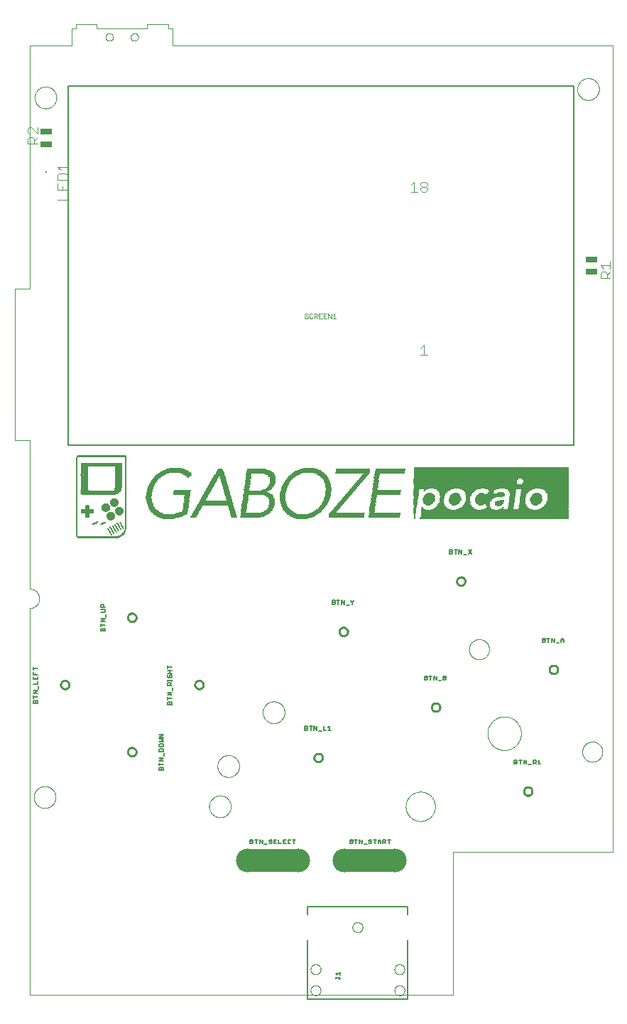
<source format=gto>
G75*
%MOIN*%
%OFA0B0*%
%FSLAX25Y25*%
%IPPOS*%
%LPD*%
%AMOC8*
5,1,8,0,0,1.08239X$1,22.5*
%
%ADD10C,0.00000*%
%ADD11C,0.00039*%
%ADD12R,0.02756X0.00394*%
%ADD13R,0.05512X0.00394*%
%ADD14R,0.05906X0.00394*%
%ADD15R,0.02362X0.00394*%
%ADD16R,0.00787X0.00394*%
%ADD17R,0.01181X0.00394*%
%ADD18R,0.00394X0.00394*%
%ADD19R,0.01575X0.00394*%
%ADD20R,0.01969X0.00394*%
%ADD21R,0.03150X0.00394*%
%ADD22R,0.05118X0.00394*%
%ADD23R,0.31102X0.00394*%
%ADD24R,0.18504X0.00394*%
%ADD25R,0.03543X0.00394*%
%ADD26R,0.30709X0.00394*%
%ADD27R,0.18898X0.00394*%
%ADD28R,0.04331X0.00394*%
%ADD29R,0.06299X0.00394*%
%ADD30R,0.03937X0.00394*%
%ADD31R,0.08661X0.00394*%
%ADD32R,0.06693X0.00394*%
%ADD33R,0.09843X0.00394*%
%ADD34R,0.12205X0.00394*%
%ADD35R,0.11417X0.00394*%
%ADD36R,0.04724X0.00394*%
%ADD37R,0.07087X0.00394*%
%ADD38R,0.07874X0.00394*%
%ADD39R,0.07480X0.00394*%
%ADD40R,0.08268X0.00394*%
%ADD41R,0.10630X0.00394*%
%ADD42R,0.12598X0.00394*%
%ADD43R,0.17717X0.00394*%
%ADD44R,0.16535X0.00394*%
%ADD45R,0.14961X0.00394*%
%ADD46R,0.13386X0.00394*%
%ADD47R,0.11024X0.00394*%
%ADD48R,0.11811X0.00394*%
%ADD49R,0.13780X0.00394*%
%ADD50R,0.15748X0.00394*%
%ADD51R,0.17323X0.00394*%
%ADD52R,0.20079X0.00394*%
%ADD53R,0.21260X0.00394*%
%ADD54R,0.22441X0.00394*%
%ADD55R,0.23228X0.00394*%
%ADD56R,0.24409X0.00394*%
%ADD57R,0.25197X0.00394*%
%ADD58R,0.25984X0.00394*%
%ADD59R,0.26772X0.00394*%
%ADD60R,0.27559X0.00394*%
%ADD61R,0.28346X0.00394*%
%ADD62R,0.29134X0.00394*%
%ADD63R,0.29528X0.00394*%
%ADD64R,0.29921X0.00394*%
%ADD65R,0.31890X0.00394*%
%ADD66R,0.32283X0.00394*%
%ADD67R,0.32677X0.00394*%
%ADD68R,0.33071X0.00394*%
%ADD69R,0.33465X0.00394*%
%ADD70R,0.33858X0.00394*%
%ADD71R,0.34252X0.00394*%
%ADD72R,0.34646X0.00394*%
%ADD73R,0.35039X0.00394*%
%ADD74R,0.35433X0.00394*%
%ADD75R,0.35827X0.00394*%
%ADD76R,0.36220X0.00394*%
%ADD77R,0.36614X0.00394*%
%ADD78R,0.37008X0.00394*%
%ADD79R,0.09449X0.00394*%
%ADD80R,0.37402X0.00394*%
%ADD81R,0.14173X0.00394*%
%ADD82R,0.23622X0.00394*%
%ADD83R,0.30315X0.00394*%
%ADD84R,0.31496X0.00394*%
%ADD85R,0.24803X0.00394*%
%ADD86R,0.27165X0.00394*%
%ADD87R,0.28740X0.00394*%
%ADD88R,0.27953X0.00394*%
%ADD89R,0.14567X0.00394*%
%ADD90R,0.26378X0.00394*%
%ADD91R,0.25591X0.00394*%
%ADD92R,0.24016X0.00394*%
%ADD93R,0.22835X0.00394*%
%ADD94R,0.12992X0.00394*%
%ADD95R,0.22047X0.00394*%
%ADD96R,0.20472X0.00394*%
%ADD97R,0.19685X0.00394*%
%ADD98R,0.18110X0.00394*%
%ADD99R,0.10236X0.00394*%
%ADD100R,0.09055X0.00394*%
%ADD101R,0.16142X0.00394*%
%ADD102R,0.19291X0.00394*%
%ADD103R,0.21654X0.00394*%
%ADD104R,0.78740X0.00394*%
%ADD105R,0.80315X0.00394*%
%ADD106R,0.81102X0.00394*%
%ADD107R,0.82283X0.00394*%
%ADD108R,0.82677X0.00394*%
%ADD109R,0.83465X0.00394*%
%ADD110R,0.83858X0.00394*%
%ADD111R,0.84252X0.00394*%
%ADD112R,0.84646X0.00394*%
%ADD113R,0.85039X0.00394*%
%ADD114R,0.15354X0.00394*%
%ADD115R,0.52756X0.00394*%
%ADD116R,0.53150X0.00394*%
%ADD117R,0.83071X0.00394*%
%ADD118R,0.81496X0.00394*%
%ADD119R,0.80709X0.00394*%
%ADD120R,0.79134X0.00394*%
%ADD121R,0.76772X0.00394*%
%ADD122R,0.20866X0.00394*%
%ADD123R,0.16929X0.00394*%
%ADD124C,0.11136*%
%ADD125R,0.23622X0.11142*%
%ADD126R,0.17717X0.00197*%
%ADD127R,0.19488X0.00197*%
%ADD128R,0.20276X0.00197*%
%ADD129R,0.20866X0.00197*%
%ADD130R,0.21260X0.00197*%
%ADD131R,0.00984X0.00197*%
%ADD132R,0.01969X0.00197*%
%ADD133R,0.01575X0.00197*%
%ADD134R,0.00197X0.00197*%
%ADD135R,0.01378X0.00197*%
%ADD136R,0.00394X0.00197*%
%ADD137R,0.01181X0.00197*%
%ADD138R,0.00591X0.00197*%
%ADD139R,0.00787X0.00197*%
%ADD140R,0.01772X0.00197*%
%ADD141R,0.02165X0.00197*%
%ADD142R,0.02559X0.00197*%
%ADD143R,0.02953X0.00197*%
%ADD144R,0.02756X0.00197*%
%ADD145R,0.69685X0.00197*%
%ADD146R,0.03346X0.00197*%
%ADD147R,0.05512X0.00197*%
%ADD148R,0.07480X0.00197*%
%ADD149R,0.07087X0.00197*%
%ADD150R,0.03740X0.00197*%
%ADD151R,0.08661X0.00197*%
%ADD152R,0.08071X0.00197*%
%ADD153R,0.16339X0.00197*%
%ADD154R,0.14567X0.00197*%
%ADD155R,0.09843X0.00197*%
%ADD156R,0.09646X0.00197*%
%ADD157R,0.09252X0.00197*%
%ADD158R,0.16535X0.00197*%
%ADD159R,0.10827X0.00197*%
%ADD160R,0.10433X0.00197*%
%ADD161R,0.10039X0.00197*%
%ADD162R,0.69488X0.00197*%
%ADD163R,0.04134X0.00197*%
%ADD164R,0.12008X0.00197*%
%ADD165R,0.11024X0.00197*%
%ADD166R,0.12795X0.00197*%
%ADD167R,0.11614X0.00197*%
%ADD168R,0.11811X0.00197*%
%ADD169R,0.13583X0.00197*%
%ADD170R,0.12598X0.00197*%
%ADD171R,0.14370X0.00197*%
%ADD172R,0.14173X0.00197*%
%ADD173R,0.12205X0.00197*%
%ADD174R,0.12992X0.00197*%
%ADD175R,0.15157X0.00197*%
%ADD176R,0.13780X0.00197*%
%ADD177R,0.05709X0.00197*%
%ADD178R,0.06693X0.00197*%
%ADD179R,0.04921X0.00197*%
%ADD180R,0.05906X0.00197*%
%ADD181R,0.13189X0.00197*%
%ADD182R,0.04724X0.00197*%
%ADD183R,0.69291X0.00197*%
%ADD184R,0.04528X0.00197*%
%ADD185R,0.05118X0.00197*%
%ADD186R,0.13386X0.00197*%
%ADD187R,0.04331X0.00197*%
%ADD188R,0.02362X0.00197*%
%ADD189R,0.03937X0.00197*%
%ADD190R,0.03543X0.00197*%
%ADD191R,0.69094X0.00197*%
%ADD192R,0.03150X0.00197*%
%ADD193R,0.15748X0.00197*%
%ADD194R,0.14764X0.00197*%
%ADD195R,0.13976X0.00197*%
%ADD196R,0.07677X0.00197*%
%ADD197R,0.06299X0.00197*%
%ADD198R,0.05315X0.00197*%
%ADD199R,0.12402X0.00197*%
%ADD200R,0.11417X0.00197*%
%ADD201R,0.16732X0.00197*%
%ADD202R,0.11220X0.00197*%
%ADD203R,0.16142X0.00197*%
%ADD204R,0.06496X0.00197*%
%ADD205R,0.10630X0.00197*%
%ADD206R,0.15945X0.00197*%
%ADD207R,0.15551X0.00197*%
%ADD208R,0.06890X0.00197*%
%ADD209R,0.10236X0.00197*%
%ADD210R,0.15354X0.00197*%
%ADD211R,0.07283X0.00197*%
%ADD212R,0.07874X0.00197*%
%ADD213R,0.08268X0.00197*%
%ADD214R,0.08465X0.00197*%
%ADD215R,0.08858X0.00197*%
%ADD216R,0.09449X0.00197*%
%ADD217R,0.16929X0.00197*%
%ADD218R,0.17520X0.00197*%
%ADD219R,0.17913X0.00197*%
%ADD220R,0.18110X0.00197*%
%ADD221R,0.18307X0.00197*%
%ADD222R,0.18504X0.00197*%
%ADD223R,0.18701X0.00197*%
%ADD224R,0.18898X0.00197*%
%ADD225R,0.06102X0.00197*%
%ADD226R,0.72835X0.00197*%
%ADD227R,0.49016X0.00197*%
%ADD228R,0.22441X0.00197*%
%ADD229R,0.48819X0.00197*%
%ADD230R,0.22047X0.00197*%
%ADD231R,0.48622X0.00197*%
%ADD232R,0.21850X0.00197*%
%ADD233R,0.48425X0.00197*%
%ADD234R,0.21654X0.00197*%
%ADD235R,0.21457X0.00197*%
%ADD236R,0.49409X0.00197*%
%ADD237R,0.72638X0.00197*%
%ADD238R,0.19094X0.00197*%
%ADD239R,0.23425X0.00197*%
%ADD240R,0.23031X0.00197*%
%ADD241C,0.00400*%
%ADD242R,0.05512X0.02559*%
%ADD243C,0.00500*%
%ADD244C,0.00200*%
%ADD245C,0.01000*%
%ADD246R,0.00787X0.00787*%
%ADD247C,0.00800*%
D10*
X0029320Y0017142D02*
X0029320Y0198244D01*
X0029453Y0198246D01*
X0029586Y0198252D01*
X0029718Y0198262D01*
X0029851Y0198275D01*
X0029982Y0198293D01*
X0030114Y0198314D01*
X0030244Y0198339D01*
X0030374Y0198368D01*
X0030503Y0198401D01*
X0030630Y0198438D01*
X0030757Y0198478D01*
X0030883Y0198522D01*
X0031007Y0198570D01*
X0031129Y0198621D01*
X0031250Y0198676D01*
X0031370Y0198735D01*
X0031487Y0198796D01*
X0031603Y0198862D01*
X0031717Y0198930D01*
X0031829Y0199002D01*
X0031938Y0199078D01*
X0032046Y0199156D01*
X0032151Y0199238D01*
X0032253Y0199322D01*
X0032353Y0199410D01*
X0032451Y0199500D01*
X0032545Y0199594D01*
X0032637Y0199690D01*
X0032726Y0199789D01*
X0032812Y0199890D01*
X0032895Y0199994D01*
X0032975Y0200100D01*
X0033052Y0200208D01*
X0033126Y0200319D01*
X0033196Y0200432D01*
X0033263Y0200546D01*
X0033327Y0200663D01*
X0033387Y0200782D01*
X0033444Y0200902D01*
X0033497Y0201024D01*
X0033546Y0201147D01*
X0033592Y0201272D01*
X0033635Y0201398D01*
X0033673Y0201525D01*
X0033708Y0201654D01*
X0033739Y0201783D01*
X0033766Y0201913D01*
X0033789Y0202044D01*
X0033809Y0202175D01*
X0033824Y0202308D01*
X0033836Y0202440D01*
X0033844Y0202573D01*
X0033848Y0202706D01*
X0033848Y0202838D01*
X0033844Y0202971D01*
X0033836Y0203104D01*
X0033824Y0203236D01*
X0033809Y0203369D01*
X0033789Y0203500D01*
X0033766Y0203631D01*
X0033739Y0203761D01*
X0033708Y0203890D01*
X0033673Y0204019D01*
X0033635Y0204146D01*
X0033592Y0204272D01*
X0033546Y0204397D01*
X0033497Y0204520D01*
X0033444Y0204642D01*
X0033387Y0204762D01*
X0033327Y0204881D01*
X0033263Y0204998D01*
X0033196Y0205112D01*
X0033126Y0205225D01*
X0033052Y0205336D01*
X0032975Y0205444D01*
X0032895Y0205550D01*
X0032812Y0205654D01*
X0032726Y0205755D01*
X0032637Y0205854D01*
X0032545Y0205950D01*
X0032451Y0206044D01*
X0032353Y0206134D01*
X0032253Y0206222D01*
X0032151Y0206306D01*
X0032046Y0206388D01*
X0031938Y0206466D01*
X0031829Y0206542D01*
X0031717Y0206614D01*
X0031603Y0206682D01*
X0031487Y0206748D01*
X0031370Y0206809D01*
X0031250Y0206868D01*
X0031129Y0206923D01*
X0031007Y0206974D01*
X0030883Y0207022D01*
X0030757Y0207066D01*
X0030630Y0207106D01*
X0030503Y0207143D01*
X0030374Y0207176D01*
X0030244Y0207205D01*
X0030114Y0207230D01*
X0029982Y0207251D01*
X0029851Y0207269D01*
X0029718Y0207282D01*
X0029586Y0207292D01*
X0029453Y0207298D01*
X0029320Y0207300D01*
X0029320Y0207299D02*
X0029320Y0276984D01*
X0022430Y0276984D01*
X0022430Y0347850D01*
X0029320Y0347850D01*
X0029320Y0462024D01*
X0049005Y0462024D01*
X0049005Y0469898D01*
X0050974Y0469898D01*
X0050974Y0471866D01*
X0060816Y0471866D01*
X0060816Y0469898D01*
X0084438Y0469898D01*
X0084438Y0471866D01*
X0094281Y0471866D01*
X0094281Y0469898D01*
X0096249Y0469898D01*
X0096249Y0462024D01*
X0302942Y0462024D01*
X0302942Y0083874D01*
X0228139Y0083874D01*
X0228139Y0017142D01*
X0029320Y0017142D01*
X0075383Y0130921D02*
X0075385Y0131009D01*
X0075391Y0131097D01*
X0075401Y0131185D01*
X0075415Y0131273D01*
X0075432Y0131359D01*
X0075454Y0131445D01*
X0075479Y0131529D01*
X0075509Y0131613D01*
X0075541Y0131695D01*
X0075578Y0131775D01*
X0075618Y0131854D01*
X0075662Y0131931D01*
X0075709Y0132006D01*
X0075759Y0132078D01*
X0075813Y0132149D01*
X0075869Y0132216D01*
X0075929Y0132282D01*
X0075991Y0132344D01*
X0076057Y0132404D01*
X0076124Y0132460D01*
X0076195Y0132514D01*
X0076267Y0132564D01*
X0076342Y0132611D01*
X0076419Y0132655D01*
X0076498Y0132695D01*
X0076578Y0132732D01*
X0076660Y0132764D01*
X0076744Y0132794D01*
X0076828Y0132819D01*
X0076914Y0132841D01*
X0077000Y0132858D01*
X0077088Y0132872D01*
X0077176Y0132882D01*
X0077264Y0132888D01*
X0077352Y0132890D01*
X0077440Y0132888D01*
X0077528Y0132882D01*
X0077616Y0132872D01*
X0077704Y0132858D01*
X0077790Y0132841D01*
X0077876Y0132819D01*
X0077960Y0132794D01*
X0078044Y0132764D01*
X0078126Y0132732D01*
X0078206Y0132695D01*
X0078285Y0132655D01*
X0078362Y0132611D01*
X0078437Y0132564D01*
X0078509Y0132514D01*
X0078580Y0132460D01*
X0078647Y0132404D01*
X0078713Y0132344D01*
X0078775Y0132282D01*
X0078835Y0132216D01*
X0078891Y0132149D01*
X0078945Y0132078D01*
X0078995Y0132006D01*
X0079042Y0131931D01*
X0079086Y0131854D01*
X0079126Y0131775D01*
X0079163Y0131695D01*
X0079195Y0131613D01*
X0079225Y0131529D01*
X0079250Y0131445D01*
X0079272Y0131359D01*
X0079289Y0131273D01*
X0079303Y0131185D01*
X0079313Y0131097D01*
X0079319Y0131009D01*
X0079321Y0130921D01*
X0079319Y0130833D01*
X0079313Y0130745D01*
X0079303Y0130657D01*
X0079289Y0130569D01*
X0079272Y0130483D01*
X0079250Y0130397D01*
X0079225Y0130313D01*
X0079195Y0130229D01*
X0079163Y0130147D01*
X0079126Y0130067D01*
X0079086Y0129988D01*
X0079042Y0129911D01*
X0078995Y0129836D01*
X0078945Y0129764D01*
X0078891Y0129693D01*
X0078835Y0129626D01*
X0078775Y0129560D01*
X0078713Y0129498D01*
X0078647Y0129438D01*
X0078580Y0129382D01*
X0078509Y0129328D01*
X0078437Y0129278D01*
X0078362Y0129231D01*
X0078285Y0129187D01*
X0078206Y0129147D01*
X0078126Y0129110D01*
X0078044Y0129078D01*
X0077960Y0129048D01*
X0077876Y0129023D01*
X0077790Y0129001D01*
X0077704Y0128984D01*
X0077616Y0128970D01*
X0077528Y0128960D01*
X0077440Y0128954D01*
X0077352Y0128952D01*
X0077264Y0128954D01*
X0077176Y0128960D01*
X0077088Y0128970D01*
X0077000Y0128984D01*
X0076914Y0129001D01*
X0076828Y0129023D01*
X0076744Y0129048D01*
X0076660Y0129078D01*
X0076578Y0129110D01*
X0076498Y0129147D01*
X0076419Y0129187D01*
X0076342Y0129231D01*
X0076267Y0129278D01*
X0076195Y0129328D01*
X0076124Y0129382D01*
X0076057Y0129438D01*
X0075991Y0129498D01*
X0075929Y0129560D01*
X0075869Y0129626D01*
X0075813Y0129693D01*
X0075759Y0129764D01*
X0075709Y0129836D01*
X0075662Y0129911D01*
X0075618Y0129988D01*
X0075578Y0130067D01*
X0075541Y0130147D01*
X0075509Y0130229D01*
X0075479Y0130313D01*
X0075454Y0130397D01*
X0075432Y0130483D01*
X0075415Y0130569D01*
X0075401Y0130657D01*
X0075391Y0130745D01*
X0075385Y0130833D01*
X0075383Y0130921D01*
X0043887Y0162417D02*
X0043889Y0162505D01*
X0043895Y0162593D01*
X0043905Y0162681D01*
X0043919Y0162769D01*
X0043936Y0162855D01*
X0043958Y0162941D01*
X0043983Y0163025D01*
X0044013Y0163109D01*
X0044045Y0163191D01*
X0044082Y0163271D01*
X0044122Y0163350D01*
X0044166Y0163427D01*
X0044213Y0163502D01*
X0044263Y0163574D01*
X0044317Y0163645D01*
X0044373Y0163712D01*
X0044433Y0163778D01*
X0044495Y0163840D01*
X0044561Y0163900D01*
X0044628Y0163956D01*
X0044699Y0164010D01*
X0044771Y0164060D01*
X0044846Y0164107D01*
X0044923Y0164151D01*
X0045002Y0164191D01*
X0045082Y0164228D01*
X0045164Y0164260D01*
X0045248Y0164290D01*
X0045332Y0164315D01*
X0045418Y0164337D01*
X0045504Y0164354D01*
X0045592Y0164368D01*
X0045680Y0164378D01*
X0045768Y0164384D01*
X0045856Y0164386D01*
X0045944Y0164384D01*
X0046032Y0164378D01*
X0046120Y0164368D01*
X0046208Y0164354D01*
X0046294Y0164337D01*
X0046380Y0164315D01*
X0046464Y0164290D01*
X0046548Y0164260D01*
X0046630Y0164228D01*
X0046710Y0164191D01*
X0046789Y0164151D01*
X0046866Y0164107D01*
X0046941Y0164060D01*
X0047013Y0164010D01*
X0047084Y0163956D01*
X0047151Y0163900D01*
X0047217Y0163840D01*
X0047279Y0163778D01*
X0047339Y0163712D01*
X0047395Y0163645D01*
X0047449Y0163574D01*
X0047499Y0163502D01*
X0047546Y0163427D01*
X0047590Y0163350D01*
X0047630Y0163271D01*
X0047667Y0163191D01*
X0047699Y0163109D01*
X0047729Y0163025D01*
X0047754Y0162941D01*
X0047776Y0162855D01*
X0047793Y0162769D01*
X0047807Y0162681D01*
X0047817Y0162593D01*
X0047823Y0162505D01*
X0047825Y0162417D01*
X0047823Y0162329D01*
X0047817Y0162241D01*
X0047807Y0162153D01*
X0047793Y0162065D01*
X0047776Y0161979D01*
X0047754Y0161893D01*
X0047729Y0161809D01*
X0047699Y0161725D01*
X0047667Y0161643D01*
X0047630Y0161563D01*
X0047590Y0161484D01*
X0047546Y0161407D01*
X0047499Y0161332D01*
X0047449Y0161260D01*
X0047395Y0161189D01*
X0047339Y0161122D01*
X0047279Y0161056D01*
X0047217Y0160994D01*
X0047151Y0160934D01*
X0047084Y0160878D01*
X0047013Y0160824D01*
X0046941Y0160774D01*
X0046866Y0160727D01*
X0046789Y0160683D01*
X0046710Y0160643D01*
X0046630Y0160606D01*
X0046548Y0160574D01*
X0046464Y0160544D01*
X0046380Y0160519D01*
X0046294Y0160497D01*
X0046208Y0160480D01*
X0046120Y0160466D01*
X0046032Y0160456D01*
X0045944Y0160450D01*
X0045856Y0160448D01*
X0045768Y0160450D01*
X0045680Y0160456D01*
X0045592Y0160466D01*
X0045504Y0160480D01*
X0045418Y0160497D01*
X0045332Y0160519D01*
X0045248Y0160544D01*
X0045164Y0160574D01*
X0045082Y0160606D01*
X0045002Y0160643D01*
X0044923Y0160683D01*
X0044846Y0160727D01*
X0044771Y0160774D01*
X0044699Y0160824D01*
X0044628Y0160878D01*
X0044561Y0160934D01*
X0044495Y0160994D01*
X0044433Y0161056D01*
X0044373Y0161122D01*
X0044317Y0161189D01*
X0044263Y0161260D01*
X0044213Y0161332D01*
X0044166Y0161407D01*
X0044122Y0161484D01*
X0044082Y0161563D01*
X0044045Y0161643D01*
X0044013Y0161725D01*
X0043983Y0161809D01*
X0043958Y0161893D01*
X0043936Y0161979D01*
X0043919Y0162065D01*
X0043905Y0162153D01*
X0043895Y0162241D01*
X0043889Y0162329D01*
X0043887Y0162417D01*
X0075383Y0193913D02*
X0075385Y0194001D01*
X0075391Y0194089D01*
X0075401Y0194177D01*
X0075415Y0194265D01*
X0075432Y0194351D01*
X0075454Y0194437D01*
X0075479Y0194521D01*
X0075509Y0194605D01*
X0075541Y0194687D01*
X0075578Y0194767D01*
X0075618Y0194846D01*
X0075662Y0194923D01*
X0075709Y0194998D01*
X0075759Y0195070D01*
X0075813Y0195141D01*
X0075869Y0195208D01*
X0075929Y0195274D01*
X0075991Y0195336D01*
X0076057Y0195396D01*
X0076124Y0195452D01*
X0076195Y0195506D01*
X0076267Y0195556D01*
X0076342Y0195603D01*
X0076419Y0195647D01*
X0076498Y0195687D01*
X0076578Y0195724D01*
X0076660Y0195756D01*
X0076744Y0195786D01*
X0076828Y0195811D01*
X0076914Y0195833D01*
X0077000Y0195850D01*
X0077088Y0195864D01*
X0077176Y0195874D01*
X0077264Y0195880D01*
X0077352Y0195882D01*
X0077440Y0195880D01*
X0077528Y0195874D01*
X0077616Y0195864D01*
X0077704Y0195850D01*
X0077790Y0195833D01*
X0077876Y0195811D01*
X0077960Y0195786D01*
X0078044Y0195756D01*
X0078126Y0195724D01*
X0078206Y0195687D01*
X0078285Y0195647D01*
X0078362Y0195603D01*
X0078437Y0195556D01*
X0078509Y0195506D01*
X0078580Y0195452D01*
X0078647Y0195396D01*
X0078713Y0195336D01*
X0078775Y0195274D01*
X0078835Y0195208D01*
X0078891Y0195141D01*
X0078945Y0195070D01*
X0078995Y0194998D01*
X0079042Y0194923D01*
X0079086Y0194846D01*
X0079126Y0194767D01*
X0079163Y0194687D01*
X0079195Y0194605D01*
X0079225Y0194521D01*
X0079250Y0194437D01*
X0079272Y0194351D01*
X0079289Y0194265D01*
X0079303Y0194177D01*
X0079313Y0194089D01*
X0079319Y0194001D01*
X0079321Y0193913D01*
X0079319Y0193825D01*
X0079313Y0193737D01*
X0079303Y0193649D01*
X0079289Y0193561D01*
X0079272Y0193475D01*
X0079250Y0193389D01*
X0079225Y0193305D01*
X0079195Y0193221D01*
X0079163Y0193139D01*
X0079126Y0193059D01*
X0079086Y0192980D01*
X0079042Y0192903D01*
X0078995Y0192828D01*
X0078945Y0192756D01*
X0078891Y0192685D01*
X0078835Y0192618D01*
X0078775Y0192552D01*
X0078713Y0192490D01*
X0078647Y0192430D01*
X0078580Y0192374D01*
X0078509Y0192320D01*
X0078437Y0192270D01*
X0078362Y0192223D01*
X0078285Y0192179D01*
X0078206Y0192139D01*
X0078126Y0192102D01*
X0078044Y0192070D01*
X0077960Y0192040D01*
X0077876Y0192015D01*
X0077790Y0191993D01*
X0077704Y0191976D01*
X0077616Y0191962D01*
X0077528Y0191952D01*
X0077440Y0191946D01*
X0077352Y0191944D01*
X0077264Y0191946D01*
X0077176Y0191952D01*
X0077088Y0191962D01*
X0077000Y0191976D01*
X0076914Y0191993D01*
X0076828Y0192015D01*
X0076744Y0192040D01*
X0076660Y0192070D01*
X0076578Y0192102D01*
X0076498Y0192139D01*
X0076419Y0192179D01*
X0076342Y0192223D01*
X0076267Y0192270D01*
X0076195Y0192320D01*
X0076124Y0192374D01*
X0076057Y0192430D01*
X0075991Y0192490D01*
X0075929Y0192552D01*
X0075869Y0192618D01*
X0075813Y0192685D01*
X0075759Y0192756D01*
X0075709Y0192828D01*
X0075662Y0192903D01*
X0075618Y0192980D01*
X0075578Y0193059D01*
X0075541Y0193139D01*
X0075509Y0193221D01*
X0075479Y0193305D01*
X0075454Y0193389D01*
X0075432Y0193475D01*
X0075415Y0193561D01*
X0075401Y0193649D01*
X0075391Y0193737D01*
X0075385Y0193825D01*
X0075383Y0193913D01*
X0106879Y0162417D02*
X0106881Y0162505D01*
X0106887Y0162593D01*
X0106897Y0162681D01*
X0106911Y0162769D01*
X0106928Y0162855D01*
X0106950Y0162941D01*
X0106975Y0163025D01*
X0107005Y0163109D01*
X0107037Y0163191D01*
X0107074Y0163271D01*
X0107114Y0163350D01*
X0107158Y0163427D01*
X0107205Y0163502D01*
X0107255Y0163574D01*
X0107309Y0163645D01*
X0107365Y0163712D01*
X0107425Y0163778D01*
X0107487Y0163840D01*
X0107553Y0163900D01*
X0107620Y0163956D01*
X0107691Y0164010D01*
X0107763Y0164060D01*
X0107838Y0164107D01*
X0107915Y0164151D01*
X0107994Y0164191D01*
X0108074Y0164228D01*
X0108156Y0164260D01*
X0108240Y0164290D01*
X0108324Y0164315D01*
X0108410Y0164337D01*
X0108496Y0164354D01*
X0108584Y0164368D01*
X0108672Y0164378D01*
X0108760Y0164384D01*
X0108848Y0164386D01*
X0108936Y0164384D01*
X0109024Y0164378D01*
X0109112Y0164368D01*
X0109200Y0164354D01*
X0109286Y0164337D01*
X0109372Y0164315D01*
X0109456Y0164290D01*
X0109540Y0164260D01*
X0109622Y0164228D01*
X0109702Y0164191D01*
X0109781Y0164151D01*
X0109858Y0164107D01*
X0109933Y0164060D01*
X0110005Y0164010D01*
X0110076Y0163956D01*
X0110143Y0163900D01*
X0110209Y0163840D01*
X0110271Y0163778D01*
X0110331Y0163712D01*
X0110387Y0163645D01*
X0110441Y0163574D01*
X0110491Y0163502D01*
X0110538Y0163427D01*
X0110582Y0163350D01*
X0110622Y0163271D01*
X0110659Y0163191D01*
X0110691Y0163109D01*
X0110721Y0163025D01*
X0110746Y0162941D01*
X0110768Y0162855D01*
X0110785Y0162769D01*
X0110799Y0162681D01*
X0110809Y0162593D01*
X0110815Y0162505D01*
X0110817Y0162417D01*
X0110815Y0162329D01*
X0110809Y0162241D01*
X0110799Y0162153D01*
X0110785Y0162065D01*
X0110768Y0161979D01*
X0110746Y0161893D01*
X0110721Y0161809D01*
X0110691Y0161725D01*
X0110659Y0161643D01*
X0110622Y0161563D01*
X0110582Y0161484D01*
X0110538Y0161407D01*
X0110491Y0161332D01*
X0110441Y0161260D01*
X0110387Y0161189D01*
X0110331Y0161122D01*
X0110271Y0161056D01*
X0110209Y0160994D01*
X0110143Y0160934D01*
X0110076Y0160878D01*
X0110005Y0160824D01*
X0109933Y0160774D01*
X0109858Y0160727D01*
X0109781Y0160683D01*
X0109702Y0160643D01*
X0109622Y0160606D01*
X0109540Y0160574D01*
X0109456Y0160544D01*
X0109372Y0160519D01*
X0109286Y0160497D01*
X0109200Y0160480D01*
X0109112Y0160466D01*
X0109024Y0160456D01*
X0108936Y0160450D01*
X0108848Y0160448D01*
X0108760Y0160450D01*
X0108672Y0160456D01*
X0108584Y0160466D01*
X0108496Y0160480D01*
X0108410Y0160497D01*
X0108324Y0160519D01*
X0108240Y0160544D01*
X0108156Y0160574D01*
X0108074Y0160606D01*
X0107994Y0160643D01*
X0107915Y0160683D01*
X0107838Y0160727D01*
X0107763Y0160774D01*
X0107691Y0160824D01*
X0107620Y0160878D01*
X0107553Y0160934D01*
X0107487Y0160994D01*
X0107425Y0161056D01*
X0107365Y0161122D01*
X0107309Y0161189D01*
X0107255Y0161260D01*
X0107205Y0161332D01*
X0107158Y0161407D01*
X0107114Y0161484D01*
X0107074Y0161563D01*
X0107037Y0161643D01*
X0107005Y0161725D01*
X0106975Y0161809D01*
X0106950Y0161893D01*
X0106928Y0161979D01*
X0106911Y0162065D01*
X0106897Y0162153D01*
X0106887Y0162241D01*
X0106881Y0162329D01*
X0106879Y0162417D01*
X0141741Y0080173D02*
X0141743Y0080261D01*
X0141749Y0080349D01*
X0141759Y0080437D01*
X0141773Y0080525D01*
X0141790Y0080611D01*
X0141812Y0080697D01*
X0141837Y0080781D01*
X0141867Y0080865D01*
X0141899Y0080947D01*
X0141936Y0081027D01*
X0141976Y0081106D01*
X0142020Y0081183D01*
X0142067Y0081258D01*
X0142117Y0081330D01*
X0142171Y0081401D01*
X0142227Y0081468D01*
X0142287Y0081534D01*
X0142349Y0081596D01*
X0142415Y0081656D01*
X0142482Y0081712D01*
X0142553Y0081766D01*
X0142625Y0081816D01*
X0142700Y0081863D01*
X0142777Y0081907D01*
X0142856Y0081947D01*
X0142936Y0081984D01*
X0143018Y0082016D01*
X0143102Y0082046D01*
X0143186Y0082071D01*
X0143272Y0082093D01*
X0143358Y0082110D01*
X0143446Y0082124D01*
X0143534Y0082134D01*
X0143622Y0082140D01*
X0143710Y0082142D01*
X0143798Y0082140D01*
X0143886Y0082134D01*
X0143974Y0082124D01*
X0144062Y0082110D01*
X0144148Y0082093D01*
X0144234Y0082071D01*
X0144318Y0082046D01*
X0144402Y0082016D01*
X0144484Y0081984D01*
X0144564Y0081947D01*
X0144643Y0081907D01*
X0144720Y0081863D01*
X0144795Y0081816D01*
X0144867Y0081766D01*
X0144938Y0081712D01*
X0145005Y0081656D01*
X0145071Y0081596D01*
X0145133Y0081534D01*
X0145193Y0081468D01*
X0145249Y0081401D01*
X0145303Y0081330D01*
X0145353Y0081258D01*
X0145400Y0081183D01*
X0145444Y0081106D01*
X0145484Y0081027D01*
X0145521Y0080947D01*
X0145553Y0080865D01*
X0145583Y0080781D01*
X0145608Y0080697D01*
X0145630Y0080611D01*
X0145647Y0080525D01*
X0145661Y0080437D01*
X0145671Y0080349D01*
X0145677Y0080261D01*
X0145679Y0080173D01*
X0145677Y0080085D01*
X0145671Y0079997D01*
X0145661Y0079909D01*
X0145647Y0079821D01*
X0145630Y0079735D01*
X0145608Y0079649D01*
X0145583Y0079565D01*
X0145553Y0079481D01*
X0145521Y0079399D01*
X0145484Y0079319D01*
X0145444Y0079240D01*
X0145400Y0079163D01*
X0145353Y0079088D01*
X0145303Y0079016D01*
X0145249Y0078945D01*
X0145193Y0078878D01*
X0145133Y0078812D01*
X0145071Y0078750D01*
X0145005Y0078690D01*
X0144938Y0078634D01*
X0144867Y0078580D01*
X0144795Y0078530D01*
X0144720Y0078483D01*
X0144643Y0078439D01*
X0144564Y0078399D01*
X0144484Y0078362D01*
X0144402Y0078330D01*
X0144318Y0078300D01*
X0144234Y0078275D01*
X0144148Y0078253D01*
X0144062Y0078236D01*
X0143974Y0078222D01*
X0143886Y0078212D01*
X0143798Y0078206D01*
X0143710Y0078204D01*
X0143622Y0078206D01*
X0143534Y0078212D01*
X0143446Y0078222D01*
X0143358Y0078236D01*
X0143272Y0078253D01*
X0143186Y0078275D01*
X0143102Y0078300D01*
X0143018Y0078330D01*
X0142936Y0078362D01*
X0142856Y0078399D01*
X0142777Y0078439D01*
X0142700Y0078483D01*
X0142625Y0078530D01*
X0142553Y0078580D01*
X0142482Y0078634D01*
X0142415Y0078690D01*
X0142349Y0078750D01*
X0142287Y0078812D01*
X0142227Y0078878D01*
X0142171Y0078945D01*
X0142117Y0079016D01*
X0142067Y0079088D01*
X0142020Y0079163D01*
X0141976Y0079240D01*
X0141936Y0079319D01*
X0141899Y0079399D01*
X0141867Y0079481D01*
X0141837Y0079565D01*
X0141812Y0079649D01*
X0141790Y0079735D01*
X0141773Y0079821D01*
X0141759Y0079909D01*
X0141749Y0079997D01*
X0141743Y0080085D01*
X0141741Y0080173D01*
X0162863Y0128205D02*
X0162865Y0128293D01*
X0162871Y0128381D01*
X0162881Y0128469D01*
X0162895Y0128557D01*
X0162912Y0128643D01*
X0162934Y0128729D01*
X0162959Y0128813D01*
X0162989Y0128897D01*
X0163021Y0128979D01*
X0163058Y0129059D01*
X0163098Y0129138D01*
X0163142Y0129215D01*
X0163189Y0129290D01*
X0163239Y0129362D01*
X0163293Y0129433D01*
X0163349Y0129500D01*
X0163409Y0129566D01*
X0163471Y0129628D01*
X0163537Y0129688D01*
X0163604Y0129744D01*
X0163675Y0129798D01*
X0163747Y0129848D01*
X0163822Y0129895D01*
X0163899Y0129939D01*
X0163978Y0129979D01*
X0164058Y0130016D01*
X0164140Y0130048D01*
X0164224Y0130078D01*
X0164308Y0130103D01*
X0164394Y0130125D01*
X0164480Y0130142D01*
X0164568Y0130156D01*
X0164656Y0130166D01*
X0164744Y0130172D01*
X0164832Y0130174D01*
X0164920Y0130172D01*
X0165008Y0130166D01*
X0165096Y0130156D01*
X0165184Y0130142D01*
X0165270Y0130125D01*
X0165356Y0130103D01*
X0165440Y0130078D01*
X0165524Y0130048D01*
X0165606Y0130016D01*
X0165686Y0129979D01*
X0165765Y0129939D01*
X0165842Y0129895D01*
X0165917Y0129848D01*
X0165989Y0129798D01*
X0166060Y0129744D01*
X0166127Y0129688D01*
X0166193Y0129628D01*
X0166255Y0129566D01*
X0166315Y0129500D01*
X0166371Y0129433D01*
X0166425Y0129362D01*
X0166475Y0129290D01*
X0166522Y0129215D01*
X0166566Y0129138D01*
X0166606Y0129059D01*
X0166643Y0128979D01*
X0166675Y0128897D01*
X0166705Y0128813D01*
X0166730Y0128729D01*
X0166752Y0128643D01*
X0166769Y0128557D01*
X0166783Y0128469D01*
X0166793Y0128381D01*
X0166799Y0128293D01*
X0166801Y0128205D01*
X0166799Y0128117D01*
X0166793Y0128029D01*
X0166783Y0127941D01*
X0166769Y0127853D01*
X0166752Y0127767D01*
X0166730Y0127681D01*
X0166705Y0127597D01*
X0166675Y0127513D01*
X0166643Y0127431D01*
X0166606Y0127351D01*
X0166566Y0127272D01*
X0166522Y0127195D01*
X0166475Y0127120D01*
X0166425Y0127048D01*
X0166371Y0126977D01*
X0166315Y0126910D01*
X0166255Y0126844D01*
X0166193Y0126782D01*
X0166127Y0126722D01*
X0166060Y0126666D01*
X0165989Y0126612D01*
X0165917Y0126562D01*
X0165842Y0126515D01*
X0165765Y0126471D01*
X0165686Y0126431D01*
X0165606Y0126394D01*
X0165524Y0126362D01*
X0165440Y0126332D01*
X0165356Y0126307D01*
X0165270Y0126285D01*
X0165184Y0126268D01*
X0165096Y0126254D01*
X0165008Y0126244D01*
X0164920Y0126238D01*
X0164832Y0126236D01*
X0164744Y0126238D01*
X0164656Y0126244D01*
X0164568Y0126254D01*
X0164480Y0126268D01*
X0164394Y0126285D01*
X0164308Y0126307D01*
X0164224Y0126332D01*
X0164140Y0126362D01*
X0164058Y0126394D01*
X0163978Y0126431D01*
X0163899Y0126471D01*
X0163822Y0126515D01*
X0163747Y0126562D01*
X0163675Y0126612D01*
X0163604Y0126666D01*
X0163537Y0126722D01*
X0163471Y0126782D01*
X0163409Y0126844D01*
X0163349Y0126910D01*
X0163293Y0126977D01*
X0163239Y0127048D01*
X0163189Y0127120D01*
X0163142Y0127195D01*
X0163098Y0127272D01*
X0163058Y0127351D01*
X0163021Y0127431D01*
X0162989Y0127513D01*
X0162959Y0127597D01*
X0162934Y0127681D01*
X0162912Y0127767D01*
X0162895Y0127853D01*
X0162881Y0127941D01*
X0162871Y0128029D01*
X0162865Y0128117D01*
X0162863Y0128205D01*
X0187410Y0080173D02*
X0187412Y0080261D01*
X0187418Y0080349D01*
X0187428Y0080437D01*
X0187442Y0080525D01*
X0187459Y0080611D01*
X0187481Y0080697D01*
X0187506Y0080781D01*
X0187536Y0080865D01*
X0187568Y0080947D01*
X0187605Y0081027D01*
X0187645Y0081106D01*
X0187689Y0081183D01*
X0187736Y0081258D01*
X0187786Y0081330D01*
X0187840Y0081401D01*
X0187896Y0081468D01*
X0187956Y0081534D01*
X0188018Y0081596D01*
X0188084Y0081656D01*
X0188151Y0081712D01*
X0188222Y0081766D01*
X0188294Y0081816D01*
X0188369Y0081863D01*
X0188446Y0081907D01*
X0188525Y0081947D01*
X0188605Y0081984D01*
X0188687Y0082016D01*
X0188771Y0082046D01*
X0188855Y0082071D01*
X0188941Y0082093D01*
X0189027Y0082110D01*
X0189115Y0082124D01*
X0189203Y0082134D01*
X0189291Y0082140D01*
X0189379Y0082142D01*
X0189467Y0082140D01*
X0189555Y0082134D01*
X0189643Y0082124D01*
X0189731Y0082110D01*
X0189817Y0082093D01*
X0189903Y0082071D01*
X0189987Y0082046D01*
X0190071Y0082016D01*
X0190153Y0081984D01*
X0190233Y0081947D01*
X0190312Y0081907D01*
X0190389Y0081863D01*
X0190464Y0081816D01*
X0190536Y0081766D01*
X0190607Y0081712D01*
X0190674Y0081656D01*
X0190740Y0081596D01*
X0190802Y0081534D01*
X0190862Y0081468D01*
X0190918Y0081401D01*
X0190972Y0081330D01*
X0191022Y0081258D01*
X0191069Y0081183D01*
X0191113Y0081106D01*
X0191153Y0081027D01*
X0191190Y0080947D01*
X0191222Y0080865D01*
X0191252Y0080781D01*
X0191277Y0080697D01*
X0191299Y0080611D01*
X0191316Y0080525D01*
X0191330Y0080437D01*
X0191340Y0080349D01*
X0191346Y0080261D01*
X0191348Y0080173D01*
X0191346Y0080085D01*
X0191340Y0079997D01*
X0191330Y0079909D01*
X0191316Y0079821D01*
X0191299Y0079735D01*
X0191277Y0079649D01*
X0191252Y0079565D01*
X0191222Y0079481D01*
X0191190Y0079399D01*
X0191153Y0079319D01*
X0191113Y0079240D01*
X0191069Y0079163D01*
X0191022Y0079088D01*
X0190972Y0079016D01*
X0190918Y0078945D01*
X0190862Y0078878D01*
X0190802Y0078812D01*
X0190740Y0078750D01*
X0190674Y0078690D01*
X0190607Y0078634D01*
X0190536Y0078580D01*
X0190464Y0078530D01*
X0190389Y0078483D01*
X0190312Y0078439D01*
X0190233Y0078399D01*
X0190153Y0078362D01*
X0190071Y0078330D01*
X0189987Y0078300D01*
X0189903Y0078275D01*
X0189817Y0078253D01*
X0189731Y0078236D01*
X0189643Y0078222D01*
X0189555Y0078212D01*
X0189467Y0078206D01*
X0189379Y0078204D01*
X0189291Y0078206D01*
X0189203Y0078212D01*
X0189115Y0078222D01*
X0189027Y0078236D01*
X0188941Y0078253D01*
X0188855Y0078275D01*
X0188771Y0078300D01*
X0188687Y0078330D01*
X0188605Y0078362D01*
X0188525Y0078399D01*
X0188446Y0078439D01*
X0188369Y0078483D01*
X0188294Y0078530D01*
X0188222Y0078580D01*
X0188151Y0078634D01*
X0188084Y0078690D01*
X0188018Y0078750D01*
X0187956Y0078812D01*
X0187896Y0078878D01*
X0187840Y0078945D01*
X0187786Y0079016D01*
X0187736Y0079088D01*
X0187689Y0079163D01*
X0187645Y0079240D01*
X0187605Y0079319D01*
X0187568Y0079399D01*
X0187536Y0079481D01*
X0187506Y0079565D01*
X0187481Y0079649D01*
X0187459Y0079735D01*
X0187442Y0079821D01*
X0187428Y0079909D01*
X0187418Y0079997D01*
X0187412Y0080085D01*
X0187410Y0080173D01*
X0180895Y0048638D02*
X0180897Y0048735D01*
X0180903Y0048832D01*
X0180913Y0048928D01*
X0180927Y0049024D01*
X0180945Y0049120D01*
X0180966Y0049214D01*
X0180992Y0049308D01*
X0181021Y0049400D01*
X0181055Y0049491D01*
X0181091Y0049581D01*
X0181132Y0049669D01*
X0181176Y0049755D01*
X0181224Y0049840D01*
X0181275Y0049922D01*
X0181329Y0050003D01*
X0181387Y0050081D01*
X0181448Y0050156D01*
X0181511Y0050229D01*
X0181578Y0050300D01*
X0181648Y0050367D01*
X0181720Y0050432D01*
X0181795Y0050493D01*
X0181873Y0050552D01*
X0181952Y0050607D01*
X0182034Y0050659D01*
X0182118Y0050707D01*
X0182204Y0050752D01*
X0182292Y0050794D01*
X0182381Y0050832D01*
X0182472Y0050866D01*
X0182564Y0050896D01*
X0182657Y0050923D01*
X0182752Y0050945D01*
X0182847Y0050964D01*
X0182943Y0050979D01*
X0183039Y0050990D01*
X0183136Y0050997D01*
X0183233Y0051000D01*
X0183330Y0050999D01*
X0183427Y0050994D01*
X0183523Y0050985D01*
X0183619Y0050972D01*
X0183715Y0050955D01*
X0183810Y0050934D01*
X0183903Y0050910D01*
X0183996Y0050881D01*
X0184088Y0050849D01*
X0184178Y0050813D01*
X0184266Y0050774D01*
X0184353Y0050730D01*
X0184438Y0050684D01*
X0184521Y0050633D01*
X0184602Y0050580D01*
X0184680Y0050523D01*
X0184757Y0050463D01*
X0184830Y0050400D01*
X0184901Y0050334D01*
X0184969Y0050265D01*
X0185035Y0050193D01*
X0185097Y0050119D01*
X0185156Y0050042D01*
X0185212Y0049963D01*
X0185265Y0049881D01*
X0185315Y0049798D01*
X0185360Y0049712D01*
X0185403Y0049625D01*
X0185442Y0049536D01*
X0185477Y0049446D01*
X0185508Y0049354D01*
X0185535Y0049261D01*
X0185559Y0049167D01*
X0185579Y0049072D01*
X0185595Y0048976D01*
X0185607Y0048880D01*
X0185615Y0048783D01*
X0185619Y0048686D01*
X0185619Y0048590D01*
X0185615Y0048493D01*
X0185607Y0048396D01*
X0185595Y0048300D01*
X0185579Y0048204D01*
X0185559Y0048109D01*
X0185535Y0048015D01*
X0185508Y0047922D01*
X0185477Y0047830D01*
X0185442Y0047740D01*
X0185403Y0047651D01*
X0185360Y0047564D01*
X0185315Y0047478D01*
X0185265Y0047395D01*
X0185212Y0047313D01*
X0185156Y0047234D01*
X0185097Y0047157D01*
X0185035Y0047083D01*
X0184969Y0047011D01*
X0184901Y0046942D01*
X0184830Y0046876D01*
X0184757Y0046813D01*
X0184680Y0046753D01*
X0184602Y0046696D01*
X0184521Y0046643D01*
X0184438Y0046592D01*
X0184353Y0046546D01*
X0184266Y0046502D01*
X0184178Y0046463D01*
X0184088Y0046427D01*
X0183996Y0046395D01*
X0183903Y0046366D01*
X0183810Y0046342D01*
X0183715Y0046321D01*
X0183619Y0046304D01*
X0183523Y0046291D01*
X0183427Y0046282D01*
X0183330Y0046277D01*
X0183233Y0046276D01*
X0183136Y0046279D01*
X0183039Y0046286D01*
X0182943Y0046297D01*
X0182847Y0046312D01*
X0182752Y0046331D01*
X0182657Y0046353D01*
X0182564Y0046380D01*
X0182472Y0046410D01*
X0182381Y0046444D01*
X0182292Y0046482D01*
X0182204Y0046524D01*
X0182118Y0046569D01*
X0182034Y0046617D01*
X0181952Y0046669D01*
X0181873Y0046724D01*
X0181795Y0046783D01*
X0181720Y0046844D01*
X0181648Y0046909D01*
X0181578Y0046976D01*
X0181511Y0047047D01*
X0181448Y0047120D01*
X0181387Y0047195D01*
X0181329Y0047273D01*
X0181275Y0047354D01*
X0181224Y0047436D01*
X0181176Y0047521D01*
X0181132Y0047607D01*
X0181091Y0047695D01*
X0181055Y0047785D01*
X0181021Y0047876D01*
X0180992Y0047968D01*
X0180966Y0048062D01*
X0180945Y0048156D01*
X0180927Y0048252D01*
X0180913Y0048348D01*
X0180903Y0048444D01*
X0180897Y0048541D01*
X0180895Y0048638D01*
X0161210Y0028953D02*
X0161212Y0029050D01*
X0161218Y0029147D01*
X0161228Y0029243D01*
X0161242Y0029339D01*
X0161260Y0029435D01*
X0161281Y0029529D01*
X0161307Y0029623D01*
X0161336Y0029715D01*
X0161370Y0029806D01*
X0161406Y0029896D01*
X0161447Y0029984D01*
X0161491Y0030070D01*
X0161539Y0030155D01*
X0161590Y0030237D01*
X0161644Y0030318D01*
X0161702Y0030396D01*
X0161763Y0030471D01*
X0161826Y0030544D01*
X0161893Y0030615D01*
X0161963Y0030682D01*
X0162035Y0030747D01*
X0162110Y0030808D01*
X0162188Y0030867D01*
X0162267Y0030922D01*
X0162349Y0030974D01*
X0162433Y0031022D01*
X0162519Y0031067D01*
X0162607Y0031109D01*
X0162696Y0031147D01*
X0162787Y0031181D01*
X0162879Y0031211D01*
X0162972Y0031238D01*
X0163067Y0031260D01*
X0163162Y0031279D01*
X0163258Y0031294D01*
X0163354Y0031305D01*
X0163451Y0031312D01*
X0163548Y0031315D01*
X0163645Y0031314D01*
X0163742Y0031309D01*
X0163838Y0031300D01*
X0163934Y0031287D01*
X0164030Y0031270D01*
X0164125Y0031249D01*
X0164218Y0031225D01*
X0164311Y0031196D01*
X0164403Y0031164D01*
X0164493Y0031128D01*
X0164581Y0031089D01*
X0164668Y0031045D01*
X0164753Y0030999D01*
X0164836Y0030948D01*
X0164917Y0030895D01*
X0164995Y0030838D01*
X0165072Y0030778D01*
X0165145Y0030715D01*
X0165216Y0030649D01*
X0165284Y0030580D01*
X0165350Y0030508D01*
X0165412Y0030434D01*
X0165471Y0030357D01*
X0165527Y0030278D01*
X0165580Y0030196D01*
X0165630Y0030113D01*
X0165675Y0030027D01*
X0165718Y0029940D01*
X0165757Y0029851D01*
X0165792Y0029761D01*
X0165823Y0029669D01*
X0165850Y0029576D01*
X0165874Y0029482D01*
X0165894Y0029387D01*
X0165910Y0029291D01*
X0165922Y0029195D01*
X0165930Y0029098D01*
X0165934Y0029001D01*
X0165934Y0028905D01*
X0165930Y0028808D01*
X0165922Y0028711D01*
X0165910Y0028615D01*
X0165894Y0028519D01*
X0165874Y0028424D01*
X0165850Y0028330D01*
X0165823Y0028237D01*
X0165792Y0028145D01*
X0165757Y0028055D01*
X0165718Y0027966D01*
X0165675Y0027879D01*
X0165630Y0027793D01*
X0165580Y0027710D01*
X0165527Y0027628D01*
X0165471Y0027549D01*
X0165412Y0027472D01*
X0165350Y0027398D01*
X0165284Y0027326D01*
X0165216Y0027257D01*
X0165145Y0027191D01*
X0165072Y0027128D01*
X0164995Y0027068D01*
X0164917Y0027011D01*
X0164836Y0026958D01*
X0164753Y0026907D01*
X0164668Y0026861D01*
X0164581Y0026817D01*
X0164493Y0026778D01*
X0164403Y0026742D01*
X0164311Y0026710D01*
X0164218Y0026681D01*
X0164125Y0026657D01*
X0164030Y0026636D01*
X0163934Y0026619D01*
X0163838Y0026606D01*
X0163742Y0026597D01*
X0163645Y0026592D01*
X0163548Y0026591D01*
X0163451Y0026594D01*
X0163354Y0026601D01*
X0163258Y0026612D01*
X0163162Y0026627D01*
X0163067Y0026646D01*
X0162972Y0026668D01*
X0162879Y0026695D01*
X0162787Y0026725D01*
X0162696Y0026759D01*
X0162607Y0026797D01*
X0162519Y0026839D01*
X0162433Y0026884D01*
X0162349Y0026932D01*
X0162267Y0026984D01*
X0162188Y0027039D01*
X0162110Y0027098D01*
X0162035Y0027159D01*
X0161963Y0027224D01*
X0161893Y0027291D01*
X0161826Y0027362D01*
X0161763Y0027435D01*
X0161702Y0027510D01*
X0161644Y0027588D01*
X0161590Y0027669D01*
X0161539Y0027751D01*
X0161491Y0027836D01*
X0161447Y0027922D01*
X0161406Y0028010D01*
X0161370Y0028100D01*
X0161336Y0028191D01*
X0161307Y0028283D01*
X0161281Y0028377D01*
X0161260Y0028471D01*
X0161242Y0028567D01*
X0161228Y0028663D01*
X0161218Y0028759D01*
X0161212Y0028856D01*
X0161210Y0028953D01*
X0161210Y0019110D02*
X0161212Y0019207D01*
X0161218Y0019304D01*
X0161228Y0019400D01*
X0161242Y0019496D01*
X0161260Y0019592D01*
X0161281Y0019686D01*
X0161307Y0019780D01*
X0161336Y0019872D01*
X0161370Y0019963D01*
X0161406Y0020053D01*
X0161447Y0020141D01*
X0161491Y0020227D01*
X0161539Y0020312D01*
X0161590Y0020394D01*
X0161644Y0020475D01*
X0161702Y0020553D01*
X0161763Y0020628D01*
X0161826Y0020701D01*
X0161893Y0020772D01*
X0161963Y0020839D01*
X0162035Y0020904D01*
X0162110Y0020965D01*
X0162188Y0021024D01*
X0162267Y0021079D01*
X0162349Y0021131D01*
X0162433Y0021179D01*
X0162519Y0021224D01*
X0162607Y0021266D01*
X0162696Y0021304D01*
X0162787Y0021338D01*
X0162879Y0021368D01*
X0162972Y0021395D01*
X0163067Y0021417D01*
X0163162Y0021436D01*
X0163258Y0021451D01*
X0163354Y0021462D01*
X0163451Y0021469D01*
X0163548Y0021472D01*
X0163645Y0021471D01*
X0163742Y0021466D01*
X0163838Y0021457D01*
X0163934Y0021444D01*
X0164030Y0021427D01*
X0164125Y0021406D01*
X0164218Y0021382D01*
X0164311Y0021353D01*
X0164403Y0021321D01*
X0164493Y0021285D01*
X0164581Y0021246D01*
X0164668Y0021202D01*
X0164753Y0021156D01*
X0164836Y0021105D01*
X0164917Y0021052D01*
X0164995Y0020995D01*
X0165072Y0020935D01*
X0165145Y0020872D01*
X0165216Y0020806D01*
X0165284Y0020737D01*
X0165350Y0020665D01*
X0165412Y0020591D01*
X0165471Y0020514D01*
X0165527Y0020435D01*
X0165580Y0020353D01*
X0165630Y0020270D01*
X0165675Y0020184D01*
X0165718Y0020097D01*
X0165757Y0020008D01*
X0165792Y0019918D01*
X0165823Y0019826D01*
X0165850Y0019733D01*
X0165874Y0019639D01*
X0165894Y0019544D01*
X0165910Y0019448D01*
X0165922Y0019352D01*
X0165930Y0019255D01*
X0165934Y0019158D01*
X0165934Y0019062D01*
X0165930Y0018965D01*
X0165922Y0018868D01*
X0165910Y0018772D01*
X0165894Y0018676D01*
X0165874Y0018581D01*
X0165850Y0018487D01*
X0165823Y0018394D01*
X0165792Y0018302D01*
X0165757Y0018212D01*
X0165718Y0018123D01*
X0165675Y0018036D01*
X0165630Y0017950D01*
X0165580Y0017867D01*
X0165527Y0017785D01*
X0165471Y0017706D01*
X0165412Y0017629D01*
X0165350Y0017555D01*
X0165284Y0017483D01*
X0165216Y0017414D01*
X0165145Y0017348D01*
X0165072Y0017285D01*
X0164995Y0017225D01*
X0164917Y0017168D01*
X0164836Y0017115D01*
X0164753Y0017064D01*
X0164668Y0017018D01*
X0164581Y0016974D01*
X0164493Y0016935D01*
X0164403Y0016899D01*
X0164311Y0016867D01*
X0164218Y0016838D01*
X0164125Y0016814D01*
X0164030Y0016793D01*
X0163934Y0016776D01*
X0163838Y0016763D01*
X0163742Y0016754D01*
X0163645Y0016749D01*
X0163548Y0016748D01*
X0163451Y0016751D01*
X0163354Y0016758D01*
X0163258Y0016769D01*
X0163162Y0016784D01*
X0163067Y0016803D01*
X0162972Y0016825D01*
X0162879Y0016852D01*
X0162787Y0016882D01*
X0162696Y0016916D01*
X0162607Y0016954D01*
X0162519Y0016996D01*
X0162433Y0017041D01*
X0162349Y0017089D01*
X0162267Y0017141D01*
X0162188Y0017196D01*
X0162110Y0017255D01*
X0162035Y0017316D01*
X0161963Y0017381D01*
X0161893Y0017448D01*
X0161826Y0017519D01*
X0161763Y0017592D01*
X0161702Y0017667D01*
X0161644Y0017745D01*
X0161590Y0017826D01*
X0161539Y0017908D01*
X0161491Y0017993D01*
X0161447Y0018079D01*
X0161406Y0018167D01*
X0161370Y0018257D01*
X0161336Y0018348D01*
X0161307Y0018440D01*
X0161281Y0018534D01*
X0161260Y0018628D01*
X0161242Y0018724D01*
X0161228Y0018820D01*
X0161218Y0018916D01*
X0161212Y0019013D01*
X0161210Y0019110D01*
X0200580Y0019110D02*
X0200582Y0019207D01*
X0200588Y0019304D01*
X0200598Y0019400D01*
X0200612Y0019496D01*
X0200630Y0019592D01*
X0200651Y0019686D01*
X0200677Y0019780D01*
X0200706Y0019872D01*
X0200740Y0019963D01*
X0200776Y0020053D01*
X0200817Y0020141D01*
X0200861Y0020227D01*
X0200909Y0020312D01*
X0200960Y0020394D01*
X0201014Y0020475D01*
X0201072Y0020553D01*
X0201133Y0020628D01*
X0201196Y0020701D01*
X0201263Y0020772D01*
X0201333Y0020839D01*
X0201405Y0020904D01*
X0201480Y0020965D01*
X0201558Y0021024D01*
X0201637Y0021079D01*
X0201719Y0021131D01*
X0201803Y0021179D01*
X0201889Y0021224D01*
X0201977Y0021266D01*
X0202066Y0021304D01*
X0202157Y0021338D01*
X0202249Y0021368D01*
X0202342Y0021395D01*
X0202437Y0021417D01*
X0202532Y0021436D01*
X0202628Y0021451D01*
X0202724Y0021462D01*
X0202821Y0021469D01*
X0202918Y0021472D01*
X0203015Y0021471D01*
X0203112Y0021466D01*
X0203208Y0021457D01*
X0203304Y0021444D01*
X0203400Y0021427D01*
X0203495Y0021406D01*
X0203588Y0021382D01*
X0203681Y0021353D01*
X0203773Y0021321D01*
X0203863Y0021285D01*
X0203951Y0021246D01*
X0204038Y0021202D01*
X0204123Y0021156D01*
X0204206Y0021105D01*
X0204287Y0021052D01*
X0204365Y0020995D01*
X0204442Y0020935D01*
X0204515Y0020872D01*
X0204586Y0020806D01*
X0204654Y0020737D01*
X0204720Y0020665D01*
X0204782Y0020591D01*
X0204841Y0020514D01*
X0204897Y0020435D01*
X0204950Y0020353D01*
X0205000Y0020270D01*
X0205045Y0020184D01*
X0205088Y0020097D01*
X0205127Y0020008D01*
X0205162Y0019918D01*
X0205193Y0019826D01*
X0205220Y0019733D01*
X0205244Y0019639D01*
X0205264Y0019544D01*
X0205280Y0019448D01*
X0205292Y0019352D01*
X0205300Y0019255D01*
X0205304Y0019158D01*
X0205304Y0019062D01*
X0205300Y0018965D01*
X0205292Y0018868D01*
X0205280Y0018772D01*
X0205264Y0018676D01*
X0205244Y0018581D01*
X0205220Y0018487D01*
X0205193Y0018394D01*
X0205162Y0018302D01*
X0205127Y0018212D01*
X0205088Y0018123D01*
X0205045Y0018036D01*
X0205000Y0017950D01*
X0204950Y0017867D01*
X0204897Y0017785D01*
X0204841Y0017706D01*
X0204782Y0017629D01*
X0204720Y0017555D01*
X0204654Y0017483D01*
X0204586Y0017414D01*
X0204515Y0017348D01*
X0204442Y0017285D01*
X0204365Y0017225D01*
X0204287Y0017168D01*
X0204206Y0017115D01*
X0204123Y0017064D01*
X0204038Y0017018D01*
X0203951Y0016974D01*
X0203863Y0016935D01*
X0203773Y0016899D01*
X0203681Y0016867D01*
X0203588Y0016838D01*
X0203495Y0016814D01*
X0203400Y0016793D01*
X0203304Y0016776D01*
X0203208Y0016763D01*
X0203112Y0016754D01*
X0203015Y0016749D01*
X0202918Y0016748D01*
X0202821Y0016751D01*
X0202724Y0016758D01*
X0202628Y0016769D01*
X0202532Y0016784D01*
X0202437Y0016803D01*
X0202342Y0016825D01*
X0202249Y0016852D01*
X0202157Y0016882D01*
X0202066Y0016916D01*
X0201977Y0016954D01*
X0201889Y0016996D01*
X0201803Y0017041D01*
X0201719Y0017089D01*
X0201637Y0017141D01*
X0201558Y0017196D01*
X0201480Y0017255D01*
X0201405Y0017316D01*
X0201333Y0017381D01*
X0201263Y0017448D01*
X0201196Y0017519D01*
X0201133Y0017592D01*
X0201072Y0017667D01*
X0201014Y0017745D01*
X0200960Y0017826D01*
X0200909Y0017908D01*
X0200861Y0017993D01*
X0200817Y0018079D01*
X0200776Y0018167D01*
X0200740Y0018257D01*
X0200706Y0018348D01*
X0200677Y0018440D01*
X0200651Y0018534D01*
X0200630Y0018628D01*
X0200612Y0018724D01*
X0200598Y0018820D01*
X0200588Y0018916D01*
X0200582Y0019013D01*
X0200580Y0019110D01*
X0200580Y0028953D02*
X0200582Y0029050D01*
X0200588Y0029147D01*
X0200598Y0029243D01*
X0200612Y0029339D01*
X0200630Y0029435D01*
X0200651Y0029529D01*
X0200677Y0029623D01*
X0200706Y0029715D01*
X0200740Y0029806D01*
X0200776Y0029896D01*
X0200817Y0029984D01*
X0200861Y0030070D01*
X0200909Y0030155D01*
X0200960Y0030237D01*
X0201014Y0030318D01*
X0201072Y0030396D01*
X0201133Y0030471D01*
X0201196Y0030544D01*
X0201263Y0030615D01*
X0201333Y0030682D01*
X0201405Y0030747D01*
X0201480Y0030808D01*
X0201558Y0030867D01*
X0201637Y0030922D01*
X0201719Y0030974D01*
X0201803Y0031022D01*
X0201889Y0031067D01*
X0201977Y0031109D01*
X0202066Y0031147D01*
X0202157Y0031181D01*
X0202249Y0031211D01*
X0202342Y0031238D01*
X0202437Y0031260D01*
X0202532Y0031279D01*
X0202628Y0031294D01*
X0202724Y0031305D01*
X0202821Y0031312D01*
X0202918Y0031315D01*
X0203015Y0031314D01*
X0203112Y0031309D01*
X0203208Y0031300D01*
X0203304Y0031287D01*
X0203400Y0031270D01*
X0203495Y0031249D01*
X0203588Y0031225D01*
X0203681Y0031196D01*
X0203773Y0031164D01*
X0203863Y0031128D01*
X0203951Y0031089D01*
X0204038Y0031045D01*
X0204123Y0030999D01*
X0204206Y0030948D01*
X0204287Y0030895D01*
X0204365Y0030838D01*
X0204442Y0030778D01*
X0204515Y0030715D01*
X0204586Y0030649D01*
X0204654Y0030580D01*
X0204720Y0030508D01*
X0204782Y0030434D01*
X0204841Y0030357D01*
X0204897Y0030278D01*
X0204950Y0030196D01*
X0205000Y0030113D01*
X0205045Y0030027D01*
X0205088Y0029940D01*
X0205127Y0029851D01*
X0205162Y0029761D01*
X0205193Y0029669D01*
X0205220Y0029576D01*
X0205244Y0029482D01*
X0205264Y0029387D01*
X0205280Y0029291D01*
X0205292Y0029195D01*
X0205300Y0029098D01*
X0205304Y0029001D01*
X0205304Y0028905D01*
X0205300Y0028808D01*
X0205292Y0028711D01*
X0205280Y0028615D01*
X0205264Y0028519D01*
X0205244Y0028424D01*
X0205220Y0028330D01*
X0205193Y0028237D01*
X0205162Y0028145D01*
X0205127Y0028055D01*
X0205088Y0027966D01*
X0205045Y0027879D01*
X0205000Y0027793D01*
X0204950Y0027710D01*
X0204897Y0027628D01*
X0204841Y0027549D01*
X0204782Y0027472D01*
X0204720Y0027398D01*
X0204654Y0027326D01*
X0204586Y0027257D01*
X0204515Y0027191D01*
X0204442Y0027128D01*
X0204365Y0027068D01*
X0204287Y0027011D01*
X0204206Y0026958D01*
X0204123Y0026907D01*
X0204038Y0026861D01*
X0203951Y0026817D01*
X0203863Y0026778D01*
X0203773Y0026742D01*
X0203681Y0026710D01*
X0203588Y0026681D01*
X0203495Y0026657D01*
X0203400Y0026636D01*
X0203304Y0026619D01*
X0203208Y0026606D01*
X0203112Y0026597D01*
X0203015Y0026592D01*
X0202918Y0026591D01*
X0202821Y0026594D01*
X0202724Y0026601D01*
X0202628Y0026612D01*
X0202532Y0026627D01*
X0202437Y0026646D01*
X0202342Y0026668D01*
X0202249Y0026695D01*
X0202157Y0026725D01*
X0202066Y0026759D01*
X0201977Y0026797D01*
X0201889Y0026839D01*
X0201803Y0026884D01*
X0201719Y0026932D01*
X0201637Y0026984D01*
X0201558Y0027039D01*
X0201480Y0027098D01*
X0201405Y0027159D01*
X0201333Y0027224D01*
X0201263Y0027291D01*
X0201196Y0027362D01*
X0201133Y0027435D01*
X0201072Y0027510D01*
X0201014Y0027588D01*
X0200960Y0027669D01*
X0200909Y0027751D01*
X0200861Y0027836D01*
X0200817Y0027922D01*
X0200776Y0028010D01*
X0200740Y0028100D01*
X0200706Y0028191D01*
X0200677Y0028283D01*
X0200651Y0028377D01*
X0200630Y0028471D01*
X0200612Y0028567D01*
X0200598Y0028663D01*
X0200588Y0028759D01*
X0200582Y0028856D01*
X0200580Y0028953D01*
X0261288Y0112457D02*
X0261290Y0112545D01*
X0261296Y0112633D01*
X0261306Y0112721D01*
X0261320Y0112809D01*
X0261337Y0112895D01*
X0261359Y0112981D01*
X0261384Y0113065D01*
X0261414Y0113149D01*
X0261446Y0113231D01*
X0261483Y0113311D01*
X0261523Y0113390D01*
X0261567Y0113467D01*
X0261614Y0113542D01*
X0261664Y0113614D01*
X0261718Y0113685D01*
X0261774Y0113752D01*
X0261834Y0113818D01*
X0261896Y0113880D01*
X0261962Y0113940D01*
X0262029Y0113996D01*
X0262100Y0114050D01*
X0262172Y0114100D01*
X0262247Y0114147D01*
X0262324Y0114191D01*
X0262403Y0114231D01*
X0262483Y0114268D01*
X0262565Y0114300D01*
X0262649Y0114330D01*
X0262733Y0114355D01*
X0262819Y0114377D01*
X0262905Y0114394D01*
X0262993Y0114408D01*
X0263081Y0114418D01*
X0263169Y0114424D01*
X0263257Y0114426D01*
X0263345Y0114424D01*
X0263433Y0114418D01*
X0263521Y0114408D01*
X0263609Y0114394D01*
X0263695Y0114377D01*
X0263781Y0114355D01*
X0263865Y0114330D01*
X0263949Y0114300D01*
X0264031Y0114268D01*
X0264111Y0114231D01*
X0264190Y0114191D01*
X0264267Y0114147D01*
X0264342Y0114100D01*
X0264414Y0114050D01*
X0264485Y0113996D01*
X0264552Y0113940D01*
X0264618Y0113880D01*
X0264680Y0113818D01*
X0264740Y0113752D01*
X0264796Y0113685D01*
X0264850Y0113614D01*
X0264900Y0113542D01*
X0264947Y0113467D01*
X0264991Y0113390D01*
X0265031Y0113311D01*
X0265068Y0113231D01*
X0265100Y0113149D01*
X0265130Y0113065D01*
X0265155Y0112981D01*
X0265177Y0112895D01*
X0265194Y0112809D01*
X0265208Y0112721D01*
X0265218Y0112633D01*
X0265224Y0112545D01*
X0265226Y0112457D01*
X0265224Y0112369D01*
X0265218Y0112281D01*
X0265208Y0112193D01*
X0265194Y0112105D01*
X0265177Y0112019D01*
X0265155Y0111933D01*
X0265130Y0111849D01*
X0265100Y0111765D01*
X0265068Y0111683D01*
X0265031Y0111603D01*
X0264991Y0111524D01*
X0264947Y0111447D01*
X0264900Y0111372D01*
X0264850Y0111300D01*
X0264796Y0111229D01*
X0264740Y0111162D01*
X0264680Y0111096D01*
X0264618Y0111034D01*
X0264552Y0110974D01*
X0264485Y0110918D01*
X0264414Y0110864D01*
X0264342Y0110814D01*
X0264267Y0110767D01*
X0264190Y0110723D01*
X0264111Y0110683D01*
X0264031Y0110646D01*
X0263949Y0110614D01*
X0263865Y0110584D01*
X0263781Y0110559D01*
X0263695Y0110537D01*
X0263609Y0110520D01*
X0263521Y0110506D01*
X0263433Y0110496D01*
X0263345Y0110490D01*
X0263257Y0110488D01*
X0263169Y0110490D01*
X0263081Y0110496D01*
X0262993Y0110506D01*
X0262905Y0110520D01*
X0262819Y0110537D01*
X0262733Y0110559D01*
X0262649Y0110584D01*
X0262565Y0110614D01*
X0262483Y0110646D01*
X0262403Y0110683D01*
X0262324Y0110723D01*
X0262247Y0110767D01*
X0262172Y0110814D01*
X0262100Y0110864D01*
X0262029Y0110918D01*
X0261962Y0110974D01*
X0261896Y0111034D01*
X0261834Y0111096D01*
X0261774Y0111162D01*
X0261718Y0111229D01*
X0261664Y0111300D01*
X0261614Y0111372D01*
X0261567Y0111447D01*
X0261523Y0111524D01*
X0261483Y0111603D01*
X0261446Y0111683D01*
X0261414Y0111765D01*
X0261384Y0111849D01*
X0261359Y0111933D01*
X0261337Y0112019D01*
X0261320Y0112105D01*
X0261306Y0112193D01*
X0261296Y0112281D01*
X0261290Y0112369D01*
X0261288Y0112457D01*
X0273296Y0169504D02*
X0273298Y0169592D01*
X0273304Y0169680D01*
X0273314Y0169768D01*
X0273328Y0169856D01*
X0273345Y0169942D01*
X0273367Y0170028D01*
X0273392Y0170112D01*
X0273422Y0170196D01*
X0273454Y0170278D01*
X0273491Y0170358D01*
X0273531Y0170437D01*
X0273575Y0170514D01*
X0273622Y0170589D01*
X0273672Y0170661D01*
X0273726Y0170732D01*
X0273782Y0170799D01*
X0273842Y0170865D01*
X0273904Y0170927D01*
X0273970Y0170987D01*
X0274037Y0171043D01*
X0274108Y0171097D01*
X0274180Y0171147D01*
X0274255Y0171194D01*
X0274332Y0171238D01*
X0274411Y0171278D01*
X0274491Y0171315D01*
X0274573Y0171347D01*
X0274657Y0171377D01*
X0274741Y0171402D01*
X0274827Y0171424D01*
X0274913Y0171441D01*
X0275001Y0171455D01*
X0275089Y0171465D01*
X0275177Y0171471D01*
X0275265Y0171473D01*
X0275353Y0171471D01*
X0275441Y0171465D01*
X0275529Y0171455D01*
X0275617Y0171441D01*
X0275703Y0171424D01*
X0275789Y0171402D01*
X0275873Y0171377D01*
X0275957Y0171347D01*
X0276039Y0171315D01*
X0276119Y0171278D01*
X0276198Y0171238D01*
X0276275Y0171194D01*
X0276350Y0171147D01*
X0276422Y0171097D01*
X0276493Y0171043D01*
X0276560Y0170987D01*
X0276626Y0170927D01*
X0276688Y0170865D01*
X0276748Y0170799D01*
X0276804Y0170732D01*
X0276858Y0170661D01*
X0276908Y0170589D01*
X0276955Y0170514D01*
X0276999Y0170437D01*
X0277039Y0170358D01*
X0277076Y0170278D01*
X0277108Y0170196D01*
X0277138Y0170112D01*
X0277163Y0170028D01*
X0277185Y0169942D01*
X0277202Y0169856D01*
X0277216Y0169768D01*
X0277226Y0169680D01*
X0277232Y0169592D01*
X0277234Y0169504D01*
X0277232Y0169416D01*
X0277226Y0169328D01*
X0277216Y0169240D01*
X0277202Y0169152D01*
X0277185Y0169066D01*
X0277163Y0168980D01*
X0277138Y0168896D01*
X0277108Y0168812D01*
X0277076Y0168730D01*
X0277039Y0168650D01*
X0276999Y0168571D01*
X0276955Y0168494D01*
X0276908Y0168419D01*
X0276858Y0168347D01*
X0276804Y0168276D01*
X0276748Y0168209D01*
X0276688Y0168143D01*
X0276626Y0168081D01*
X0276560Y0168021D01*
X0276493Y0167965D01*
X0276422Y0167911D01*
X0276350Y0167861D01*
X0276275Y0167814D01*
X0276198Y0167770D01*
X0276119Y0167730D01*
X0276039Y0167693D01*
X0275957Y0167661D01*
X0275873Y0167631D01*
X0275789Y0167606D01*
X0275703Y0167584D01*
X0275617Y0167567D01*
X0275529Y0167553D01*
X0275441Y0167543D01*
X0275353Y0167537D01*
X0275265Y0167535D01*
X0275177Y0167537D01*
X0275089Y0167543D01*
X0275001Y0167553D01*
X0274913Y0167567D01*
X0274827Y0167584D01*
X0274741Y0167606D01*
X0274657Y0167631D01*
X0274573Y0167661D01*
X0274491Y0167693D01*
X0274411Y0167730D01*
X0274332Y0167770D01*
X0274255Y0167814D01*
X0274180Y0167861D01*
X0274108Y0167911D01*
X0274037Y0167965D01*
X0273970Y0168021D01*
X0273904Y0168081D01*
X0273842Y0168143D01*
X0273782Y0168209D01*
X0273726Y0168276D01*
X0273672Y0168347D01*
X0273622Y0168419D01*
X0273575Y0168494D01*
X0273531Y0168571D01*
X0273491Y0168650D01*
X0273454Y0168730D01*
X0273422Y0168812D01*
X0273392Y0168896D01*
X0273367Y0168980D01*
X0273345Y0169066D01*
X0273328Y0169152D01*
X0273314Y0169240D01*
X0273304Y0169328D01*
X0273298Y0169416D01*
X0273296Y0169504D01*
X0229792Y0210882D02*
X0229794Y0210970D01*
X0229800Y0211058D01*
X0229810Y0211146D01*
X0229824Y0211234D01*
X0229841Y0211320D01*
X0229863Y0211406D01*
X0229888Y0211490D01*
X0229918Y0211574D01*
X0229950Y0211656D01*
X0229987Y0211736D01*
X0230027Y0211815D01*
X0230071Y0211892D01*
X0230118Y0211967D01*
X0230168Y0212039D01*
X0230222Y0212110D01*
X0230278Y0212177D01*
X0230338Y0212243D01*
X0230400Y0212305D01*
X0230466Y0212365D01*
X0230533Y0212421D01*
X0230604Y0212475D01*
X0230676Y0212525D01*
X0230751Y0212572D01*
X0230828Y0212616D01*
X0230907Y0212656D01*
X0230987Y0212693D01*
X0231069Y0212725D01*
X0231153Y0212755D01*
X0231237Y0212780D01*
X0231323Y0212802D01*
X0231409Y0212819D01*
X0231497Y0212833D01*
X0231585Y0212843D01*
X0231673Y0212849D01*
X0231761Y0212851D01*
X0231849Y0212849D01*
X0231937Y0212843D01*
X0232025Y0212833D01*
X0232113Y0212819D01*
X0232199Y0212802D01*
X0232285Y0212780D01*
X0232369Y0212755D01*
X0232453Y0212725D01*
X0232535Y0212693D01*
X0232615Y0212656D01*
X0232694Y0212616D01*
X0232771Y0212572D01*
X0232846Y0212525D01*
X0232918Y0212475D01*
X0232989Y0212421D01*
X0233056Y0212365D01*
X0233122Y0212305D01*
X0233184Y0212243D01*
X0233244Y0212177D01*
X0233300Y0212110D01*
X0233354Y0212039D01*
X0233404Y0211967D01*
X0233451Y0211892D01*
X0233495Y0211815D01*
X0233535Y0211736D01*
X0233572Y0211656D01*
X0233604Y0211574D01*
X0233634Y0211490D01*
X0233659Y0211406D01*
X0233681Y0211320D01*
X0233698Y0211234D01*
X0233712Y0211146D01*
X0233722Y0211058D01*
X0233728Y0210970D01*
X0233730Y0210882D01*
X0233728Y0210794D01*
X0233722Y0210706D01*
X0233712Y0210618D01*
X0233698Y0210530D01*
X0233681Y0210444D01*
X0233659Y0210358D01*
X0233634Y0210274D01*
X0233604Y0210190D01*
X0233572Y0210108D01*
X0233535Y0210028D01*
X0233495Y0209949D01*
X0233451Y0209872D01*
X0233404Y0209797D01*
X0233354Y0209725D01*
X0233300Y0209654D01*
X0233244Y0209587D01*
X0233184Y0209521D01*
X0233122Y0209459D01*
X0233056Y0209399D01*
X0232989Y0209343D01*
X0232918Y0209289D01*
X0232846Y0209239D01*
X0232771Y0209192D01*
X0232694Y0209148D01*
X0232615Y0209108D01*
X0232535Y0209071D01*
X0232453Y0209039D01*
X0232369Y0209009D01*
X0232285Y0208984D01*
X0232199Y0208962D01*
X0232113Y0208945D01*
X0232025Y0208931D01*
X0231937Y0208921D01*
X0231849Y0208915D01*
X0231761Y0208913D01*
X0231673Y0208915D01*
X0231585Y0208921D01*
X0231497Y0208931D01*
X0231409Y0208945D01*
X0231323Y0208962D01*
X0231237Y0208984D01*
X0231153Y0209009D01*
X0231069Y0209039D01*
X0230987Y0209071D01*
X0230907Y0209108D01*
X0230828Y0209148D01*
X0230751Y0209192D01*
X0230676Y0209239D01*
X0230604Y0209289D01*
X0230533Y0209343D01*
X0230466Y0209399D01*
X0230400Y0209459D01*
X0230338Y0209521D01*
X0230278Y0209587D01*
X0230222Y0209654D01*
X0230168Y0209725D01*
X0230118Y0209797D01*
X0230071Y0209872D01*
X0230027Y0209949D01*
X0229987Y0210028D01*
X0229950Y0210108D01*
X0229918Y0210190D01*
X0229888Y0210274D01*
X0229863Y0210358D01*
X0229841Y0210444D01*
X0229824Y0210530D01*
X0229810Y0210618D01*
X0229800Y0210706D01*
X0229794Y0210794D01*
X0229792Y0210882D01*
X0217981Y0151827D02*
X0217983Y0151915D01*
X0217989Y0152003D01*
X0217999Y0152091D01*
X0218013Y0152179D01*
X0218030Y0152265D01*
X0218052Y0152351D01*
X0218077Y0152435D01*
X0218107Y0152519D01*
X0218139Y0152601D01*
X0218176Y0152681D01*
X0218216Y0152760D01*
X0218260Y0152837D01*
X0218307Y0152912D01*
X0218357Y0152984D01*
X0218411Y0153055D01*
X0218467Y0153122D01*
X0218527Y0153188D01*
X0218589Y0153250D01*
X0218655Y0153310D01*
X0218722Y0153366D01*
X0218793Y0153420D01*
X0218865Y0153470D01*
X0218940Y0153517D01*
X0219017Y0153561D01*
X0219096Y0153601D01*
X0219176Y0153638D01*
X0219258Y0153670D01*
X0219342Y0153700D01*
X0219426Y0153725D01*
X0219512Y0153747D01*
X0219598Y0153764D01*
X0219686Y0153778D01*
X0219774Y0153788D01*
X0219862Y0153794D01*
X0219950Y0153796D01*
X0220038Y0153794D01*
X0220126Y0153788D01*
X0220214Y0153778D01*
X0220302Y0153764D01*
X0220388Y0153747D01*
X0220474Y0153725D01*
X0220558Y0153700D01*
X0220642Y0153670D01*
X0220724Y0153638D01*
X0220804Y0153601D01*
X0220883Y0153561D01*
X0220960Y0153517D01*
X0221035Y0153470D01*
X0221107Y0153420D01*
X0221178Y0153366D01*
X0221245Y0153310D01*
X0221311Y0153250D01*
X0221373Y0153188D01*
X0221433Y0153122D01*
X0221489Y0153055D01*
X0221543Y0152984D01*
X0221593Y0152912D01*
X0221640Y0152837D01*
X0221684Y0152760D01*
X0221724Y0152681D01*
X0221761Y0152601D01*
X0221793Y0152519D01*
X0221823Y0152435D01*
X0221848Y0152351D01*
X0221870Y0152265D01*
X0221887Y0152179D01*
X0221901Y0152091D01*
X0221911Y0152003D01*
X0221917Y0151915D01*
X0221919Y0151827D01*
X0221917Y0151739D01*
X0221911Y0151651D01*
X0221901Y0151563D01*
X0221887Y0151475D01*
X0221870Y0151389D01*
X0221848Y0151303D01*
X0221823Y0151219D01*
X0221793Y0151135D01*
X0221761Y0151053D01*
X0221724Y0150973D01*
X0221684Y0150894D01*
X0221640Y0150817D01*
X0221593Y0150742D01*
X0221543Y0150670D01*
X0221489Y0150599D01*
X0221433Y0150532D01*
X0221373Y0150466D01*
X0221311Y0150404D01*
X0221245Y0150344D01*
X0221178Y0150288D01*
X0221107Y0150234D01*
X0221035Y0150184D01*
X0220960Y0150137D01*
X0220883Y0150093D01*
X0220804Y0150053D01*
X0220724Y0150016D01*
X0220642Y0149984D01*
X0220558Y0149954D01*
X0220474Y0149929D01*
X0220388Y0149907D01*
X0220302Y0149890D01*
X0220214Y0149876D01*
X0220126Y0149866D01*
X0220038Y0149860D01*
X0219950Y0149858D01*
X0219862Y0149860D01*
X0219774Y0149866D01*
X0219686Y0149876D01*
X0219598Y0149890D01*
X0219512Y0149907D01*
X0219426Y0149929D01*
X0219342Y0149954D01*
X0219258Y0149984D01*
X0219176Y0150016D01*
X0219096Y0150053D01*
X0219017Y0150093D01*
X0218940Y0150137D01*
X0218865Y0150184D01*
X0218793Y0150234D01*
X0218722Y0150288D01*
X0218655Y0150344D01*
X0218589Y0150404D01*
X0218527Y0150466D01*
X0218467Y0150532D01*
X0218411Y0150599D01*
X0218357Y0150670D01*
X0218307Y0150742D01*
X0218260Y0150817D01*
X0218216Y0150894D01*
X0218176Y0150973D01*
X0218139Y0151053D01*
X0218107Y0151135D01*
X0218077Y0151219D01*
X0218052Y0151303D01*
X0218030Y0151389D01*
X0218013Y0151475D01*
X0217999Y0151563D01*
X0217989Y0151651D01*
X0217983Y0151739D01*
X0217981Y0151827D01*
X0174674Y0187260D02*
X0174676Y0187348D01*
X0174682Y0187436D01*
X0174692Y0187524D01*
X0174706Y0187612D01*
X0174723Y0187698D01*
X0174745Y0187784D01*
X0174770Y0187868D01*
X0174800Y0187952D01*
X0174832Y0188034D01*
X0174869Y0188114D01*
X0174909Y0188193D01*
X0174953Y0188270D01*
X0175000Y0188345D01*
X0175050Y0188417D01*
X0175104Y0188488D01*
X0175160Y0188555D01*
X0175220Y0188621D01*
X0175282Y0188683D01*
X0175348Y0188743D01*
X0175415Y0188799D01*
X0175486Y0188853D01*
X0175558Y0188903D01*
X0175633Y0188950D01*
X0175710Y0188994D01*
X0175789Y0189034D01*
X0175869Y0189071D01*
X0175951Y0189103D01*
X0176035Y0189133D01*
X0176119Y0189158D01*
X0176205Y0189180D01*
X0176291Y0189197D01*
X0176379Y0189211D01*
X0176467Y0189221D01*
X0176555Y0189227D01*
X0176643Y0189229D01*
X0176731Y0189227D01*
X0176819Y0189221D01*
X0176907Y0189211D01*
X0176995Y0189197D01*
X0177081Y0189180D01*
X0177167Y0189158D01*
X0177251Y0189133D01*
X0177335Y0189103D01*
X0177417Y0189071D01*
X0177497Y0189034D01*
X0177576Y0188994D01*
X0177653Y0188950D01*
X0177728Y0188903D01*
X0177800Y0188853D01*
X0177871Y0188799D01*
X0177938Y0188743D01*
X0178004Y0188683D01*
X0178066Y0188621D01*
X0178126Y0188555D01*
X0178182Y0188488D01*
X0178236Y0188417D01*
X0178286Y0188345D01*
X0178333Y0188270D01*
X0178377Y0188193D01*
X0178417Y0188114D01*
X0178454Y0188034D01*
X0178486Y0187952D01*
X0178516Y0187868D01*
X0178541Y0187784D01*
X0178563Y0187698D01*
X0178580Y0187612D01*
X0178594Y0187524D01*
X0178604Y0187436D01*
X0178610Y0187348D01*
X0178612Y0187260D01*
X0178610Y0187172D01*
X0178604Y0187084D01*
X0178594Y0186996D01*
X0178580Y0186908D01*
X0178563Y0186822D01*
X0178541Y0186736D01*
X0178516Y0186652D01*
X0178486Y0186568D01*
X0178454Y0186486D01*
X0178417Y0186406D01*
X0178377Y0186327D01*
X0178333Y0186250D01*
X0178286Y0186175D01*
X0178236Y0186103D01*
X0178182Y0186032D01*
X0178126Y0185965D01*
X0178066Y0185899D01*
X0178004Y0185837D01*
X0177938Y0185777D01*
X0177871Y0185721D01*
X0177800Y0185667D01*
X0177728Y0185617D01*
X0177653Y0185570D01*
X0177576Y0185526D01*
X0177497Y0185486D01*
X0177417Y0185449D01*
X0177335Y0185417D01*
X0177251Y0185387D01*
X0177167Y0185362D01*
X0177081Y0185340D01*
X0176995Y0185323D01*
X0176907Y0185309D01*
X0176819Y0185299D01*
X0176731Y0185293D01*
X0176643Y0185291D01*
X0176555Y0185293D01*
X0176467Y0185299D01*
X0176379Y0185309D01*
X0176291Y0185323D01*
X0176205Y0185340D01*
X0176119Y0185362D01*
X0176035Y0185387D01*
X0175951Y0185417D01*
X0175869Y0185449D01*
X0175789Y0185486D01*
X0175710Y0185526D01*
X0175633Y0185570D01*
X0175558Y0185617D01*
X0175486Y0185667D01*
X0175415Y0185721D01*
X0175348Y0185777D01*
X0175282Y0185837D01*
X0175220Y0185899D01*
X0175160Y0185965D01*
X0175104Y0186032D01*
X0175050Y0186103D01*
X0175000Y0186175D01*
X0174953Y0186250D01*
X0174909Y0186327D01*
X0174869Y0186406D01*
X0174832Y0186486D01*
X0174800Y0186568D01*
X0174770Y0186652D01*
X0174745Y0186736D01*
X0174723Y0186822D01*
X0174706Y0186908D01*
X0174692Y0186996D01*
X0174682Y0187084D01*
X0174676Y0187172D01*
X0174674Y0187260D01*
X0076761Y0465961D02*
X0076763Y0466045D01*
X0076769Y0466128D01*
X0076779Y0466211D01*
X0076793Y0466294D01*
X0076810Y0466376D01*
X0076832Y0466457D01*
X0076857Y0466536D01*
X0076886Y0466615D01*
X0076919Y0466692D01*
X0076955Y0466767D01*
X0076995Y0466841D01*
X0077038Y0466913D01*
X0077085Y0466982D01*
X0077135Y0467049D01*
X0077188Y0467114D01*
X0077244Y0467176D01*
X0077302Y0467236D01*
X0077364Y0467293D01*
X0077428Y0467346D01*
X0077495Y0467397D01*
X0077564Y0467444D01*
X0077635Y0467489D01*
X0077708Y0467529D01*
X0077783Y0467566D01*
X0077860Y0467600D01*
X0077938Y0467630D01*
X0078017Y0467656D01*
X0078098Y0467679D01*
X0078180Y0467697D01*
X0078262Y0467712D01*
X0078345Y0467723D01*
X0078428Y0467730D01*
X0078512Y0467733D01*
X0078596Y0467732D01*
X0078679Y0467727D01*
X0078763Y0467718D01*
X0078845Y0467705D01*
X0078927Y0467689D01*
X0079008Y0467668D01*
X0079089Y0467644D01*
X0079167Y0467616D01*
X0079245Y0467584D01*
X0079321Y0467548D01*
X0079395Y0467509D01*
X0079467Y0467467D01*
X0079537Y0467421D01*
X0079605Y0467372D01*
X0079670Y0467320D01*
X0079733Y0467265D01*
X0079793Y0467207D01*
X0079851Y0467146D01*
X0079905Y0467082D01*
X0079957Y0467016D01*
X0080005Y0466948D01*
X0080050Y0466877D01*
X0080091Y0466804D01*
X0080130Y0466730D01*
X0080164Y0466654D01*
X0080195Y0466576D01*
X0080222Y0466497D01*
X0080246Y0466416D01*
X0080265Y0466335D01*
X0080281Y0466253D01*
X0080293Y0466170D01*
X0080301Y0466086D01*
X0080305Y0466003D01*
X0080305Y0465919D01*
X0080301Y0465836D01*
X0080293Y0465752D01*
X0080281Y0465669D01*
X0080265Y0465587D01*
X0080246Y0465506D01*
X0080222Y0465425D01*
X0080195Y0465346D01*
X0080164Y0465268D01*
X0080130Y0465192D01*
X0080091Y0465118D01*
X0080050Y0465045D01*
X0080005Y0464974D01*
X0079957Y0464906D01*
X0079905Y0464840D01*
X0079851Y0464776D01*
X0079793Y0464715D01*
X0079733Y0464657D01*
X0079670Y0464602D01*
X0079605Y0464550D01*
X0079537Y0464501D01*
X0079467Y0464455D01*
X0079395Y0464413D01*
X0079321Y0464374D01*
X0079245Y0464338D01*
X0079167Y0464306D01*
X0079089Y0464278D01*
X0079008Y0464254D01*
X0078927Y0464233D01*
X0078845Y0464217D01*
X0078763Y0464204D01*
X0078679Y0464195D01*
X0078596Y0464190D01*
X0078512Y0464189D01*
X0078428Y0464192D01*
X0078345Y0464199D01*
X0078262Y0464210D01*
X0078180Y0464225D01*
X0078098Y0464243D01*
X0078017Y0464266D01*
X0077938Y0464292D01*
X0077860Y0464322D01*
X0077783Y0464356D01*
X0077708Y0464393D01*
X0077635Y0464433D01*
X0077564Y0464478D01*
X0077495Y0464525D01*
X0077428Y0464576D01*
X0077364Y0464629D01*
X0077302Y0464686D01*
X0077244Y0464746D01*
X0077188Y0464808D01*
X0077135Y0464873D01*
X0077085Y0464940D01*
X0077038Y0465009D01*
X0076995Y0465081D01*
X0076955Y0465155D01*
X0076919Y0465230D01*
X0076886Y0465307D01*
X0076857Y0465386D01*
X0076832Y0465465D01*
X0076810Y0465546D01*
X0076793Y0465628D01*
X0076779Y0465711D01*
X0076769Y0465794D01*
X0076763Y0465877D01*
X0076761Y0465961D01*
X0064950Y0465961D02*
X0064952Y0466045D01*
X0064958Y0466128D01*
X0064968Y0466211D01*
X0064982Y0466294D01*
X0064999Y0466376D01*
X0065021Y0466457D01*
X0065046Y0466536D01*
X0065075Y0466615D01*
X0065108Y0466692D01*
X0065144Y0466767D01*
X0065184Y0466841D01*
X0065227Y0466913D01*
X0065274Y0466982D01*
X0065324Y0467049D01*
X0065377Y0467114D01*
X0065433Y0467176D01*
X0065491Y0467236D01*
X0065553Y0467293D01*
X0065617Y0467346D01*
X0065684Y0467397D01*
X0065753Y0467444D01*
X0065824Y0467489D01*
X0065897Y0467529D01*
X0065972Y0467566D01*
X0066049Y0467600D01*
X0066127Y0467630D01*
X0066206Y0467656D01*
X0066287Y0467679D01*
X0066369Y0467697D01*
X0066451Y0467712D01*
X0066534Y0467723D01*
X0066617Y0467730D01*
X0066701Y0467733D01*
X0066785Y0467732D01*
X0066868Y0467727D01*
X0066952Y0467718D01*
X0067034Y0467705D01*
X0067116Y0467689D01*
X0067197Y0467668D01*
X0067278Y0467644D01*
X0067356Y0467616D01*
X0067434Y0467584D01*
X0067510Y0467548D01*
X0067584Y0467509D01*
X0067656Y0467467D01*
X0067726Y0467421D01*
X0067794Y0467372D01*
X0067859Y0467320D01*
X0067922Y0467265D01*
X0067982Y0467207D01*
X0068040Y0467146D01*
X0068094Y0467082D01*
X0068146Y0467016D01*
X0068194Y0466948D01*
X0068239Y0466877D01*
X0068280Y0466804D01*
X0068319Y0466730D01*
X0068353Y0466654D01*
X0068384Y0466576D01*
X0068411Y0466497D01*
X0068435Y0466416D01*
X0068454Y0466335D01*
X0068470Y0466253D01*
X0068482Y0466170D01*
X0068490Y0466086D01*
X0068494Y0466003D01*
X0068494Y0465919D01*
X0068490Y0465836D01*
X0068482Y0465752D01*
X0068470Y0465669D01*
X0068454Y0465587D01*
X0068435Y0465506D01*
X0068411Y0465425D01*
X0068384Y0465346D01*
X0068353Y0465268D01*
X0068319Y0465192D01*
X0068280Y0465118D01*
X0068239Y0465045D01*
X0068194Y0464974D01*
X0068146Y0464906D01*
X0068094Y0464840D01*
X0068040Y0464776D01*
X0067982Y0464715D01*
X0067922Y0464657D01*
X0067859Y0464602D01*
X0067794Y0464550D01*
X0067726Y0464501D01*
X0067656Y0464455D01*
X0067584Y0464413D01*
X0067510Y0464374D01*
X0067434Y0464338D01*
X0067356Y0464306D01*
X0067278Y0464278D01*
X0067197Y0464254D01*
X0067116Y0464233D01*
X0067034Y0464217D01*
X0066952Y0464204D01*
X0066868Y0464195D01*
X0066785Y0464190D01*
X0066701Y0464189D01*
X0066617Y0464192D01*
X0066534Y0464199D01*
X0066451Y0464210D01*
X0066369Y0464225D01*
X0066287Y0464243D01*
X0066206Y0464266D01*
X0066127Y0464292D01*
X0066049Y0464322D01*
X0065972Y0464356D01*
X0065897Y0464393D01*
X0065824Y0464433D01*
X0065753Y0464478D01*
X0065684Y0464525D01*
X0065617Y0464576D01*
X0065553Y0464629D01*
X0065491Y0464686D01*
X0065433Y0464746D01*
X0065377Y0464808D01*
X0065324Y0464873D01*
X0065274Y0464940D01*
X0065227Y0465009D01*
X0065184Y0465081D01*
X0065144Y0465155D01*
X0065108Y0465230D01*
X0065075Y0465307D01*
X0065046Y0465386D01*
X0065021Y0465465D01*
X0064999Y0465546D01*
X0064982Y0465628D01*
X0064968Y0465711D01*
X0064958Y0465794D01*
X0064952Y0465877D01*
X0064950Y0465961D01*
D11*
X0031683Y0437614D02*
X0031685Y0437757D01*
X0031691Y0437900D01*
X0031701Y0438042D01*
X0031715Y0438184D01*
X0031733Y0438326D01*
X0031755Y0438468D01*
X0031780Y0438608D01*
X0031810Y0438748D01*
X0031844Y0438887D01*
X0031881Y0439025D01*
X0031923Y0439162D01*
X0031968Y0439297D01*
X0032017Y0439431D01*
X0032069Y0439564D01*
X0032125Y0439696D01*
X0032185Y0439825D01*
X0032249Y0439953D01*
X0032316Y0440080D01*
X0032387Y0440204D01*
X0032461Y0440326D01*
X0032538Y0440446D01*
X0032619Y0440564D01*
X0032703Y0440680D01*
X0032790Y0440793D01*
X0032880Y0440904D01*
X0032974Y0441012D01*
X0033070Y0441118D01*
X0033169Y0441220D01*
X0033272Y0441320D01*
X0033376Y0441417D01*
X0033484Y0441512D01*
X0033594Y0441603D01*
X0033707Y0441691D01*
X0033822Y0441775D01*
X0033939Y0441857D01*
X0034059Y0441935D01*
X0034180Y0442010D01*
X0034304Y0442082D01*
X0034430Y0442150D01*
X0034557Y0442214D01*
X0034687Y0442275D01*
X0034818Y0442332D01*
X0034950Y0442386D01*
X0035084Y0442435D01*
X0035219Y0442482D01*
X0035356Y0442524D01*
X0035494Y0442562D01*
X0035632Y0442597D01*
X0035772Y0442627D01*
X0035912Y0442654D01*
X0036053Y0442677D01*
X0036195Y0442696D01*
X0036337Y0442711D01*
X0036480Y0442722D01*
X0036622Y0442729D01*
X0036765Y0442732D01*
X0036908Y0442731D01*
X0037051Y0442726D01*
X0037194Y0442717D01*
X0037336Y0442704D01*
X0037478Y0442687D01*
X0037619Y0442666D01*
X0037760Y0442641D01*
X0037900Y0442613D01*
X0038039Y0442580D01*
X0038177Y0442543D01*
X0038314Y0442503D01*
X0038450Y0442459D01*
X0038585Y0442411D01*
X0038718Y0442359D01*
X0038850Y0442304D01*
X0038980Y0442245D01*
X0039109Y0442182D01*
X0039235Y0442116D01*
X0039360Y0442046D01*
X0039483Y0441973D01*
X0039603Y0441897D01*
X0039722Y0441817D01*
X0039838Y0441733D01*
X0039952Y0441647D01*
X0040063Y0441557D01*
X0040172Y0441465D01*
X0040278Y0441369D01*
X0040382Y0441271D01*
X0040483Y0441169D01*
X0040580Y0441065D01*
X0040675Y0440958D01*
X0040767Y0440849D01*
X0040856Y0440737D01*
X0040942Y0440622D01*
X0041024Y0440506D01*
X0041103Y0440386D01*
X0041179Y0440265D01*
X0041251Y0440142D01*
X0041320Y0440017D01*
X0041385Y0439890D01*
X0041447Y0439761D01*
X0041505Y0439630D01*
X0041560Y0439498D01*
X0041610Y0439364D01*
X0041657Y0439229D01*
X0041701Y0439093D01*
X0041740Y0438956D01*
X0041775Y0438817D01*
X0041807Y0438678D01*
X0041835Y0438538D01*
X0041859Y0438397D01*
X0041879Y0438255D01*
X0041895Y0438113D01*
X0041907Y0437971D01*
X0041915Y0437828D01*
X0041919Y0437685D01*
X0041919Y0437543D01*
X0041915Y0437400D01*
X0041907Y0437257D01*
X0041895Y0437115D01*
X0041879Y0436973D01*
X0041859Y0436831D01*
X0041835Y0436690D01*
X0041807Y0436550D01*
X0041775Y0436411D01*
X0041740Y0436272D01*
X0041701Y0436135D01*
X0041657Y0435999D01*
X0041610Y0435864D01*
X0041560Y0435730D01*
X0041505Y0435598D01*
X0041447Y0435467D01*
X0041385Y0435338D01*
X0041320Y0435211D01*
X0041251Y0435086D01*
X0041179Y0434963D01*
X0041103Y0434842D01*
X0041024Y0434722D01*
X0040942Y0434606D01*
X0040856Y0434491D01*
X0040767Y0434379D01*
X0040675Y0434270D01*
X0040580Y0434163D01*
X0040483Y0434059D01*
X0040382Y0433957D01*
X0040278Y0433859D01*
X0040172Y0433763D01*
X0040063Y0433671D01*
X0039952Y0433581D01*
X0039838Y0433495D01*
X0039722Y0433411D01*
X0039603Y0433331D01*
X0039483Y0433255D01*
X0039360Y0433182D01*
X0039235Y0433112D01*
X0039109Y0433046D01*
X0038980Y0432983D01*
X0038850Y0432924D01*
X0038718Y0432869D01*
X0038585Y0432817D01*
X0038450Y0432769D01*
X0038314Y0432725D01*
X0038177Y0432685D01*
X0038039Y0432648D01*
X0037900Y0432615D01*
X0037760Y0432587D01*
X0037619Y0432562D01*
X0037478Y0432541D01*
X0037336Y0432524D01*
X0037194Y0432511D01*
X0037051Y0432502D01*
X0036908Y0432497D01*
X0036765Y0432496D01*
X0036622Y0432499D01*
X0036480Y0432506D01*
X0036337Y0432517D01*
X0036195Y0432532D01*
X0036053Y0432551D01*
X0035912Y0432574D01*
X0035772Y0432601D01*
X0035632Y0432631D01*
X0035494Y0432666D01*
X0035356Y0432704D01*
X0035219Y0432746D01*
X0035084Y0432793D01*
X0034950Y0432842D01*
X0034818Y0432896D01*
X0034687Y0432953D01*
X0034557Y0433014D01*
X0034430Y0433078D01*
X0034304Y0433146D01*
X0034180Y0433218D01*
X0034059Y0433293D01*
X0033939Y0433371D01*
X0033822Y0433453D01*
X0033707Y0433537D01*
X0033594Y0433625D01*
X0033484Y0433716D01*
X0033376Y0433811D01*
X0033272Y0433908D01*
X0033169Y0434008D01*
X0033070Y0434110D01*
X0032974Y0434216D01*
X0032880Y0434324D01*
X0032790Y0434435D01*
X0032703Y0434548D01*
X0032619Y0434664D01*
X0032538Y0434782D01*
X0032461Y0434902D01*
X0032387Y0435024D01*
X0032316Y0435148D01*
X0032249Y0435275D01*
X0032185Y0435403D01*
X0032125Y0435532D01*
X0032069Y0435664D01*
X0032017Y0435797D01*
X0031968Y0435931D01*
X0031923Y0436066D01*
X0031881Y0436203D01*
X0031844Y0436341D01*
X0031810Y0436480D01*
X0031780Y0436620D01*
X0031755Y0436760D01*
X0031733Y0436902D01*
X0031715Y0437044D01*
X0031701Y0437186D01*
X0031691Y0437328D01*
X0031685Y0437471D01*
X0031683Y0437614D01*
X0138769Y0149425D02*
X0138771Y0149568D01*
X0138777Y0149711D01*
X0138787Y0149853D01*
X0138801Y0149995D01*
X0138819Y0150137D01*
X0138841Y0150279D01*
X0138866Y0150419D01*
X0138896Y0150559D01*
X0138930Y0150698D01*
X0138967Y0150836D01*
X0139009Y0150973D01*
X0139054Y0151108D01*
X0139103Y0151242D01*
X0139155Y0151375D01*
X0139211Y0151507D01*
X0139271Y0151636D01*
X0139335Y0151764D01*
X0139402Y0151891D01*
X0139473Y0152015D01*
X0139547Y0152137D01*
X0139624Y0152257D01*
X0139705Y0152375D01*
X0139789Y0152491D01*
X0139876Y0152604D01*
X0139966Y0152715D01*
X0140060Y0152823D01*
X0140156Y0152929D01*
X0140255Y0153031D01*
X0140358Y0153131D01*
X0140462Y0153228D01*
X0140570Y0153323D01*
X0140680Y0153414D01*
X0140793Y0153502D01*
X0140908Y0153586D01*
X0141025Y0153668D01*
X0141145Y0153746D01*
X0141266Y0153821D01*
X0141390Y0153893D01*
X0141516Y0153961D01*
X0141643Y0154025D01*
X0141773Y0154086D01*
X0141904Y0154143D01*
X0142036Y0154197D01*
X0142170Y0154246D01*
X0142305Y0154293D01*
X0142442Y0154335D01*
X0142580Y0154373D01*
X0142718Y0154408D01*
X0142858Y0154438D01*
X0142998Y0154465D01*
X0143139Y0154488D01*
X0143281Y0154507D01*
X0143423Y0154522D01*
X0143566Y0154533D01*
X0143708Y0154540D01*
X0143851Y0154543D01*
X0143994Y0154542D01*
X0144137Y0154537D01*
X0144280Y0154528D01*
X0144422Y0154515D01*
X0144564Y0154498D01*
X0144705Y0154477D01*
X0144846Y0154452D01*
X0144986Y0154424D01*
X0145125Y0154391D01*
X0145263Y0154354D01*
X0145400Y0154314D01*
X0145536Y0154270D01*
X0145671Y0154222D01*
X0145804Y0154170D01*
X0145936Y0154115D01*
X0146066Y0154056D01*
X0146195Y0153993D01*
X0146321Y0153927D01*
X0146446Y0153857D01*
X0146569Y0153784D01*
X0146689Y0153708D01*
X0146808Y0153628D01*
X0146924Y0153544D01*
X0147038Y0153458D01*
X0147149Y0153368D01*
X0147258Y0153276D01*
X0147364Y0153180D01*
X0147468Y0153082D01*
X0147569Y0152980D01*
X0147666Y0152876D01*
X0147761Y0152769D01*
X0147853Y0152660D01*
X0147942Y0152548D01*
X0148028Y0152433D01*
X0148110Y0152317D01*
X0148189Y0152197D01*
X0148265Y0152076D01*
X0148337Y0151953D01*
X0148406Y0151828D01*
X0148471Y0151701D01*
X0148533Y0151572D01*
X0148591Y0151441D01*
X0148646Y0151309D01*
X0148696Y0151175D01*
X0148743Y0151040D01*
X0148787Y0150904D01*
X0148826Y0150767D01*
X0148861Y0150628D01*
X0148893Y0150489D01*
X0148921Y0150349D01*
X0148945Y0150208D01*
X0148965Y0150066D01*
X0148981Y0149924D01*
X0148993Y0149782D01*
X0149001Y0149639D01*
X0149005Y0149496D01*
X0149005Y0149354D01*
X0149001Y0149211D01*
X0148993Y0149068D01*
X0148981Y0148926D01*
X0148965Y0148784D01*
X0148945Y0148642D01*
X0148921Y0148501D01*
X0148893Y0148361D01*
X0148861Y0148222D01*
X0148826Y0148083D01*
X0148787Y0147946D01*
X0148743Y0147810D01*
X0148696Y0147675D01*
X0148646Y0147541D01*
X0148591Y0147409D01*
X0148533Y0147278D01*
X0148471Y0147149D01*
X0148406Y0147022D01*
X0148337Y0146897D01*
X0148265Y0146774D01*
X0148189Y0146653D01*
X0148110Y0146533D01*
X0148028Y0146417D01*
X0147942Y0146302D01*
X0147853Y0146190D01*
X0147761Y0146081D01*
X0147666Y0145974D01*
X0147569Y0145870D01*
X0147468Y0145768D01*
X0147364Y0145670D01*
X0147258Y0145574D01*
X0147149Y0145482D01*
X0147038Y0145392D01*
X0146924Y0145306D01*
X0146808Y0145222D01*
X0146689Y0145142D01*
X0146569Y0145066D01*
X0146446Y0144993D01*
X0146321Y0144923D01*
X0146195Y0144857D01*
X0146066Y0144794D01*
X0145936Y0144735D01*
X0145804Y0144680D01*
X0145671Y0144628D01*
X0145536Y0144580D01*
X0145400Y0144536D01*
X0145263Y0144496D01*
X0145125Y0144459D01*
X0144986Y0144426D01*
X0144846Y0144398D01*
X0144705Y0144373D01*
X0144564Y0144352D01*
X0144422Y0144335D01*
X0144280Y0144322D01*
X0144137Y0144313D01*
X0143994Y0144308D01*
X0143851Y0144307D01*
X0143708Y0144310D01*
X0143566Y0144317D01*
X0143423Y0144328D01*
X0143281Y0144343D01*
X0143139Y0144362D01*
X0142998Y0144385D01*
X0142858Y0144412D01*
X0142718Y0144442D01*
X0142580Y0144477D01*
X0142442Y0144515D01*
X0142305Y0144557D01*
X0142170Y0144604D01*
X0142036Y0144653D01*
X0141904Y0144707D01*
X0141773Y0144764D01*
X0141643Y0144825D01*
X0141516Y0144889D01*
X0141390Y0144957D01*
X0141266Y0145029D01*
X0141145Y0145104D01*
X0141025Y0145182D01*
X0140908Y0145264D01*
X0140793Y0145348D01*
X0140680Y0145436D01*
X0140570Y0145527D01*
X0140462Y0145622D01*
X0140358Y0145719D01*
X0140255Y0145819D01*
X0140156Y0145921D01*
X0140060Y0146027D01*
X0139966Y0146135D01*
X0139876Y0146246D01*
X0139789Y0146359D01*
X0139705Y0146475D01*
X0139624Y0146593D01*
X0139547Y0146713D01*
X0139473Y0146835D01*
X0139402Y0146959D01*
X0139335Y0147086D01*
X0139271Y0147214D01*
X0139211Y0147343D01*
X0139155Y0147475D01*
X0139103Y0147608D01*
X0139054Y0147742D01*
X0139009Y0147877D01*
X0138967Y0148014D01*
X0138930Y0148152D01*
X0138896Y0148291D01*
X0138866Y0148431D01*
X0138841Y0148571D01*
X0138819Y0148713D01*
X0138801Y0148855D01*
X0138787Y0148997D01*
X0138777Y0149139D01*
X0138771Y0149282D01*
X0138769Y0149425D01*
X0117509Y0124228D02*
X0117511Y0124371D01*
X0117517Y0124514D01*
X0117527Y0124656D01*
X0117541Y0124798D01*
X0117559Y0124940D01*
X0117581Y0125082D01*
X0117606Y0125222D01*
X0117636Y0125362D01*
X0117670Y0125501D01*
X0117707Y0125639D01*
X0117749Y0125776D01*
X0117794Y0125911D01*
X0117843Y0126045D01*
X0117895Y0126178D01*
X0117951Y0126310D01*
X0118011Y0126439D01*
X0118075Y0126567D01*
X0118142Y0126694D01*
X0118213Y0126818D01*
X0118287Y0126940D01*
X0118364Y0127060D01*
X0118445Y0127178D01*
X0118529Y0127294D01*
X0118616Y0127407D01*
X0118706Y0127518D01*
X0118800Y0127626D01*
X0118896Y0127732D01*
X0118995Y0127834D01*
X0119098Y0127934D01*
X0119202Y0128031D01*
X0119310Y0128126D01*
X0119420Y0128217D01*
X0119533Y0128305D01*
X0119648Y0128389D01*
X0119765Y0128471D01*
X0119885Y0128549D01*
X0120006Y0128624D01*
X0120130Y0128696D01*
X0120256Y0128764D01*
X0120383Y0128828D01*
X0120513Y0128889D01*
X0120644Y0128946D01*
X0120776Y0129000D01*
X0120910Y0129049D01*
X0121045Y0129096D01*
X0121182Y0129138D01*
X0121320Y0129176D01*
X0121458Y0129211D01*
X0121598Y0129241D01*
X0121738Y0129268D01*
X0121879Y0129291D01*
X0122021Y0129310D01*
X0122163Y0129325D01*
X0122306Y0129336D01*
X0122448Y0129343D01*
X0122591Y0129346D01*
X0122734Y0129345D01*
X0122877Y0129340D01*
X0123020Y0129331D01*
X0123162Y0129318D01*
X0123304Y0129301D01*
X0123445Y0129280D01*
X0123586Y0129255D01*
X0123726Y0129227D01*
X0123865Y0129194D01*
X0124003Y0129157D01*
X0124140Y0129117D01*
X0124276Y0129073D01*
X0124411Y0129025D01*
X0124544Y0128973D01*
X0124676Y0128918D01*
X0124806Y0128859D01*
X0124935Y0128796D01*
X0125061Y0128730D01*
X0125186Y0128660D01*
X0125309Y0128587D01*
X0125429Y0128511D01*
X0125548Y0128431D01*
X0125664Y0128347D01*
X0125778Y0128261D01*
X0125889Y0128171D01*
X0125998Y0128079D01*
X0126104Y0127983D01*
X0126208Y0127885D01*
X0126309Y0127783D01*
X0126406Y0127679D01*
X0126501Y0127572D01*
X0126593Y0127463D01*
X0126682Y0127351D01*
X0126768Y0127236D01*
X0126850Y0127120D01*
X0126929Y0127000D01*
X0127005Y0126879D01*
X0127077Y0126756D01*
X0127146Y0126631D01*
X0127211Y0126504D01*
X0127273Y0126375D01*
X0127331Y0126244D01*
X0127386Y0126112D01*
X0127436Y0125978D01*
X0127483Y0125843D01*
X0127527Y0125707D01*
X0127566Y0125570D01*
X0127601Y0125431D01*
X0127633Y0125292D01*
X0127661Y0125152D01*
X0127685Y0125011D01*
X0127705Y0124869D01*
X0127721Y0124727D01*
X0127733Y0124585D01*
X0127741Y0124442D01*
X0127745Y0124299D01*
X0127745Y0124157D01*
X0127741Y0124014D01*
X0127733Y0123871D01*
X0127721Y0123729D01*
X0127705Y0123587D01*
X0127685Y0123445D01*
X0127661Y0123304D01*
X0127633Y0123164D01*
X0127601Y0123025D01*
X0127566Y0122886D01*
X0127527Y0122749D01*
X0127483Y0122613D01*
X0127436Y0122478D01*
X0127386Y0122344D01*
X0127331Y0122212D01*
X0127273Y0122081D01*
X0127211Y0121952D01*
X0127146Y0121825D01*
X0127077Y0121700D01*
X0127005Y0121577D01*
X0126929Y0121456D01*
X0126850Y0121336D01*
X0126768Y0121220D01*
X0126682Y0121105D01*
X0126593Y0120993D01*
X0126501Y0120884D01*
X0126406Y0120777D01*
X0126309Y0120673D01*
X0126208Y0120571D01*
X0126104Y0120473D01*
X0125998Y0120377D01*
X0125889Y0120285D01*
X0125778Y0120195D01*
X0125664Y0120109D01*
X0125548Y0120025D01*
X0125429Y0119945D01*
X0125309Y0119869D01*
X0125186Y0119796D01*
X0125061Y0119726D01*
X0124935Y0119660D01*
X0124806Y0119597D01*
X0124676Y0119538D01*
X0124544Y0119483D01*
X0124411Y0119431D01*
X0124276Y0119383D01*
X0124140Y0119339D01*
X0124003Y0119299D01*
X0123865Y0119262D01*
X0123726Y0119229D01*
X0123586Y0119201D01*
X0123445Y0119176D01*
X0123304Y0119155D01*
X0123162Y0119138D01*
X0123020Y0119125D01*
X0122877Y0119116D01*
X0122734Y0119111D01*
X0122591Y0119110D01*
X0122448Y0119113D01*
X0122306Y0119120D01*
X0122163Y0119131D01*
X0122021Y0119146D01*
X0121879Y0119165D01*
X0121738Y0119188D01*
X0121598Y0119215D01*
X0121458Y0119245D01*
X0121320Y0119280D01*
X0121182Y0119318D01*
X0121045Y0119360D01*
X0120910Y0119407D01*
X0120776Y0119456D01*
X0120644Y0119510D01*
X0120513Y0119567D01*
X0120383Y0119628D01*
X0120256Y0119692D01*
X0120130Y0119760D01*
X0120006Y0119832D01*
X0119885Y0119907D01*
X0119765Y0119985D01*
X0119648Y0120067D01*
X0119533Y0120151D01*
X0119420Y0120239D01*
X0119310Y0120330D01*
X0119202Y0120425D01*
X0119098Y0120522D01*
X0118995Y0120622D01*
X0118896Y0120724D01*
X0118800Y0120830D01*
X0118706Y0120938D01*
X0118616Y0121049D01*
X0118529Y0121162D01*
X0118445Y0121278D01*
X0118364Y0121396D01*
X0118287Y0121516D01*
X0118213Y0121638D01*
X0118142Y0121762D01*
X0118075Y0121889D01*
X0118011Y0122017D01*
X0117951Y0122146D01*
X0117895Y0122278D01*
X0117843Y0122411D01*
X0117794Y0122545D01*
X0117749Y0122680D01*
X0117707Y0122817D01*
X0117670Y0122955D01*
X0117636Y0123094D01*
X0117606Y0123234D01*
X0117581Y0123374D01*
X0117559Y0123516D01*
X0117541Y0123658D01*
X0117527Y0123800D01*
X0117517Y0123942D01*
X0117511Y0124085D01*
X0117509Y0124228D01*
X0113572Y0105331D02*
X0113574Y0105474D01*
X0113580Y0105617D01*
X0113590Y0105759D01*
X0113604Y0105901D01*
X0113622Y0106043D01*
X0113644Y0106185D01*
X0113669Y0106325D01*
X0113699Y0106465D01*
X0113733Y0106604D01*
X0113770Y0106742D01*
X0113812Y0106879D01*
X0113857Y0107014D01*
X0113906Y0107148D01*
X0113958Y0107281D01*
X0114014Y0107413D01*
X0114074Y0107542D01*
X0114138Y0107670D01*
X0114205Y0107797D01*
X0114276Y0107921D01*
X0114350Y0108043D01*
X0114427Y0108163D01*
X0114508Y0108281D01*
X0114592Y0108397D01*
X0114679Y0108510D01*
X0114769Y0108621D01*
X0114863Y0108729D01*
X0114959Y0108835D01*
X0115058Y0108937D01*
X0115161Y0109037D01*
X0115265Y0109134D01*
X0115373Y0109229D01*
X0115483Y0109320D01*
X0115596Y0109408D01*
X0115711Y0109492D01*
X0115828Y0109574D01*
X0115948Y0109652D01*
X0116069Y0109727D01*
X0116193Y0109799D01*
X0116319Y0109867D01*
X0116446Y0109931D01*
X0116576Y0109992D01*
X0116707Y0110049D01*
X0116839Y0110103D01*
X0116973Y0110152D01*
X0117108Y0110199D01*
X0117245Y0110241D01*
X0117383Y0110279D01*
X0117521Y0110314D01*
X0117661Y0110344D01*
X0117801Y0110371D01*
X0117942Y0110394D01*
X0118084Y0110413D01*
X0118226Y0110428D01*
X0118369Y0110439D01*
X0118511Y0110446D01*
X0118654Y0110449D01*
X0118797Y0110448D01*
X0118940Y0110443D01*
X0119083Y0110434D01*
X0119225Y0110421D01*
X0119367Y0110404D01*
X0119508Y0110383D01*
X0119649Y0110358D01*
X0119789Y0110330D01*
X0119928Y0110297D01*
X0120066Y0110260D01*
X0120203Y0110220D01*
X0120339Y0110176D01*
X0120474Y0110128D01*
X0120607Y0110076D01*
X0120739Y0110021D01*
X0120869Y0109962D01*
X0120998Y0109899D01*
X0121124Y0109833D01*
X0121249Y0109763D01*
X0121372Y0109690D01*
X0121492Y0109614D01*
X0121611Y0109534D01*
X0121727Y0109450D01*
X0121841Y0109364D01*
X0121952Y0109274D01*
X0122061Y0109182D01*
X0122167Y0109086D01*
X0122271Y0108988D01*
X0122372Y0108886D01*
X0122469Y0108782D01*
X0122564Y0108675D01*
X0122656Y0108566D01*
X0122745Y0108454D01*
X0122831Y0108339D01*
X0122913Y0108223D01*
X0122992Y0108103D01*
X0123068Y0107982D01*
X0123140Y0107859D01*
X0123209Y0107734D01*
X0123274Y0107607D01*
X0123336Y0107478D01*
X0123394Y0107347D01*
X0123449Y0107215D01*
X0123499Y0107081D01*
X0123546Y0106946D01*
X0123590Y0106810D01*
X0123629Y0106673D01*
X0123664Y0106534D01*
X0123696Y0106395D01*
X0123724Y0106255D01*
X0123748Y0106114D01*
X0123768Y0105972D01*
X0123784Y0105830D01*
X0123796Y0105688D01*
X0123804Y0105545D01*
X0123808Y0105402D01*
X0123808Y0105260D01*
X0123804Y0105117D01*
X0123796Y0104974D01*
X0123784Y0104832D01*
X0123768Y0104690D01*
X0123748Y0104548D01*
X0123724Y0104407D01*
X0123696Y0104267D01*
X0123664Y0104128D01*
X0123629Y0103989D01*
X0123590Y0103852D01*
X0123546Y0103716D01*
X0123499Y0103581D01*
X0123449Y0103447D01*
X0123394Y0103315D01*
X0123336Y0103184D01*
X0123274Y0103055D01*
X0123209Y0102928D01*
X0123140Y0102803D01*
X0123068Y0102680D01*
X0122992Y0102559D01*
X0122913Y0102439D01*
X0122831Y0102323D01*
X0122745Y0102208D01*
X0122656Y0102096D01*
X0122564Y0101987D01*
X0122469Y0101880D01*
X0122372Y0101776D01*
X0122271Y0101674D01*
X0122167Y0101576D01*
X0122061Y0101480D01*
X0121952Y0101388D01*
X0121841Y0101298D01*
X0121727Y0101212D01*
X0121611Y0101128D01*
X0121492Y0101048D01*
X0121372Y0100972D01*
X0121249Y0100899D01*
X0121124Y0100829D01*
X0120998Y0100763D01*
X0120869Y0100700D01*
X0120739Y0100641D01*
X0120607Y0100586D01*
X0120474Y0100534D01*
X0120339Y0100486D01*
X0120203Y0100442D01*
X0120066Y0100402D01*
X0119928Y0100365D01*
X0119789Y0100332D01*
X0119649Y0100304D01*
X0119508Y0100279D01*
X0119367Y0100258D01*
X0119225Y0100241D01*
X0119083Y0100228D01*
X0118940Y0100219D01*
X0118797Y0100214D01*
X0118654Y0100213D01*
X0118511Y0100216D01*
X0118369Y0100223D01*
X0118226Y0100234D01*
X0118084Y0100249D01*
X0117942Y0100268D01*
X0117801Y0100291D01*
X0117661Y0100318D01*
X0117521Y0100348D01*
X0117383Y0100383D01*
X0117245Y0100421D01*
X0117108Y0100463D01*
X0116973Y0100510D01*
X0116839Y0100559D01*
X0116707Y0100613D01*
X0116576Y0100670D01*
X0116446Y0100731D01*
X0116319Y0100795D01*
X0116193Y0100863D01*
X0116069Y0100935D01*
X0115948Y0101010D01*
X0115828Y0101088D01*
X0115711Y0101170D01*
X0115596Y0101254D01*
X0115483Y0101342D01*
X0115373Y0101433D01*
X0115265Y0101528D01*
X0115161Y0101625D01*
X0115058Y0101725D01*
X0114959Y0101827D01*
X0114863Y0101933D01*
X0114769Y0102041D01*
X0114679Y0102152D01*
X0114592Y0102265D01*
X0114508Y0102381D01*
X0114427Y0102499D01*
X0114350Y0102619D01*
X0114276Y0102741D01*
X0114205Y0102865D01*
X0114138Y0102992D01*
X0114074Y0103120D01*
X0114014Y0103249D01*
X0113958Y0103381D01*
X0113906Y0103514D01*
X0113857Y0103648D01*
X0113812Y0103783D01*
X0113770Y0103920D01*
X0113733Y0104058D01*
X0113699Y0104197D01*
X0113669Y0104337D01*
X0113644Y0104477D01*
X0113622Y0104619D01*
X0113604Y0104761D01*
X0113590Y0104903D01*
X0113580Y0105045D01*
X0113574Y0105188D01*
X0113572Y0105331D01*
X0031289Y0109661D02*
X0031291Y0109804D01*
X0031297Y0109947D01*
X0031307Y0110089D01*
X0031321Y0110231D01*
X0031339Y0110373D01*
X0031361Y0110515D01*
X0031386Y0110655D01*
X0031416Y0110795D01*
X0031450Y0110934D01*
X0031487Y0111072D01*
X0031529Y0111209D01*
X0031574Y0111344D01*
X0031623Y0111478D01*
X0031675Y0111611D01*
X0031731Y0111743D01*
X0031791Y0111872D01*
X0031855Y0112000D01*
X0031922Y0112127D01*
X0031993Y0112251D01*
X0032067Y0112373D01*
X0032144Y0112493D01*
X0032225Y0112611D01*
X0032309Y0112727D01*
X0032396Y0112840D01*
X0032486Y0112951D01*
X0032580Y0113059D01*
X0032676Y0113165D01*
X0032775Y0113267D01*
X0032878Y0113367D01*
X0032982Y0113464D01*
X0033090Y0113559D01*
X0033200Y0113650D01*
X0033313Y0113738D01*
X0033428Y0113822D01*
X0033545Y0113904D01*
X0033665Y0113982D01*
X0033786Y0114057D01*
X0033910Y0114129D01*
X0034036Y0114197D01*
X0034163Y0114261D01*
X0034293Y0114322D01*
X0034424Y0114379D01*
X0034556Y0114433D01*
X0034690Y0114482D01*
X0034825Y0114529D01*
X0034962Y0114571D01*
X0035100Y0114609D01*
X0035238Y0114644D01*
X0035378Y0114674D01*
X0035518Y0114701D01*
X0035659Y0114724D01*
X0035801Y0114743D01*
X0035943Y0114758D01*
X0036086Y0114769D01*
X0036228Y0114776D01*
X0036371Y0114779D01*
X0036514Y0114778D01*
X0036657Y0114773D01*
X0036800Y0114764D01*
X0036942Y0114751D01*
X0037084Y0114734D01*
X0037225Y0114713D01*
X0037366Y0114688D01*
X0037506Y0114660D01*
X0037645Y0114627D01*
X0037783Y0114590D01*
X0037920Y0114550D01*
X0038056Y0114506D01*
X0038191Y0114458D01*
X0038324Y0114406D01*
X0038456Y0114351D01*
X0038586Y0114292D01*
X0038715Y0114229D01*
X0038841Y0114163D01*
X0038966Y0114093D01*
X0039089Y0114020D01*
X0039209Y0113944D01*
X0039328Y0113864D01*
X0039444Y0113780D01*
X0039558Y0113694D01*
X0039669Y0113604D01*
X0039778Y0113512D01*
X0039884Y0113416D01*
X0039988Y0113318D01*
X0040089Y0113216D01*
X0040186Y0113112D01*
X0040281Y0113005D01*
X0040373Y0112896D01*
X0040462Y0112784D01*
X0040548Y0112669D01*
X0040630Y0112553D01*
X0040709Y0112433D01*
X0040785Y0112312D01*
X0040857Y0112189D01*
X0040926Y0112064D01*
X0040991Y0111937D01*
X0041053Y0111808D01*
X0041111Y0111677D01*
X0041166Y0111545D01*
X0041216Y0111411D01*
X0041263Y0111276D01*
X0041307Y0111140D01*
X0041346Y0111003D01*
X0041381Y0110864D01*
X0041413Y0110725D01*
X0041441Y0110585D01*
X0041465Y0110444D01*
X0041485Y0110302D01*
X0041501Y0110160D01*
X0041513Y0110018D01*
X0041521Y0109875D01*
X0041525Y0109732D01*
X0041525Y0109590D01*
X0041521Y0109447D01*
X0041513Y0109304D01*
X0041501Y0109162D01*
X0041485Y0109020D01*
X0041465Y0108878D01*
X0041441Y0108737D01*
X0041413Y0108597D01*
X0041381Y0108458D01*
X0041346Y0108319D01*
X0041307Y0108182D01*
X0041263Y0108046D01*
X0041216Y0107911D01*
X0041166Y0107777D01*
X0041111Y0107645D01*
X0041053Y0107514D01*
X0040991Y0107385D01*
X0040926Y0107258D01*
X0040857Y0107133D01*
X0040785Y0107010D01*
X0040709Y0106889D01*
X0040630Y0106769D01*
X0040548Y0106653D01*
X0040462Y0106538D01*
X0040373Y0106426D01*
X0040281Y0106317D01*
X0040186Y0106210D01*
X0040089Y0106106D01*
X0039988Y0106004D01*
X0039884Y0105906D01*
X0039778Y0105810D01*
X0039669Y0105718D01*
X0039558Y0105628D01*
X0039444Y0105542D01*
X0039328Y0105458D01*
X0039209Y0105378D01*
X0039089Y0105302D01*
X0038966Y0105229D01*
X0038841Y0105159D01*
X0038715Y0105093D01*
X0038586Y0105030D01*
X0038456Y0104971D01*
X0038324Y0104916D01*
X0038191Y0104864D01*
X0038056Y0104816D01*
X0037920Y0104772D01*
X0037783Y0104732D01*
X0037645Y0104695D01*
X0037506Y0104662D01*
X0037366Y0104634D01*
X0037225Y0104609D01*
X0037084Y0104588D01*
X0036942Y0104571D01*
X0036800Y0104558D01*
X0036657Y0104549D01*
X0036514Y0104544D01*
X0036371Y0104543D01*
X0036228Y0104546D01*
X0036086Y0104553D01*
X0035943Y0104564D01*
X0035801Y0104579D01*
X0035659Y0104598D01*
X0035518Y0104621D01*
X0035378Y0104648D01*
X0035238Y0104678D01*
X0035100Y0104713D01*
X0034962Y0104751D01*
X0034825Y0104793D01*
X0034690Y0104840D01*
X0034556Y0104889D01*
X0034424Y0104943D01*
X0034293Y0105000D01*
X0034163Y0105061D01*
X0034036Y0105125D01*
X0033910Y0105193D01*
X0033786Y0105265D01*
X0033665Y0105340D01*
X0033545Y0105418D01*
X0033428Y0105500D01*
X0033313Y0105584D01*
X0033200Y0105672D01*
X0033090Y0105763D01*
X0032982Y0105858D01*
X0032878Y0105955D01*
X0032775Y0106055D01*
X0032676Y0106157D01*
X0032580Y0106263D01*
X0032486Y0106371D01*
X0032396Y0106482D01*
X0032309Y0106595D01*
X0032225Y0106711D01*
X0032144Y0106829D01*
X0032067Y0106949D01*
X0031993Y0107071D01*
X0031922Y0107195D01*
X0031855Y0107322D01*
X0031791Y0107450D01*
X0031731Y0107579D01*
X0031675Y0107711D01*
X0031623Y0107844D01*
X0031574Y0107978D01*
X0031529Y0108113D01*
X0031487Y0108250D01*
X0031450Y0108388D01*
X0031416Y0108527D01*
X0031386Y0108667D01*
X0031361Y0108807D01*
X0031339Y0108949D01*
X0031321Y0109091D01*
X0031307Y0109233D01*
X0031297Y0109375D01*
X0031291Y0109518D01*
X0031289Y0109661D01*
X0205895Y0105331D02*
X0205897Y0105500D01*
X0205903Y0105669D01*
X0205914Y0105838D01*
X0205928Y0106006D01*
X0205947Y0106174D01*
X0205970Y0106342D01*
X0205996Y0106509D01*
X0206027Y0106675D01*
X0206062Y0106841D01*
X0206101Y0107005D01*
X0206145Y0107169D01*
X0206192Y0107331D01*
X0206243Y0107492D01*
X0206298Y0107652D01*
X0206357Y0107811D01*
X0206419Y0107968D01*
X0206486Y0108123D01*
X0206557Y0108277D01*
X0206631Y0108429D01*
X0206709Y0108579D01*
X0206790Y0108727D01*
X0206875Y0108873D01*
X0206964Y0109017D01*
X0207056Y0109159D01*
X0207152Y0109298D01*
X0207251Y0109435D01*
X0207353Y0109570D01*
X0207459Y0109702D01*
X0207568Y0109831D01*
X0207680Y0109958D01*
X0207795Y0110082D01*
X0207913Y0110203D01*
X0208034Y0110321D01*
X0208158Y0110436D01*
X0208285Y0110548D01*
X0208414Y0110657D01*
X0208546Y0110763D01*
X0208681Y0110865D01*
X0208818Y0110964D01*
X0208957Y0111060D01*
X0209099Y0111152D01*
X0209243Y0111241D01*
X0209389Y0111326D01*
X0209537Y0111407D01*
X0209687Y0111485D01*
X0209839Y0111559D01*
X0209993Y0111630D01*
X0210148Y0111697D01*
X0210305Y0111759D01*
X0210464Y0111818D01*
X0210624Y0111873D01*
X0210785Y0111924D01*
X0210947Y0111971D01*
X0211111Y0112015D01*
X0211275Y0112054D01*
X0211441Y0112089D01*
X0211607Y0112120D01*
X0211774Y0112146D01*
X0211942Y0112169D01*
X0212110Y0112188D01*
X0212278Y0112202D01*
X0212447Y0112213D01*
X0212616Y0112219D01*
X0212785Y0112221D01*
X0212954Y0112219D01*
X0213123Y0112213D01*
X0213292Y0112202D01*
X0213460Y0112188D01*
X0213628Y0112169D01*
X0213796Y0112146D01*
X0213963Y0112120D01*
X0214129Y0112089D01*
X0214295Y0112054D01*
X0214459Y0112015D01*
X0214623Y0111971D01*
X0214785Y0111924D01*
X0214946Y0111873D01*
X0215106Y0111818D01*
X0215265Y0111759D01*
X0215422Y0111697D01*
X0215577Y0111630D01*
X0215731Y0111559D01*
X0215883Y0111485D01*
X0216033Y0111407D01*
X0216181Y0111326D01*
X0216327Y0111241D01*
X0216471Y0111152D01*
X0216613Y0111060D01*
X0216752Y0110964D01*
X0216889Y0110865D01*
X0217024Y0110763D01*
X0217156Y0110657D01*
X0217285Y0110548D01*
X0217412Y0110436D01*
X0217536Y0110321D01*
X0217657Y0110203D01*
X0217775Y0110082D01*
X0217890Y0109958D01*
X0218002Y0109831D01*
X0218111Y0109702D01*
X0218217Y0109570D01*
X0218319Y0109435D01*
X0218418Y0109298D01*
X0218514Y0109159D01*
X0218606Y0109017D01*
X0218695Y0108873D01*
X0218780Y0108727D01*
X0218861Y0108579D01*
X0218939Y0108429D01*
X0219013Y0108277D01*
X0219084Y0108123D01*
X0219151Y0107968D01*
X0219213Y0107811D01*
X0219272Y0107652D01*
X0219327Y0107492D01*
X0219378Y0107331D01*
X0219425Y0107169D01*
X0219469Y0107005D01*
X0219508Y0106841D01*
X0219543Y0106675D01*
X0219574Y0106509D01*
X0219600Y0106342D01*
X0219623Y0106174D01*
X0219642Y0106006D01*
X0219656Y0105838D01*
X0219667Y0105669D01*
X0219673Y0105500D01*
X0219675Y0105331D01*
X0219673Y0105162D01*
X0219667Y0104993D01*
X0219656Y0104824D01*
X0219642Y0104656D01*
X0219623Y0104488D01*
X0219600Y0104320D01*
X0219574Y0104153D01*
X0219543Y0103987D01*
X0219508Y0103821D01*
X0219469Y0103657D01*
X0219425Y0103493D01*
X0219378Y0103331D01*
X0219327Y0103170D01*
X0219272Y0103010D01*
X0219213Y0102851D01*
X0219151Y0102694D01*
X0219084Y0102539D01*
X0219013Y0102385D01*
X0218939Y0102233D01*
X0218861Y0102083D01*
X0218780Y0101935D01*
X0218695Y0101789D01*
X0218606Y0101645D01*
X0218514Y0101503D01*
X0218418Y0101364D01*
X0218319Y0101227D01*
X0218217Y0101092D01*
X0218111Y0100960D01*
X0218002Y0100831D01*
X0217890Y0100704D01*
X0217775Y0100580D01*
X0217657Y0100459D01*
X0217536Y0100341D01*
X0217412Y0100226D01*
X0217285Y0100114D01*
X0217156Y0100005D01*
X0217024Y0099899D01*
X0216889Y0099797D01*
X0216752Y0099698D01*
X0216613Y0099602D01*
X0216471Y0099510D01*
X0216327Y0099421D01*
X0216181Y0099336D01*
X0216033Y0099255D01*
X0215883Y0099177D01*
X0215731Y0099103D01*
X0215577Y0099032D01*
X0215422Y0098965D01*
X0215265Y0098903D01*
X0215106Y0098844D01*
X0214946Y0098789D01*
X0214785Y0098738D01*
X0214623Y0098691D01*
X0214459Y0098647D01*
X0214295Y0098608D01*
X0214129Y0098573D01*
X0213963Y0098542D01*
X0213796Y0098516D01*
X0213628Y0098493D01*
X0213460Y0098474D01*
X0213292Y0098460D01*
X0213123Y0098449D01*
X0212954Y0098443D01*
X0212785Y0098441D01*
X0212616Y0098443D01*
X0212447Y0098449D01*
X0212278Y0098460D01*
X0212110Y0098474D01*
X0211942Y0098493D01*
X0211774Y0098516D01*
X0211607Y0098542D01*
X0211441Y0098573D01*
X0211275Y0098608D01*
X0211111Y0098647D01*
X0210947Y0098691D01*
X0210785Y0098738D01*
X0210624Y0098789D01*
X0210464Y0098844D01*
X0210305Y0098903D01*
X0210148Y0098965D01*
X0209993Y0099032D01*
X0209839Y0099103D01*
X0209687Y0099177D01*
X0209537Y0099255D01*
X0209389Y0099336D01*
X0209243Y0099421D01*
X0209099Y0099510D01*
X0208957Y0099602D01*
X0208818Y0099698D01*
X0208681Y0099797D01*
X0208546Y0099899D01*
X0208414Y0100005D01*
X0208285Y0100114D01*
X0208158Y0100226D01*
X0208034Y0100341D01*
X0207913Y0100459D01*
X0207795Y0100580D01*
X0207680Y0100704D01*
X0207568Y0100831D01*
X0207459Y0100960D01*
X0207353Y0101092D01*
X0207251Y0101227D01*
X0207152Y0101364D01*
X0207056Y0101503D01*
X0206964Y0101645D01*
X0206875Y0101789D01*
X0206790Y0101935D01*
X0206709Y0102083D01*
X0206631Y0102233D01*
X0206557Y0102385D01*
X0206486Y0102539D01*
X0206419Y0102694D01*
X0206357Y0102851D01*
X0206298Y0103010D01*
X0206243Y0103170D01*
X0206192Y0103331D01*
X0206145Y0103493D01*
X0206101Y0103657D01*
X0206062Y0103821D01*
X0206027Y0103987D01*
X0205996Y0104153D01*
X0205970Y0104320D01*
X0205947Y0104488D01*
X0205928Y0104656D01*
X0205914Y0104824D01*
X0205903Y0104993D01*
X0205897Y0105162D01*
X0205895Y0105331D01*
X0244281Y0139583D02*
X0244283Y0139776D01*
X0244290Y0139969D01*
X0244302Y0140162D01*
X0244319Y0140355D01*
X0244340Y0140547D01*
X0244366Y0140738D01*
X0244397Y0140929D01*
X0244432Y0141119D01*
X0244472Y0141308D01*
X0244517Y0141496D01*
X0244566Y0141683D01*
X0244620Y0141869D01*
X0244678Y0142053D01*
X0244741Y0142236D01*
X0244809Y0142417D01*
X0244880Y0142596D01*
X0244957Y0142774D01*
X0245037Y0142950D01*
X0245122Y0143123D01*
X0245211Y0143295D01*
X0245304Y0143464D01*
X0245401Y0143631D01*
X0245503Y0143796D01*
X0245608Y0143958D01*
X0245717Y0144117D01*
X0245831Y0144274D01*
X0245948Y0144427D01*
X0246068Y0144578D01*
X0246193Y0144726D01*
X0246321Y0144871D01*
X0246452Y0145012D01*
X0246587Y0145151D01*
X0246726Y0145286D01*
X0246867Y0145417D01*
X0247012Y0145545D01*
X0247160Y0145670D01*
X0247311Y0145790D01*
X0247464Y0145907D01*
X0247621Y0146021D01*
X0247780Y0146130D01*
X0247942Y0146235D01*
X0248107Y0146337D01*
X0248274Y0146434D01*
X0248443Y0146527D01*
X0248615Y0146616D01*
X0248788Y0146701D01*
X0248964Y0146781D01*
X0249142Y0146858D01*
X0249321Y0146929D01*
X0249502Y0146997D01*
X0249685Y0147060D01*
X0249869Y0147118D01*
X0250055Y0147172D01*
X0250242Y0147221D01*
X0250430Y0147266D01*
X0250619Y0147306D01*
X0250809Y0147341D01*
X0251000Y0147372D01*
X0251191Y0147398D01*
X0251383Y0147419D01*
X0251576Y0147436D01*
X0251769Y0147448D01*
X0251962Y0147455D01*
X0252155Y0147457D01*
X0252348Y0147455D01*
X0252541Y0147448D01*
X0252734Y0147436D01*
X0252927Y0147419D01*
X0253119Y0147398D01*
X0253310Y0147372D01*
X0253501Y0147341D01*
X0253691Y0147306D01*
X0253880Y0147266D01*
X0254068Y0147221D01*
X0254255Y0147172D01*
X0254441Y0147118D01*
X0254625Y0147060D01*
X0254808Y0146997D01*
X0254989Y0146929D01*
X0255168Y0146858D01*
X0255346Y0146781D01*
X0255522Y0146701D01*
X0255695Y0146616D01*
X0255867Y0146527D01*
X0256036Y0146434D01*
X0256203Y0146337D01*
X0256368Y0146235D01*
X0256530Y0146130D01*
X0256689Y0146021D01*
X0256846Y0145907D01*
X0256999Y0145790D01*
X0257150Y0145670D01*
X0257298Y0145545D01*
X0257443Y0145417D01*
X0257584Y0145286D01*
X0257723Y0145151D01*
X0257858Y0145012D01*
X0257989Y0144871D01*
X0258117Y0144726D01*
X0258242Y0144578D01*
X0258362Y0144427D01*
X0258479Y0144274D01*
X0258593Y0144117D01*
X0258702Y0143958D01*
X0258807Y0143796D01*
X0258909Y0143631D01*
X0259006Y0143464D01*
X0259099Y0143295D01*
X0259188Y0143123D01*
X0259273Y0142950D01*
X0259353Y0142774D01*
X0259430Y0142596D01*
X0259501Y0142417D01*
X0259569Y0142236D01*
X0259632Y0142053D01*
X0259690Y0141869D01*
X0259744Y0141683D01*
X0259793Y0141496D01*
X0259838Y0141308D01*
X0259878Y0141119D01*
X0259913Y0140929D01*
X0259944Y0140738D01*
X0259970Y0140547D01*
X0259991Y0140355D01*
X0260008Y0140162D01*
X0260020Y0139969D01*
X0260027Y0139776D01*
X0260029Y0139583D01*
X0260027Y0139390D01*
X0260020Y0139197D01*
X0260008Y0139004D01*
X0259991Y0138811D01*
X0259970Y0138619D01*
X0259944Y0138428D01*
X0259913Y0138237D01*
X0259878Y0138047D01*
X0259838Y0137858D01*
X0259793Y0137670D01*
X0259744Y0137483D01*
X0259690Y0137297D01*
X0259632Y0137113D01*
X0259569Y0136930D01*
X0259501Y0136749D01*
X0259430Y0136570D01*
X0259353Y0136392D01*
X0259273Y0136216D01*
X0259188Y0136043D01*
X0259099Y0135871D01*
X0259006Y0135702D01*
X0258909Y0135535D01*
X0258807Y0135370D01*
X0258702Y0135208D01*
X0258593Y0135049D01*
X0258479Y0134892D01*
X0258362Y0134739D01*
X0258242Y0134588D01*
X0258117Y0134440D01*
X0257989Y0134295D01*
X0257858Y0134154D01*
X0257723Y0134015D01*
X0257584Y0133880D01*
X0257443Y0133749D01*
X0257298Y0133621D01*
X0257150Y0133496D01*
X0256999Y0133376D01*
X0256846Y0133259D01*
X0256689Y0133145D01*
X0256530Y0133036D01*
X0256368Y0132931D01*
X0256203Y0132829D01*
X0256036Y0132732D01*
X0255867Y0132639D01*
X0255695Y0132550D01*
X0255522Y0132465D01*
X0255346Y0132385D01*
X0255168Y0132308D01*
X0254989Y0132237D01*
X0254808Y0132169D01*
X0254625Y0132106D01*
X0254441Y0132048D01*
X0254255Y0131994D01*
X0254068Y0131945D01*
X0253880Y0131900D01*
X0253691Y0131860D01*
X0253501Y0131825D01*
X0253310Y0131794D01*
X0253119Y0131768D01*
X0252927Y0131747D01*
X0252734Y0131730D01*
X0252541Y0131718D01*
X0252348Y0131711D01*
X0252155Y0131709D01*
X0251962Y0131711D01*
X0251769Y0131718D01*
X0251576Y0131730D01*
X0251383Y0131747D01*
X0251191Y0131768D01*
X0251000Y0131794D01*
X0250809Y0131825D01*
X0250619Y0131860D01*
X0250430Y0131900D01*
X0250242Y0131945D01*
X0250055Y0131994D01*
X0249869Y0132048D01*
X0249685Y0132106D01*
X0249502Y0132169D01*
X0249321Y0132237D01*
X0249142Y0132308D01*
X0248964Y0132385D01*
X0248788Y0132465D01*
X0248615Y0132550D01*
X0248443Y0132639D01*
X0248274Y0132732D01*
X0248107Y0132829D01*
X0247942Y0132931D01*
X0247780Y0133036D01*
X0247621Y0133145D01*
X0247464Y0133259D01*
X0247311Y0133376D01*
X0247160Y0133496D01*
X0247012Y0133621D01*
X0246867Y0133749D01*
X0246726Y0133880D01*
X0246587Y0134015D01*
X0246452Y0134154D01*
X0246321Y0134295D01*
X0246193Y0134440D01*
X0246068Y0134588D01*
X0245948Y0134739D01*
X0245831Y0134892D01*
X0245717Y0135049D01*
X0245608Y0135208D01*
X0245503Y0135370D01*
X0245401Y0135535D01*
X0245304Y0135702D01*
X0245211Y0135871D01*
X0245122Y0136043D01*
X0245037Y0136216D01*
X0244957Y0136392D01*
X0244880Y0136570D01*
X0244809Y0136749D01*
X0244741Y0136930D01*
X0244678Y0137113D01*
X0244620Y0137297D01*
X0244566Y0137483D01*
X0244517Y0137670D01*
X0244472Y0137858D01*
X0244432Y0138047D01*
X0244397Y0138237D01*
X0244366Y0138428D01*
X0244340Y0138619D01*
X0244319Y0138811D01*
X0244302Y0139004D01*
X0244290Y0139197D01*
X0244283Y0139390D01*
X0244281Y0139583D01*
X0235620Y0178953D02*
X0235622Y0179090D01*
X0235628Y0179228D01*
X0235638Y0179365D01*
X0235652Y0179501D01*
X0235670Y0179638D01*
X0235692Y0179773D01*
X0235718Y0179908D01*
X0235747Y0180042D01*
X0235781Y0180176D01*
X0235818Y0180308D01*
X0235860Y0180439D01*
X0235905Y0180569D01*
X0235954Y0180697D01*
X0236006Y0180824D01*
X0236063Y0180949D01*
X0236122Y0181073D01*
X0236186Y0181195D01*
X0236253Y0181315D01*
X0236323Y0181433D01*
X0236397Y0181549D01*
X0236474Y0181663D01*
X0236555Y0181774D01*
X0236638Y0181883D01*
X0236725Y0181990D01*
X0236815Y0182093D01*
X0236908Y0182195D01*
X0237004Y0182293D01*
X0237102Y0182389D01*
X0237204Y0182482D01*
X0237307Y0182572D01*
X0237414Y0182659D01*
X0237523Y0182742D01*
X0237634Y0182823D01*
X0237748Y0182900D01*
X0237864Y0182974D01*
X0237982Y0183044D01*
X0238102Y0183111D01*
X0238224Y0183175D01*
X0238348Y0183234D01*
X0238473Y0183291D01*
X0238600Y0183343D01*
X0238728Y0183392D01*
X0238858Y0183437D01*
X0238989Y0183479D01*
X0239121Y0183516D01*
X0239255Y0183550D01*
X0239389Y0183579D01*
X0239524Y0183605D01*
X0239659Y0183627D01*
X0239796Y0183645D01*
X0239932Y0183659D01*
X0240069Y0183669D01*
X0240207Y0183675D01*
X0240344Y0183677D01*
X0240481Y0183675D01*
X0240619Y0183669D01*
X0240756Y0183659D01*
X0240892Y0183645D01*
X0241029Y0183627D01*
X0241164Y0183605D01*
X0241299Y0183579D01*
X0241433Y0183550D01*
X0241567Y0183516D01*
X0241699Y0183479D01*
X0241830Y0183437D01*
X0241960Y0183392D01*
X0242088Y0183343D01*
X0242215Y0183291D01*
X0242340Y0183234D01*
X0242464Y0183175D01*
X0242586Y0183111D01*
X0242706Y0183044D01*
X0242824Y0182974D01*
X0242940Y0182900D01*
X0243054Y0182823D01*
X0243165Y0182742D01*
X0243274Y0182659D01*
X0243381Y0182572D01*
X0243484Y0182482D01*
X0243586Y0182389D01*
X0243684Y0182293D01*
X0243780Y0182195D01*
X0243873Y0182093D01*
X0243963Y0181990D01*
X0244050Y0181883D01*
X0244133Y0181774D01*
X0244214Y0181663D01*
X0244291Y0181549D01*
X0244365Y0181433D01*
X0244435Y0181315D01*
X0244502Y0181195D01*
X0244566Y0181073D01*
X0244625Y0180949D01*
X0244682Y0180824D01*
X0244734Y0180697D01*
X0244783Y0180569D01*
X0244828Y0180439D01*
X0244870Y0180308D01*
X0244907Y0180176D01*
X0244941Y0180042D01*
X0244970Y0179908D01*
X0244996Y0179773D01*
X0245018Y0179638D01*
X0245036Y0179501D01*
X0245050Y0179365D01*
X0245060Y0179228D01*
X0245066Y0179090D01*
X0245068Y0178953D01*
X0245066Y0178816D01*
X0245060Y0178678D01*
X0245050Y0178541D01*
X0245036Y0178405D01*
X0245018Y0178268D01*
X0244996Y0178133D01*
X0244970Y0177998D01*
X0244941Y0177864D01*
X0244907Y0177730D01*
X0244870Y0177598D01*
X0244828Y0177467D01*
X0244783Y0177337D01*
X0244734Y0177209D01*
X0244682Y0177082D01*
X0244625Y0176957D01*
X0244566Y0176833D01*
X0244502Y0176711D01*
X0244435Y0176591D01*
X0244365Y0176473D01*
X0244291Y0176357D01*
X0244214Y0176243D01*
X0244133Y0176132D01*
X0244050Y0176023D01*
X0243963Y0175916D01*
X0243873Y0175813D01*
X0243780Y0175711D01*
X0243684Y0175613D01*
X0243586Y0175517D01*
X0243484Y0175424D01*
X0243381Y0175334D01*
X0243274Y0175247D01*
X0243165Y0175164D01*
X0243054Y0175083D01*
X0242940Y0175006D01*
X0242824Y0174932D01*
X0242706Y0174862D01*
X0242586Y0174795D01*
X0242464Y0174731D01*
X0242340Y0174672D01*
X0242215Y0174615D01*
X0242088Y0174563D01*
X0241960Y0174514D01*
X0241830Y0174469D01*
X0241699Y0174427D01*
X0241567Y0174390D01*
X0241433Y0174356D01*
X0241299Y0174327D01*
X0241164Y0174301D01*
X0241029Y0174279D01*
X0240892Y0174261D01*
X0240756Y0174247D01*
X0240619Y0174237D01*
X0240481Y0174231D01*
X0240344Y0174229D01*
X0240207Y0174231D01*
X0240069Y0174237D01*
X0239932Y0174247D01*
X0239796Y0174261D01*
X0239659Y0174279D01*
X0239524Y0174301D01*
X0239389Y0174327D01*
X0239255Y0174356D01*
X0239121Y0174390D01*
X0238989Y0174427D01*
X0238858Y0174469D01*
X0238728Y0174514D01*
X0238600Y0174563D01*
X0238473Y0174615D01*
X0238348Y0174672D01*
X0238224Y0174731D01*
X0238102Y0174795D01*
X0237982Y0174862D01*
X0237864Y0174932D01*
X0237748Y0175006D01*
X0237634Y0175083D01*
X0237523Y0175164D01*
X0237414Y0175247D01*
X0237307Y0175334D01*
X0237204Y0175424D01*
X0237102Y0175517D01*
X0237004Y0175613D01*
X0236908Y0175711D01*
X0236815Y0175813D01*
X0236725Y0175916D01*
X0236638Y0176023D01*
X0236555Y0176132D01*
X0236474Y0176243D01*
X0236397Y0176357D01*
X0236323Y0176473D01*
X0236253Y0176591D01*
X0236186Y0176711D01*
X0236122Y0176833D01*
X0236063Y0176957D01*
X0236006Y0177082D01*
X0235954Y0177209D01*
X0235905Y0177337D01*
X0235860Y0177467D01*
X0235818Y0177598D01*
X0235781Y0177730D01*
X0235747Y0177864D01*
X0235718Y0177998D01*
X0235692Y0178133D01*
X0235670Y0178268D01*
X0235652Y0178405D01*
X0235638Y0178541D01*
X0235628Y0178678D01*
X0235622Y0178816D01*
X0235620Y0178953D01*
X0288769Y0130921D02*
X0288771Y0131058D01*
X0288777Y0131196D01*
X0288787Y0131333D01*
X0288801Y0131469D01*
X0288819Y0131606D01*
X0288841Y0131741D01*
X0288867Y0131876D01*
X0288896Y0132010D01*
X0288930Y0132144D01*
X0288967Y0132276D01*
X0289009Y0132407D01*
X0289054Y0132537D01*
X0289103Y0132665D01*
X0289155Y0132792D01*
X0289212Y0132917D01*
X0289271Y0133041D01*
X0289335Y0133163D01*
X0289402Y0133283D01*
X0289472Y0133401D01*
X0289546Y0133517D01*
X0289623Y0133631D01*
X0289704Y0133742D01*
X0289787Y0133851D01*
X0289874Y0133958D01*
X0289964Y0134061D01*
X0290057Y0134163D01*
X0290153Y0134261D01*
X0290251Y0134357D01*
X0290353Y0134450D01*
X0290456Y0134540D01*
X0290563Y0134627D01*
X0290672Y0134710D01*
X0290783Y0134791D01*
X0290897Y0134868D01*
X0291013Y0134942D01*
X0291131Y0135012D01*
X0291251Y0135079D01*
X0291373Y0135143D01*
X0291497Y0135202D01*
X0291622Y0135259D01*
X0291749Y0135311D01*
X0291877Y0135360D01*
X0292007Y0135405D01*
X0292138Y0135447D01*
X0292270Y0135484D01*
X0292404Y0135518D01*
X0292538Y0135547D01*
X0292673Y0135573D01*
X0292808Y0135595D01*
X0292945Y0135613D01*
X0293081Y0135627D01*
X0293218Y0135637D01*
X0293356Y0135643D01*
X0293493Y0135645D01*
X0293630Y0135643D01*
X0293768Y0135637D01*
X0293905Y0135627D01*
X0294041Y0135613D01*
X0294178Y0135595D01*
X0294313Y0135573D01*
X0294448Y0135547D01*
X0294582Y0135518D01*
X0294716Y0135484D01*
X0294848Y0135447D01*
X0294979Y0135405D01*
X0295109Y0135360D01*
X0295237Y0135311D01*
X0295364Y0135259D01*
X0295489Y0135202D01*
X0295613Y0135143D01*
X0295735Y0135079D01*
X0295855Y0135012D01*
X0295973Y0134942D01*
X0296089Y0134868D01*
X0296203Y0134791D01*
X0296314Y0134710D01*
X0296423Y0134627D01*
X0296530Y0134540D01*
X0296633Y0134450D01*
X0296735Y0134357D01*
X0296833Y0134261D01*
X0296929Y0134163D01*
X0297022Y0134061D01*
X0297112Y0133958D01*
X0297199Y0133851D01*
X0297282Y0133742D01*
X0297363Y0133631D01*
X0297440Y0133517D01*
X0297514Y0133401D01*
X0297584Y0133283D01*
X0297651Y0133163D01*
X0297715Y0133041D01*
X0297774Y0132917D01*
X0297831Y0132792D01*
X0297883Y0132665D01*
X0297932Y0132537D01*
X0297977Y0132407D01*
X0298019Y0132276D01*
X0298056Y0132144D01*
X0298090Y0132010D01*
X0298119Y0131876D01*
X0298145Y0131741D01*
X0298167Y0131606D01*
X0298185Y0131469D01*
X0298199Y0131333D01*
X0298209Y0131196D01*
X0298215Y0131058D01*
X0298217Y0130921D01*
X0298215Y0130784D01*
X0298209Y0130646D01*
X0298199Y0130509D01*
X0298185Y0130373D01*
X0298167Y0130236D01*
X0298145Y0130101D01*
X0298119Y0129966D01*
X0298090Y0129832D01*
X0298056Y0129698D01*
X0298019Y0129566D01*
X0297977Y0129435D01*
X0297932Y0129305D01*
X0297883Y0129177D01*
X0297831Y0129050D01*
X0297774Y0128925D01*
X0297715Y0128801D01*
X0297651Y0128679D01*
X0297584Y0128559D01*
X0297514Y0128441D01*
X0297440Y0128325D01*
X0297363Y0128211D01*
X0297282Y0128100D01*
X0297199Y0127991D01*
X0297112Y0127884D01*
X0297022Y0127781D01*
X0296929Y0127679D01*
X0296833Y0127581D01*
X0296735Y0127485D01*
X0296633Y0127392D01*
X0296530Y0127302D01*
X0296423Y0127215D01*
X0296314Y0127132D01*
X0296203Y0127051D01*
X0296089Y0126974D01*
X0295973Y0126900D01*
X0295855Y0126830D01*
X0295735Y0126763D01*
X0295613Y0126699D01*
X0295489Y0126640D01*
X0295364Y0126583D01*
X0295237Y0126531D01*
X0295109Y0126482D01*
X0294979Y0126437D01*
X0294848Y0126395D01*
X0294716Y0126358D01*
X0294582Y0126324D01*
X0294448Y0126295D01*
X0294313Y0126269D01*
X0294178Y0126247D01*
X0294041Y0126229D01*
X0293905Y0126215D01*
X0293768Y0126205D01*
X0293630Y0126199D01*
X0293493Y0126197D01*
X0293356Y0126199D01*
X0293218Y0126205D01*
X0293081Y0126215D01*
X0292945Y0126229D01*
X0292808Y0126247D01*
X0292673Y0126269D01*
X0292538Y0126295D01*
X0292404Y0126324D01*
X0292270Y0126358D01*
X0292138Y0126395D01*
X0292007Y0126437D01*
X0291877Y0126482D01*
X0291749Y0126531D01*
X0291622Y0126583D01*
X0291497Y0126640D01*
X0291373Y0126699D01*
X0291251Y0126763D01*
X0291131Y0126830D01*
X0291013Y0126900D01*
X0290897Y0126974D01*
X0290783Y0127051D01*
X0290672Y0127132D01*
X0290563Y0127215D01*
X0290456Y0127302D01*
X0290353Y0127392D01*
X0290251Y0127485D01*
X0290153Y0127581D01*
X0290057Y0127679D01*
X0289964Y0127781D01*
X0289874Y0127884D01*
X0289787Y0127991D01*
X0289704Y0128100D01*
X0289623Y0128211D01*
X0289546Y0128325D01*
X0289472Y0128441D01*
X0289402Y0128559D01*
X0289335Y0128679D01*
X0289271Y0128801D01*
X0289212Y0128925D01*
X0289155Y0129050D01*
X0289103Y0129177D01*
X0289054Y0129305D01*
X0289009Y0129435D01*
X0288967Y0129566D01*
X0288930Y0129698D01*
X0288896Y0129832D01*
X0288867Y0129966D01*
X0288841Y0130101D01*
X0288819Y0130236D01*
X0288801Y0130373D01*
X0288787Y0130509D01*
X0288777Y0130646D01*
X0288771Y0130784D01*
X0288769Y0130921D01*
X0286407Y0441551D02*
X0286409Y0441694D01*
X0286415Y0441837D01*
X0286425Y0441979D01*
X0286439Y0442121D01*
X0286457Y0442263D01*
X0286479Y0442405D01*
X0286504Y0442545D01*
X0286534Y0442685D01*
X0286568Y0442824D01*
X0286605Y0442962D01*
X0286647Y0443099D01*
X0286692Y0443234D01*
X0286741Y0443368D01*
X0286793Y0443501D01*
X0286849Y0443633D01*
X0286909Y0443762D01*
X0286973Y0443890D01*
X0287040Y0444017D01*
X0287111Y0444141D01*
X0287185Y0444263D01*
X0287262Y0444383D01*
X0287343Y0444501D01*
X0287427Y0444617D01*
X0287514Y0444730D01*
X0287604Y0444841D01*
X0287698Y0444949D01*
X0287794Y0445055D01*
X0287893Y0445157D01*
X0287996Y0445257D01*
X0288100Y0445354D01*
X0288208Y0445449D01*
X0288318Y0445540D01*
X0288431Y0445628D01*
X0288546Y0445712D01*
X0288663Y0445794D01*
X0288783Y0445872D01*
X0288904Y0445947D01*
X0289028Y0446019D01*
X0289154Y0446087D01*
X0289281Y0446151D01*
X0289411Y0446212D01*
X0289542Y0446269D01*
X0289674Y0446323D01*
X0289808Y0446372D01*
X0289943Y0446419D01*
X0290080Y0446461D01*
X0290218Y0446499D01*
X0290356Y0446534D01*
X0290496Y0446564D01*
X0290636Y0446591D01*
X0290777Y0446614D01*
X0290919Y0446633D01*
X0291061Y0446648D01*
X0291204Y0446659D01*
X0291346Y0446666D01*
X0291489Y0446669D01*
X0291632Y0446668D01*
X0291775Y0446663D01*
X0291918Y0446654D01*
X0292060Y0446641D01*
X0292202Y0446624D01*
X0292343Y0446603D01*
X0292484Y0446578D01*
X0292624Y0446550D01*
X0292763Y0446517D01*
X0292901Y0446480D01*
X0293038Y0446440D01*
X0293174Y0446396D01*
X0293309Y0446348D01*
X0293442Y0446296D01*
X0293574Y0446241D01*
X0293704Y0446182D01*
X0293833Y0446119D01*
X0293959Y0446053D01*
X0294084Y0445983D01*
X0294207Y0445910D01*
X0294327Y0445834D01*
X0294446Y0445754D01*
X0294562Y0445670D01*
X0294676Y0445584D01*
X0294787Y0445494D01*
X0294896Y0445402D01*
X0295002Y0445306D01*
X0295106Y0445208D01*
X0295207Y0445106D01*
X0295304Y0445002D01*
X0295399Y0444895D01*
X0295491Y0444786D01*
X0295580Y0444674D01*
X0295666Y0444559D01*
X0295748Y0444443D01*
X0295827Y0444323D01*
X0295903Y0444202D01*
X0295975Y0444079D01*
X0296044Y0443954D01*
X0296109Y0443827D01*
X0296171Y0443698D01*
X0296229Y0443567D01*
X0296284Y0443435D01*
X0296334Y0443301D01*
X0296381Y0443166D01*
X0296425Y0443030D01*
X0296464Y0442893D01*
X0296499Y0442754D01*
X0296531Y0442615D01*
X0296559Y0442475D01*
X0296583Y0442334D01*
X0296603Y0442192D01*
X0296619Y0442050D01*
X0296631Y0441908D01*
X0296639Y0441765D01*
X0296643Y0441622D01*
X0296643Y0441480D01*
X0296639Y0441337D01*
X0296631Y0441194D01*
X0296619Y0441052D01*
X0296603Y0440910D01*
X0296583Y0440768D01*
X0296559Y0440627D01*
X0296531Y0440487D01*
X0296499Y0440348D01*
X0296464Y0440209D01*
X0296425Y0440072D01*
X0296381Y0439936D01*
X0296334Y0439801D01*
X0296284Y0439667D01*
X0296229Y0439535D01*
X0296171Y0439404D01*
X0296109Y0439275D01*
X0296044Y0439148D01*
X0295975Y0439023D01*
X0295903Y0438900D01*
X0295827Y0438779D01*
X0295748Y0438659D01*
X0295666Y0438543D01*
X0295580Y0438428D01*
X0295491Y0438316D01*
X0295399Y0438207D01*
X0295304Y0438100D01*
X0295207Y0437996D01*
X0295106Y0437894D01*
X0295002Y0437796D01*
X0294896Y0437700D01*
X0294787Y0437608D01*
X0294676Y0437518D01*
X0294562Y0437432D01*
X0294446Y0437348D01*
X0294327Y0437268D01*
X0294207Y0437192D01*
X0294084Y0437119D01*
X0293959Y0437049D01*
X0293833Y0436983D01*
X0293704Y0436920D01*
X0293574Y0436861D01*
X0293442Y0436806D01*
X0293309Y0436754D01*
X0293174Y0436706D01*
X0293038Y0436662D01*
X0292901Y0436622D01*
X0292763Y0436585D01*
X0292624Y0436552D01*
X0292484Y0436524D01*
X0292343Y0436499D01*
X0292202Y0436478D01*
X0292060Y0436461D01*
X0291918Y0436448D01*
X0291775Y0436439D01*
X0291632Y0436434D01*
X0291489Y0436433D01*
X0291346Y0436436D01*
X0291204Y0436443D01*
X0291061Y0436454D01*
X0290919Y0436469D01*
X0290777Y0436488D01*
X0290636Y0436511D01*
X0290496Y0436538D01*
X0290356Y0436568D01*
X0290218Y0436603D01*
X0290080Y0436641D01*
X0289943Y0436683D01*
X0289808Y0436730D01*
X0289674Y0436779D01*
X0289542Y0436833D01*
X0289411Y0436890D01*
X0289281Y0436951D01*
X0289154Y0437015D01*
X0289028Y0437083D01*
X0288904Y0437155D01*
X0288783Y0437230D01*
X0288663Y0437308D01*
X0288546Y0437390D01*
X0288431Y0437474D01*
X0288318Y0437562D01*
X0288208Y0437653D01*
X0288100Y0437748D01*
X0287996Y0437845D01*
X0287893Y0437945D01*
X0287794Y0438047D01*
X0287698Y0438153D01*
X0287604Y0438261D01*
X0287514Y0438372D01*
X0287427Y0438485D01*
X0287343Y0438601D01*
X0287262Y0438719D01*
X0287185Y0438839D01*
X0287111Y0438961D01*
X0287040Y0439085D01*
X0286973Y0439212D01*
X0286909Y0439340D01*
X0286849Y0439469D01*
X0286793Y0439601D01*
X0286741Y0439734D01*
X0286692Y0439868D01*
X0286647Y0440003D01*
X0286605Y0440140D01*
X0286568Y0440278D01*
X0286534Y0440417D01*
X0286504Y0440557D01*
X0286479Y0440697D01*
X0286457Y0440839D01*
X0286439Y0440981D01*
X0286425Y0441123D01*
X0286415Y0441265D01*
X0286409Y0441408D01*
X0286407Y0441551D01*
D12*
X0282864Y0402575D03*
X0282864Y0332102D03*
X0197037Y0052969D03*
X0197430Y0051787D03*
X0197824Y0051000D03*
X0197824Y0050606D03*
X0198218Y0049425D03*
X0198218Y0049031D03*
X0198218Y0048638D03*
X0198218Y0048244D03*
X0198218Y0047850D03*
X0198218Y0047457D03*
X0198218Y0047063D03*
X0198218Y0046669D03*
X0198218Y0046276D03*
X0201367Y0021866D03*
X0201367Y0021472D03*
X0200974Y0017929D03*
X0204123Y0017929D03*
X0207273Y0017929D03*
X0210423Y0017929D03*
X0213572Y0017929D03*
X0219871Y0021866D03*
X0226171Y0021866D03*
X0195068Y0021866D03*
X0194675Y0017929D03*
X0188769Y0021866D03*
X0182470Y0017929D03*
X0179320Y0017929D03*
X0176171Y0017929D03*
X0173021Y0017929D03*
X0169871Y0017929D03*
X0166722Y0017929D03*
X0163572Y0017929D03*
X0160423Y0017929D03*
X0157273Y0017929D03*
X0157667Y0021866D03*
X0151367Y0021866D03*
X0150974Y0017929D03*
X0145068Y0017929D03*
X0141919Y0017929D03*
X0138769Y0017929D03*
X0139163Y0021472D03*
X0139163Y0021866D03*
X0140344Y0025803D03*
X0140344Y0032890D03*
X0136013Y0043126D03*
X0136013Y0046276D03*
X0132864Y0048638D03*
X0129714Y0048638D03*
X0123415Y0048638D03*
X0123415Y0043520D03*
X0117509Y0036433D03*
X0119084Y0032890D03*
X0121052Y0021866D03*
X0117509Y0017929D03*
X0114360Y0017929D03*
X0111210Y0017929D03*
X0108060Y0017929D03*
X0108454Y0021472D03*
X0108454Y0021866D03*
X0102155Y0021472D03*
X0101761Y0017929D03*
X0092706Y0017929D03*
X0089556Y0017929D03*
X0086407Y0017929D03*
X0083257Y0017929D03*
X0080108Y0017929D03*
X0076958Y0017929D03*
X0077352Y0021472D03*
X0077352Y0021866D03*
X0071052Y0021866D03*
X0071052Y0021472D03*
X0070659Y0017929D03*
X0065147Y0021866D03*
X0061604Y0017929D03*
X0058454Y0017929D03*
X0058848Y0021472D03*
X0058848Y0021866D03*
X0052549Y0021866D03*
X0046643Y0021866D03*
X0046643Y0021472D03*
X0046249Y0017929D03*
X0037194Y0017929D03*
X0034045Y0017929D03*
X0030895Y0017929D03*
X0034438Y0021472D03*
X0079714Y0043520D03*
X0083257Y0048244D03*
X0083651Y0021472D03*
X0089950Y0021472D03*
X0126564Y0017929D03*
X0129714Y0017929D03*
X0126958Y0021472D03*
X0126958Y0021866D03*
X0133257Y0021866D03*
X0145068Y0021866D03*
X0163966Y0021472D03*
X0170265Y0021472D03*
X0170265Y0021866D03*
X0167903Y0046276D03*
X0167903Y0046669D03*
X0167903Y0047063D03*
X0167903Y0047457D03*
X0167903Y0047850D03*
X0167903Y0048244D03*
X0168297Y0049031D03*
X0168297Y0049425D03*
X0168297Y0049819D03*
X0168297Y0050213D03*
X0168690Y0051000D03*
X0168690Y0051394D03*
X0169084Y0052575D03*
X0049005Y0315961D03*
X0049005Y0386827D03*
X0052942Y0458087D03*
D13*
X0050383Y0384071D03*
X0050383Y0313205D03*
X0164556Y0109661D03*
X0175186Y0059268D03*
X0190934Y0059268D03*
X0186997Y0017929D03*
X0219281Y0034465D03*
X0218493Y0036039D03*
X0134241Y0017929D03*
X0122037Y0017929D03*
X0127942Y0043520D03*
X0097234Y0017929D03*
X0075580Y0047850D03*
X0066131Y0017929D03*
X0041722Y0017929D03*
X0281486Y0334858D03*
X0281486Y0405331D03*
D14*
X0281289Y0405724D03*
X0281289Y0335252D03*
X0231682Y0192339D03*
X0219871Y0170291D03*
X0176564Y0168717D03*
X0176564Y0205724D03*
X0176171Y0059661D03*
X0195462Y0032890D03*
X0218297Y0017929D03*
X0224596Y0017929D03*
X0224596Y0036039D03*
X0224596Y0041945D03*
X0131289Y0033677D03*
X0131289Y0030921D03*
X0131289Y0027772D03*
X0131289Y0024622D03*
X0050974Y0017929D03*
X0050580Y0312811D03*
X0050580Y0383677D03*
D15*
X0048808Y0387220D03*
X0052745Y0454937D03*
X0052745Y0458480D03*
X0086210Y0458480D03*
X0086210Y0454937D03*
X0048808Y0316354D03*
X0080304Y0048244D03*
X0083454Y0043520D03*
X0092903Y0035252D03*
X0089753Y0021866D03*
X0087391Y0019110D03*
X0083454Y0021866D03*
X0081092Y0019110D03*
X0074793Y0019110D03*
X0074005Y0017929D03*
X0068493Y0019110D03*
X0062194Y0019110D03*
X0056289Y0019110D03*
X0055501Y0017929D03*
X0054714Y0019504D03*
X0049989Y0019110D03*
X0044084Y0019110D03*
X0037785Y0019110D03*
X0034241Y0021866D03*
X0031879Y0019110D03*
X0044871Y0030921D03*
X0093297Y0019110D03*
X0099596Y0019110D03*
X0101958Y0021866D03*
X0105108Y0017929D03*
X0105895Y0019110D03*
X0111801Y0019110D03*
X0114556Y0021866D03*
X0118100Y0019110D03*
X0124399Y0019110D03*
X0130304Y0019110D03*
X0136604Y0019110D03*
X0142509Y0019110D03*
X0147234Y0019504D03*
X0148808Y0019110D03*
X0148021Y0017929D03*
X0153533Y0019504D03*
X0155108Y0019110D03*
X0154320Y0017929D03*
X0161407Y0019110D03*
X0163769Y0021866D03*
X0167706Y0019110D03*
X0173612Y0019110D03*
X0176367Y0021866D03*
X0179911Y0019110D03*
X0182667Y0021866D03*
X0184635Y0019504D03*
X0186210Y0019110D03*
X0190934Y0019504D03*
X0192509Y0019110D03*
X0191722Y0017929D03*
X0198021Y0017929D03*
X0198808Y0019110D03*
X0207470Y0021866D03*
X0211013Y0019110D03*
X0213769Y0021866D03*
X0215738Y0019504D03*
X0217312Y0019110D03*
X0222037Y0019504D03*
X0223612Y0019110D03*
X0220856Y0025803D03*
X0220856Y0026197D03*
X0220856Y0026591D03*
X0220856Y0026984D03*
X0220856Y0027378D03*
X0220856Y0027772D03*
X0220856Y0031709D03*
X0220856Y0032102D03*
X0220856Y0032496D03*
X0220856Y0032890D03*
X0220856Y0033283D03*
X0220856Y0033677D03*
X0164556Y0037220D03*
X0164556Y0037614D03*
X0164556Y0038008D03*
X0164556Y0038402D03*
X0164556Y0038795D03*
X0164556Y0039189D03*
X0164556Y0039583D03*
X0164556Y0039976D03*
X0164556Y0040370D03*
X0164556Y0040764D03*
X0164556Y0041157D03*
X0143297Y0032890D03*
X0143297Y0025803D03*
X0137391Y0025803D03*
X0137391Y0032890D03*
X0131486Y0035646D03*
X0132667Y0043520D03*
X0125186Y0032890D03*
X0122037Y0032890D03*
X0122037Y0025803D03*
X0125186Y0025803D03*
X0118887Y0025803D03*
X0283060Y0331709D03*
X0283060Y0402181D03*
D16*
X0283848Y0400606D03*
X0283848Y0330134D03*
X0140147Y0053756D03*
X0138966Y0053756D03*
X0138966Y0051787D03*
X0137391Y0051000D03*
X0137391Y0050213D03*
X0135816Y0049425D03*
X0135816Y0049031D03*
X0135816Y0048638D03*
X0134241Y0050213D03*
X0134241Y0050606D03*
X0134241Y0051000D03*
X0132667Y0051787D03*
X0132667Y0052181D03*
X0132667Y0052575D03*
X0132667Y0052969D03*
X0132667Y0053362D03*
X0132667Y0053756D03*
X0135816Y0053756D03*
X0135816Y0053362D03*
X0135816Y0052969D03*
X0135816Y0052575D03*
X0135816Y0052181D03*
X0135816Y0051787D03*
X0132667Y0049425D03*
X0132667Y0049031D03*
X0131092Y0050213D03*
X0131092Y0051000D03*
X0128336Y0050213D03*
X0126761Y0051787D03*
X0125186Y0051000D03*
X0125186Y0050213D03*
X0123612Y0049425D03*
X0123612Y0049031D03*
X0122430Y0049031D03*
X0122430Y0049425D03*
X0122430Y0050213D03*
X0122430Y0050606D03*
X0122430Y0051000D03*
X0122430Y0051787D03*
X0122430Y0052181D03*
X0122430Y0052575D03*
X0122430Y0052969D03*
X0122430Y0053362D03*
X0122430Y0053756D03*
X0123612Y0053756D03*
X0123612Y0053362D03*
X0123612Y0052969D03*
X0123612Y0052575D03*
X0123612Y0052181D03*
X0123612Y0051787D03*
X0126761Y0053756D03*
X0129517Y0053756D03*
X0126761Y0048638D03*
X0123612Y0046276D03*
X0123612Y0045882D03*
X0122430Y0045882D03*
X0122430Y0046276D03*
X0122430Y0047457D03*
X0122430Y0047850D03*
X0122430Y0044701D03*
X0122430Y0044307D03*
X0122430Y0043126D03*
X0122430Y0042732D03*
X0123612Y0042732D03*
X0123612Y0043126D03*
X0123612Y0041551D03*
X0123612Y0041157D03*
X0123612Y0040370D03*
X0123612Y0039976D03*
X0123612Y0039583D03*
X0125186Y0038795D03*
X0125186Y0038008D03*
X0123612Y0037220D03*
X0123612Y0036827D03*
X0122037Y0038008D03*
X0122037Y0038402D03*
X0122037Y0038795D03*
X0120462Y0039583D03*
X0120462Y0040370D03*
X0120462Y0040764D03*
X0120462Y0041157D03*
X0120462Y0041551D03*
X0118887Y0038008D03*
X0116525Y0038008D03*
X0120462Y0031315D03*
X0120462Y0030528D03*
X0122037Y0029740D03*
X0122037Y0029346D03*
X0122037Y0028953D03*
X0123612Y0028165D03*
X0123612Y0027772D03*
X0123612Y0027378D03*
X0125186Y0026591D03*
X0126761Y0027378D03*
X0125186Y0028953D03*
X0125186Y0029740D03*
X0123612Y0030528D03*
X0123612Y0030921D03*
X0123612Y0031315D03*
X0125186Y0032102D03*
X0126761Y0031315D03*
X0123612Y0033677D03*
X0123612Y0034071D03*
X0122037Y0035252D03*
X0122037Y0035646D03*
X0122037Y0032496D03*
X0122037Y0032102D03*
X0118887Y0029740D03*
X0118887Y0028953D03*
X0120462Y0028165D03*
X0120462Y0027378D03*
X0122037Y0026591D03*
X0122037Y0026197D03*
X0123612Y0025016D03*
X0123612Y0024622D03*
X0122037Y0023441D03*
X0122037Y0023047D03*
X0122037Y0022654D03*
X0122037Y0022260D03*
X0122037Y0021079D03*
X0122037Y0020685D03*
X0122037Y0020291D03*
X0122037Y0019110D03*
X0122037Y0018717D03*
X0119675Y0019898D03*
X0120068Y0023441D03*
X0115738Y0023441D03*
X0115738Y0023047D03*
X0115738Y0022654D03*
X0115738Y0022260D03*
X0115738Y0021079D03*
X0115738Y0020685D03*
X0115738Y0020291D03*
X0115738Y0019504D03*
X0115738Y0019110D03*
X0115738Y0018717D03*
X0115738Y0018323D03*
X0113375Y0019898D03*
X0113769Y0023835D03*
X0117706Y0027378D03*
X0109438Y0018323D03*
X0107076Y0019504D03*
X0107076Y0019898D03*
X0107470Y0020291D03*
X0107470Y0020685D03*
X0107470Y0021079D03*
X0107470Y0022654D03*
X0107470Y0023047D03*
X0107470Y0023441D03*
X0107470Y0023835D03*
X0103927Y0023835D03*
X0101171Y0023441D03*
X0101171Y0023047D03*
X0101171Y0022654D03*
X0101171Y0021079D03*
X0101171Y0020685D03*
X0101171Y0020291D03*
X0100777Y0019898D03*
X0100777Y0019504D03*
X0100383Y0018323D03*
X0103139Y0018323D03*
X0106682Y0018323D03*
X0097234Y0018717D03*
X0097234Y0019110D03*
X0097234Y0020291D03*
X0097234Y0020685D03*
X0097234Y0021079D03*
X0097234Y0022260D03*
X0097234Y0022654D03*
X0097234Y0023047D03*
X0097234Y0023441D03*
X0096840Y0024228D03*
X0096840Y0024622D03*
X0096840Y0025016D03*
X0096840Y0025409D03*
X0096840Y0025803D03*
X0096840Y0026197D03*
X0096840Y0026591D03*
X0096840Y0026984D03*
X0096840Y0027378D03*
X0096840Y0027772D03*
X0096840Y0028165D03*
X0096840Y0028559D03*
X0096840Y0028953D03*
X0096840Y0029346D03*
X0096840Y0029740D03*
X0096446Y0030921D03*
X0096446Y0031315D03*
X0096446Y0031709D03*
X0096446Y0032102D03*
X0096446Y0032496D03*
X0096446Y0032890D03*
X0096446Y0033283D03*
X0096446Y0033677D03*
X0096446Y0034071D03*
X0096446Y0034465D03*
X0096446Y0034858D03*
X0093690Y0034858D03*
X0093690Y0034465D03*
X0093690Y0034071D03*
X0093690Y0033677D03*
X0093690Y0033283D03*
X0093690Y0032890D03*
X0093690Y0032496D03*
X0093690Y0032102D03*
X0093690Y0031709D03*
X0093690Y0031315D03*
X0093690Y0030921D03*
X0094478Y0029740D03*
X0094478Y0029346D03*
X0094478Y0028953D03*
X0094478Y0028559D03*
X0094478Y0028165D03*
X0094478Y0027772D03*
X0094478Y0027378D03*
X0094478Y0026984D03*
X0094478Y0026591D03*
X0094478Y0026197D03*
X0094478Y0025803D03*
X0094478Y0025409D03*
X0094478Y0025016D03*
X0094478Y0024622D03*
X0094478Y0024228D03*
X0094871Y0023047D03*
X0094871Y0022654D03*
X0094871Y0021472D03*
X0094871Y0021079D03*
X0094871Y0020685D03*
X0094871Y0020291D03*
X0094478Y0019504D03*
X0094084Y0018717D03*
X0094084Y0018323D03*
X0090934Y0018323D03*
X0090934Y0018717D03*
X0090934Y0021079D03*
X0088572Y0019898D03*
X0088178Y0018323D03*
X0084635Y0018323D03*
X0084635Y0018717D03*
X0084635Y0021079D03*
X0082273Y0019898D03*
X0081879Y0018323D03*
X0078336Y0018323D03*
X0078730Y0020685D03*
X0078730Y0021079D03*
X0078730Y0022260D03*
X0078730Y0022654D03*
X0076367Y0022654D03*
X0076367Y0023047D03*
X0076367Y0023441D03*
X0076367Y0021079D03*
X0076367Y0020685D03*
X0076367Y0020291D03*
X0075974Y0019898D03*
X0075974Y0019504D03*
X0075580Y0018717D03*
X0075580Y0018323D03*
X0072037Y0018323D03*
X0069675Y0019504D03*
X0069675Y0019898D03*
X0070068Y0020291D03*
X0070068Y0020685D03*
X0070068Y0021079D03*
X0070068Y0022654D03*
X0070068Y0023047D03*
X0070068Y0023441D03*
X0068887Y0023835D03*
X0069281Y0024622D03*
X0069281Y0025016D03*
X0068100Y0025803D03*
X0068100Y0026197D03*
X0067706Y0026591D03*
X0066919Y0025803D03*
X0066525Y0026591D03*
X0066131Y0026984D03*
X0066131Y0027378D03*
X0066131Y0027772D03*
X0064556Y0028953D03*
X0064163Y0029346D03*
X0061801Y0028953D03*
X0062588Y0027378D03*
X0064163Y0023835D03*
X0066131Y0023047D03*
X0066131Y0022654D03*
X0066131Y0022260D03*
X0066131Y0021079D03*
X0066131Y0020685D03*
X0066131Y0020291D03*
X0066131Y0019110D03*
X0066131Y0018717D03*
X0063769Y0019898D03*
X0060226Y0020291D03*
X0060226Y0020685D03*
X0060226Y0021079D03*
X0060226Y0022260D03*
X0060226Y0022654D03*
X0060226Y0023047D03*
X0060226Y0023441D03*
X0060226Y0023835D03*
X0057864Y0023835D03*
X0057864Y0023441D03*
X0057864Y0023047D03*
X0057864Y0022654D03*
X0057864Y0021079D03*
X0057864Y0020685D03*
X0057864Y0020291D03*
X0057470Y0019898D03*
X0057470Y0019504D03*
X0057076Y0018717D03*
X0057076Y0018323D03*
X0053927Y0018717D03*
X0053927Y0019110D03*
X0053927Y0020291D03*
X0053927Y0020685D03*
X0053927Y0021079D03*
X0053927Y0022260D03*
X0053927Y0022654D03*
X0053927Y0023047D03*
X0051958Y0023835D03*
X0051564Y0023047D03*
X0051564Y0022654D03*
X0051564Y0021472D03*
X0051564Y0021079D03*
X0051564Y0020685D03*
X0051564Y0020291D03*
X0051171Y0019504D03*
X0050777Y0018717D03*
X0050777Y0018323D03*
X0047627Y0018323D03*
X0045265Y0019504D03*
X0045265Y0019898D03*
X0045659Y0020291D03*
X0045659Y0020685D03*
X0045659Y0021079D03*
X0045659Y0022654D03*
X0045659Y0023047D03*
X0045659Y0023441D03*
X0045659Y0023835D03*
X0048021Y0023835D03*
X0048021Y0023441D03*
X0045659Y0026984D03*
X0045659Y0027378D03*
X0045659Y0027772D03*
X0045659Y0028165D03*
X0047627Y0030134D03*
X0041722Y0029740D03*
X0041328Y0029346D03*
X0040934Y0028953D03*
X0040541Y0028559D03*
X0040147Y0028165D03*
X0039753Y0027772D03*
X0039360Y0027378D03*
X0038966Y0026984D03*
X0038572Y0026591D03*
X0038178Y0026197D03*
X0037785Y0025803D03*
X0037391Y0025409D03*
X0036997Y0025016D03*
X0036604Y0024622D03*
X0036210Y0024228D03*
X0035816Y0023835D03*
X0033454Y0023835D03*
X0033454Y0023441D03*
X0035423Y0021079D03*
X0035423Y0018717D03*
X0035423Y0018323D03*
X0032667Y0018323D03*
X0033060Y0019898D03*
X0029911Y0019898D03*
X0029911Y0023441D03*
X0029911Y0023835D03*
X0039360Y0023047D03*
X0039360Y0022654D03*
X0039360Y0021472D03*
X0039360Y0021079D03*
X0039360Y0020685D03*
X0039360Y0020291D03*
X0038966Y0019504D03*
X0038572Y0018717D03*
X0038572Y0018323D03*
X0041722Y0018717D03*
X0041722Y0019110D03*
X0041722Y0020291D03*
X0041722Y0020685D03*
X0041722Y0021079D03*
X0041722Y0022260D03*
X0041722Y0022654D03*
X0041722Y0023047D03*
X0039753Y0023835D03*
X0044871Y0018323D03*
X0051958Y0025803D03*
X0057470Y0024622D03*
X0057864Y0025016D03*
X0060226Y0019110D03*
X0060226Y0018717D03*
X0066525Y0023835D03*
X0069281Y0018717D03*
X0069281Y0018323D03*
X0072430Y0022260D03*
X0072824Y0023835D03*
X0082667Y0023835D03*
X0082667Y0023441D03*
X0088966Y0023441D03*
X0088966Y0023835D03*
X0091328Y0023835D03*
X0078730Y0042732D03*
X0075974Y0043126D03*
X0075974Y0044307D03*
X0076367Y0044701D03*
X0076761Y0045882D03*
X0074793Y0045094D03*
X0072824Y0045094D03*
X0072824Y0044701D03*
X0072824Y0044307D03*
X0072824Y0043913D03*
X0072824Y0043520D03*
X0072824Y0043126D03*
X0072824Y0042732D03*
X0072824Y0045488D03*
X0072824Y0045882D03*
X0072824Y0046276D03*
X0072824Y0046669D03*
X0072824Y0047063D03*
X0072824Y0047457D03*
X0125186Y0041945D03*
X0125186Y0041157D03*
X0126761Y0041551D03*
X0126761Y0039583D03*
X0129517Y0039583D03*
X0131092Y0041157D03*
X0131092Y0041945D03*
X0132667Y0042732D03*
X0132667Y0043126D03*
X0132667Y0041157D03*
X0132667Y0040370D03*
X0132667Y0039976D03*
X0132667Y0039583D03*
X0134241Y0038795D03*
X0134241Y0038402D03*
X0134241Y0038008D03*
X0132667Y0037220D03*
X0132667Y0036827D03*
X0134241Y0035646D03*
X0134241Y0035252D03*
X0135816Y0034071D03*
X0135816Y0033677D03*
X0135816Y0031315D03*
X0135816Y0030921D03*
X0135816Y0030528D03*
X0137391Y0029740D03*
X0137391Y0028953D03*
X0135816Y0028165D03*
X0135816Y0027772D03*
X0135816Y0027378D03*
X0135816Y0025016D03*
X0135816Y0024622D03*
X0134241Y0023441D03*
X0134241Y0023047D03*
X0134241Y0022654D03*
X0134241Y0022260D03*
X0134241Y0021079D03*
X0134241Y0020685D03*
X0134241Y0020291D03*
X0134241Y0019110D03*
X0134241Y0018717D03*
X0131092Y0018717D03*
X0128336Y0018717D03*
X0128336Y0020291D03*
X0128336Y0020685D03*
X0128336Y0021079D03*
X0128336Y0022260D03*
X0128336Y0022654D03*
X0128336Y0023441D03*
X0125974Y0023441D03*
X0125974Y0023047D03*
X0125974Y0022654D03*
X0125974Y0021079D03*
X0125974Y0020685D03*
X0125974Y0020291D03*
X0125580Y0019898D03*
X0125580Y0019504D03*
X0125186Y0018717D03*
X0125186Y0018323D03*
X0132273Y0022260D03*
X0132273Y0023441D03*
X0137391Y0018717D03*
X0137391Y0018323D03*
X0137785Y0019504D03*
X0137785Y0019898D03*
X0138178Y0020291D03*
X0138178Y0020685D03*
X0138178Y0021079D03*
X0138178Y0022654D03*
X0138178Y0023047D03*
X0138178Y0023441D03*
X0140541Y0023441D03*
X0140541Y0022260D03*
X0140541Y0021079D03*
X0143690Y0019504D03*
X0143297Y0018717D03*
X0143297Y0018323D03*
X0144084Y0020291D03*
X0144084Y0020685D03*
X0144084Y0021079D03*
X0144084Y0021472D03*
X0144084Y0022654D03*
X0144084Y0023047D03*
X0144084Y0023441D03*
X0144871Y0024622D03*
X0144871Y0025016D03*
X0146446Y0025016D03*
X0146446Y0024622D03*
X0146446Y0023047D03*
X0146446Y0022654D03*
X0146446Y0022260D03*
X0146446Y0021079D03*
X0146446Y0020685D03*
X0146446Y0020291D03*
X0146446Y0019110D03*
X0146446Y0018717D03*
X0149596Y0018717D03*
X0149596Y0018323D03*
X0149989Y0019504D03*
X0149989Y0019898D03*
X0150383Y0020291D03*
X0150383Y0020685D03*
X0150383Y0021079D03*
X0150383Y0021472D03*
X0150383Y0022654D03*
X0150383Y0023047D03*
X0150383Y0023441D03*
X0152745Y0023047D03*
X0152745Y0022654D03*
X0152745Y0022260D03*
X0152745Y0021079D03*
X0152745Y0020685D03*
X0152745Y0020291D03*
X0152745Y0019110D03*
X0152745Y0018717D03*
X0152352Y0018323D03*
X0155895Y0018323D03*
X0155895Y0018717D03*
X0156289Y0019504D03*
X0156289Y0019898D03*
X0156682Y0020291D03*
X0156682Y0020685D03*
X0156682Y0021079D03*
X0156682Y0021472D03*
X0156682Y0022654D03*
X0156682Y0023047D03*
X0156682Y0023441D03*
X0159045Y0023047D03*
X0159045Y0022654D03*
X0159045Y0022260D03*
X0159045Y0021079D03*
X0159045Y0020685D03*
X0159045Y0020291D03*
X0159045Y0019110D03*
X0159045Y0018717D03*
X0162194Y0018323D03*
X0162588Y0019504D03*
X0162588Y0019898D03*
X0162982Y0020291D03*
X0162982Y0020685D03*
X0162982Y0021079D03*
X0162982Y0022654D03*
X0162982Y0023441D03*
X0162982Y0023835D03*
X0165738Y0023835D03*
X0169281Y0023835D03*
X0169281Y0023441D03*
X0169281Y0022654D03*
X0169281Y0021079D03*
X0169281Y0020685D03*
X0169281Y0020291D03*
X0168887Y0019898D03*
X0168887Y0019504D03*
X0168493Y0018323D03*
X0171249Y0018323D03*
X0174399Y0018717D03*
X0175186Y0019898D03*
X0175580Y0022260D03*
X0175580Y0023835D03*
X0177549Y0023047D03*
X0177549Y0022654D03*
X0177549Y0022260D03*
X0177549Y0021079D03*
X0177549Y0020685D03*
X0177549Y0020291D03*
X0177549Y0019504D03*
X0177549Y0019110D03*
X0177549Y0018717D03*
X0180698Y0018717D03*
X0183848Y0018717D03*
X0183848Y0019110D03*
X0183848Y0020291D03*
X0183848Y0020685D03*
X0183848Y0021079D03*
X0183848Y0022260D03*
X0183848Y0022654D03*
X0183848Y0023047D03*
X0184241Y0023835D03*
X0181879Y0023835D03*
X0181879Y0022260D03*
X0187785Y0022654D03*
X0187785Y0023047D03*
X0187785Y0021472D03*
X0187785Y0021079D03*
X0187785Y0020685D03*
X0187785Y0020291D03*
X0187391Y0019898D03*
X0187391Y0019504D03*
X0186997Y0018717D03*
X0186997Y0018323D03*
X0190147Y0018717D03*
X0190147Y0019110D03*
X0190147Y0020291D03*
X0190147Y0020685D03*
X0190147Y0021079D03*
X0190147Y0022260D03*
X0190147Y0022654D03*
X0190147Y0023047D03*
X0194084Y0023047D03*
X0194084Y0022654D03*
X0194084Y0021472D03*
X0194084Y0021079D03*
X0194084Y0020685D03*
X0194084Y0020291D03*
X0193690Y0019898D03*
X0193690Y0019504D03*
X0193297Y0018717D03*
X0193297Y0018323D03*
X0196446Y0018717D03*
X0196446Y0019110D03*
X0196446Y0020291D03*
X0196446Y0020685D03*
X0196446Y0021079D03*
X0196446Y0022260D03*
X0196446Y0022654D03*
X0196446Y0023047D03*
X0196840Y0023835D03*
X0200383Y0023835D03*
X0200383Y0023441D03*
X0200383Y0023047D03*
X0200383Y0022654D03*
X0200383Y0021079D03*
X0200383Y0020685D03*
X0200383Y0020291D03*
X0199989Y0019898D03*
X0199989Y0019504D03*
X0199596Y0018323D03*
X0202352Y0018323D03*
X0205895Y0018323D03*
X0206289Y0019898D03*
X0208651Y0020291D03*
X0208651Y0020685D03*
X0208651Y0021079D03*
X0208651Y0022260D03*
X0208651Y0022654D03*
X0208651Y0023047D03*
X0206682Y0023835D03*
X0202745Y0023441D03*
X0208651Y0019504D03*
X0208651Y0019110D03*
X0208651Y0018717D03*
X0208651Y0018323D03*
X0212588Y0019898D03*
X0214950Y0020291D03*
X0214950Y0020685D03*
X0214950Y0021079D03*
X0214950Y0022260D03*
X0214950Y0022654D03*
X0214950Y0023047D03*
X0212982Y0023441D03*
X0211013Y0025409D03*
X0209438Y0029346D03*
X0216919Y0027378D03*
X0216919Y0026984D03*
X0216919Y0026591D03*
X0216919Y0026197D03*
X0216919Y0025803D03*
X0218887Y0023441D03*
X0218887Y0023047D03*
X0218887Y0022654D03*
X0218887Y0021472D03*
X0218887Y0021079D03*
X0218887Y0020685D03*
X0218887Y0020291D03*
X0218493Y0019504D03*
X0218100Y0018717D03*
X0218100Y0018323D03*
X0214950Y0018323D03*
X0214950Y0018717D03*
X0214950Y0019110D03*
X0221249Y0019110D03*
X0221249Y0018717D03*
X0221249Y0020291D03*
X0221249Y0020685D03*
X0221249Y0021079D03*
X0221249Y0022260D03*
X0221249Y0022654D03*
X0221249Y0023047D03*
X0221249Y0023441D03*
X0223218Y0025803D03*
X0223218Y0026197D03*
X0223218Y0026591D03*
X0223218Y0026984D03*
X0223218Y0027378D03*
X0223218Y0027772D03*
X0223218Y0031709D03*
X0223218Y0032102D03*
X0223218Y0032496D03*
X0223218Y0032890D03*
X0223218Y0033283D03*
X0223218Y0033677D03*
X0222824Y0034858D03*
X0223218Y0038008D03*
X0223218Y0038402D03*
X0223218Y0038795D03*
X0223218Y0039189D03*
X0223218Y0039583D03*
X0223218Y0039976D03*
X0222824Y0040764D03*
X0222037Y0041551D03*
X0227155Y0041157D03*
X0227549Y0041551D03*
X0227155Y0037220D03*
X0227549Y0036827D03*
X0227155Y0034858D03*
X0227155Y0030921D03*
X0227549Y0030528D03*
X0227549Y0029346D03*
X0227155Y0028953D03*
X0227155Y0025016D03*
X0227549Y0024622D03*
X0227549Y0023441D03*
X0227549Y0023047D03*
X0227549Y0022654D03*
X0227549Y0022260D03*
X0227549Y0021079D03*
X0227549Y0020685D03*
X0227549Y0020291D03*
X0227549Y0019898D03*
X0227549Y0019504D03*
X0227549Y0019110D03*
X0227549Y0018717D03*
X0227155Y0018323D03*
X0224793Y0019504D03*
X0225186Y0020291D03*
X0225186Y0020685D03*
X0225186Y0021079D03*
X0225186Y0021472D03*
X0225186Y0022654D03*
X0225186Y0023047D03*
X0225186Y0023441D03*
X0224399Y0018717D03*
X0224399Y0018323D03*
X0216919Y0031709D03*
X0216919Y0032102D03*
X0216919Y0032496D03*
X0216919Y0032890D03*
X0216919Y0033283D03*
X0216919Y0033677D03*
X0216525Y0034858D03*
X0215738Y0035252D03*
X0201171Y0036433D03*
X0171643Y0023835D03*
X0164950Y0018323D03*
X0159438Y0023835D03*
X0165344Y0036433D03*
X0165344Y0042339D03*
X0146446Y0041551D03*
X0146446Y0041157D03*
X0146446Y0040764D03*
X0146446Y0040370D03*
X0146446Y0039976D03*
X0146446Y0039583D03*
X0146446Y0038795D03*
X0146446Y0038402D03*
X0146446Y0038008D03*
X0146446Y0037220D03*
X0146446Y0036827D03*
X0146446Y0035646D03*
X0146446Y0035252D03*
X0146446Y0034071D03*
X0146446Y0033677D03*
X0146446Y0032496D03*
X0146446Y0032102D03*
X0146446Y0031315D03*
X0146446Y0030921D03*
X0146446Y0030528D03*
X0146446Y0029740D03*
X0146446Y0029346D03*
X0146446Y0028953D03*
X0146446Y0028165D03*
X0146446Y0027772D03*
X0146446Y0027378D03*
X0146446Y0026591D03*
X0146446Y0026197D03*
X0144871Y0027378D03*
X0144871Y0027772D03*
X0144871Y0028165D03*
X0143297Y0028953D03*
X0143297Y0029740D03*
X0144871Y0030528D03*
X0144871Y0030921D03*
X0144871Y0031315D03*
X0143297Y0032102D03*
X0141722Y0031315D03*
X0138966Y0031315D03*
X0138966Y0027378D03*
X0141722Y0027378D03*
X0143297Y0026591D03*
X0144871Y0033677D03*
X0144871Y0034071D03*
X0144871Y0036827D03*
X0144871Y0037220D03*
X0143297Y0038008D03*
X0143297Y0038795D03*
X0144871Y0039583D03*
X0144871Y0039976D03*
X0144871Y0040370D03*
X0144871Y0040764D03*
X0144871Y0041157D03*
X0144871Y0041551D03*
X0141722Y0041551D03*
X0141722Y0039583D03*
X0138966Y0039583D03*
X0137391Y0038795D03*
X0137391Y0038008D03*
X0135816Y0037220D03*
X0135816Y0036827D03*
X0135816Y0039583D03*
X0135816Y0039976D03*
X0135816Y0040370D03*
X0135816Y0041157D03*
X0137391Y0041157D03*
X0137391Y0041945D03*
X0132667Y0045882D03*
X0132667Y0046276D03*
X0131092Y0038008D03*
X0140147Y0050213D03*
X0048021Y0317929D03*
X0048021Y0318323D03*
X0048021Y0388795D03*
X0089360Y0454937D03*
X0089360Y0455724D03*
X0089360Y0456118D03*
X0089360Y0458480D03*
X0092115Y0458480D03*
D17*
X0091919Y0458087D03*
X0091919Y0457693D03*
X0091919Y0457299D03*
X0091919Y0454937D03*
X0089556Y0455331D03*
X0087588Y0455724D03*
X0087588Y0456118D03*
X0087588Y0456512D03*
X0087588Y0456906D03*
X0087588Y0457299D03*
X0087588Y0457693D03*
X0089556Y0458087D03*
X0084832Y0457693D03*
X0084832Y0457299D03*
X0084832Y0456906D03*
X0084832Y0456512D03*
X0084832Y0456118D03*
X0084832Y0455724D03*
X0060423Y0455724D03*
X0060423Y0455331D03*
X0060423Y0454937D03*
X0060423Y0456118D03*
X0060423Y0457299D03*
X0060423Y0457693D03*
X0056092Y0457693D03*
X0056092Y0457299D03*
X0056092Y0456118D03*
X0056092Y0455724D03*
X0056092Y0455331D03*
X0056092Y0454937D03*
X0054123Y0455724D03*
X0054123Y0456118D03*
X0054123Y0456512D03*
X0054123Y0456906D03*
X0054123Y0457299D03*
X0054123Y0457693D03*
X0051367Y0457693D03*
X0051367Y0457299D03*
X0051367Y0456906D03*
X0051367Y0456512D03*
X0051367Y0456118D03*
X0051367Y0455724D03*
X0048218Y0388402D03*
X0048218Y0317535D03*
X0123021Y0054150D03*
X0128139Y0038008D03*
X0140344Y0038008D03*
X0146643Y0023441D03*
X0144281Y0022260D03*
X0146249Y0018323D03*
X0140738Y0019898D03*
X0140344Y0018323D03*
X0138375Y0022260D03*
X0134438Y0019898D03*
X0134045Y0018323D03*
X0128533Y0019898D03*
X0128139Y0018323D03*
X0126171Y0022260D03*
X0122234Y0019898D03*
X0121840Y0018323D03*
X0120265Y0022260D03*
X0117115Y0019504D03*
X0113966Y0022260D03*
X0113572Y0023441D03*
X0109635Y0023441D03*
X0107667Y0022260D03*
X0110029Y0019898D03*
X0104517Y0019504D03*
X0103730Y0019898D03*
X0101367Y0022260D03*
X0097430Y0019898D03*
X0097037Y0018323D03*
X0095068Y0022260D03*
X0095068Y0023441D03*
X0091131Y0023441D03*
X0089163Y0022260D03*
X0091525Y0019898D03*
X0087588Y0018717D03*
X0086013Y0019504D03*
X0085226Y0019898D03*
X0082864Y0022260D03*
X0081289Y0018717D03*
X0078927Y0019898D03*
X0076564Y0022260D03*
X0078927Y0023441D03*
X0072627Y0023441D03*
X0070265Y0022260D03*
X0072627Y0019898D03*
X0066328Y0019898D03*
X0065934Y0018323D03*
X0064360Y0022260D03*
X0063966Y0023441D03*
X0066328Y0023441D03*
X0066722Y0026197D03*
X0065541Y0028165D03*
X0065147Y0028559D03*
X0059635Y0026591D03*
X0058060Y0022260D03*
X0060423Y0019898D03*
X0060029Y0018323D03*
X0053730Y0018323D03*
X0051761Y0022260D03*
X0051761Y0023441D03*
X0054123Y0023441D03*
X0054123Y0023835D03*
X0048218Y0019898D03*
X0045856Y0022260D03*
X0041919Y0023441D03*
X0039556Y0023441D03*
X0039556Y0022260D03*
X0041919Y0019898D03*
X0041525Y0018323D03*
X0036013Y0019898D03*
X0033651Y0022260D03*
X0035619Y0023441D03*
X0032076Y0018717D03*
X0042312Y0030134D03*
X0046643Y0030528D03*
X0047037Y0029346D03*
X0047037Y0028953D03*
X0047037Y0028559D03*
X0047037Y0028165D03*
X0074596Y0045488D03*
X0076564Y0045094D03*
X0092312Y0035646D03*
X0102549Y0035646D03*
X0116722Y0032890D03*
X0116722Y0025803D03*
X0150580Y0022260D03*
X0152942Y0023441D03*
X0156879Y0022260D03*
X0159241Y0023441D03*
X0159241Y0019898D03*
X0158848Y0018323D03*
X0163178Y0022260D03*
X0165541Y0019898D03*
X0166328Y0019504D03*
X0167903Y0018717D03*
X0169478Y0022260D03*
X0171446Y0023441D03*
X0171840Y0019898D03*
X0175383Y0023441D03*
X0177745Y0023441D03*
X0181682Y0023441D03*
X0184045Y0023441D03*
X0187982Y0023441D03*
X0187982Y0022260D03*
X0190344Y0023441D03*
X0194281Y0023441D03*
X0194281Y0022260D03*
X0196643Y0023441D03*
X0196643Y0019898D03*
X0196249Y0018323D03*
X0200580Y0022260D03*
X0202942Y0019898D03*
X0205304Y0018717D03*
X0206879Y0022260D03*
X0206486Y0023441D03*
X0208848Y0023441D03*
X0210029Y0019504D03*
X0213178Y0022260D03*
X0215147Y0023441D03*
X0215147Y0024622D03*
X0219084Y0022260D03*
X0221446Y0024622D03*
X0225383Y0022260D03*
X0226958Y0025409D03*
X0226958Y0028559D03*
X0226958Y0031315D03*
X0221446Y0030528D03*
X0226958Y0037614D03*
X0226958Y0040764D03*
X0221052Y0018323D03*
X0201367Y0041945D03*
X0189950Y0018323D03*
X0183651Y0018323D03*
X0178927Y0019504D03*
X0177352Y0018323D03*
X0283651Y0330528D03*
X0283651Y0401000D03*
D18*
X0284045Y0400213D03*
X0284045Y0329740D03*
X0140344Y0053362D03*
X0140344Y0052969D03*
X0140344Y0052575D03*
X0140344Y0052181D03*
X0140344Y0051787D03*
X0140344Y0051000D03*
X0140344Y0050606D03*
X0140344Y0049425D03*
X0140344Y0049031D03*
X0140344Y0047850D03*
X0140344Y0047457D03*
X0140344Y0046276D03*
X0140344Y0045882D03*
X0140344Y0044701D03*
X0140344Y0044307D03*
X0140344Y0043126D03*
X0140344Y0042732D03*
X0138769Y0042732D03*
X0138769Y0043126D03*
X0138769Y0041551D03*
X0138769Y0041157D03*
X0138769Y0040370D03*
X0138769Y0039976D03*
X0140344Y0038795D03*
X0140344Y0038402D03*
X0141919Y0037220D03*
X0141919Y0036827D03*
X0143493Y0035646D03*
X0143493Y0035252D03*
X0141919Y0034071D03*
X0141919Y0033677D03*
X0143493Y0032496D03*
X0141919Y0030921D03*
X0141919Y0030528D03*
X0140344Y0029740D03*
X0140344Y0029346D03*
X0140344Y0028953D03*
X0141919Y0028165D03*
X0141919Y0027772D03*
X0140344Y0026591D03*
X0140344Y0026197D03*
X0141919Y0025016D03*
X0141919Y0024622D03*
X0143493Y0026197D03*
X0143493Y0029346D03*
X0140344Y0032102D03*
X0140344Y0032496D03*
X0138769Y0033677D03*
X0138769Y0034071D03*
X0137194Y0035252D03*
X0137194Y0035646D03*
X0138769Y0036827D03*
X0138769Y0037220D03*
X0137194Y0038402D03*
X0135226Y0038008D03*
X0135619Y0041551D03*
X0137194Y0041551D03*
X0132864Y0041551D03*
X0131289Y0041551D03*
X0129714Y0041551D03*
X0129714Y0041157D03*
X0129714Y0040370D03*
X0129714Y0039976D03*
X0131289Y0038795D03*
X0131289Y0038402D03*
X0129714Y0037220D03*
X0129714Y0036827D03*
X0128139Y0035646D03*
X0128139Y0035252D03*
X0126564Y0034071D03*
X0126564Y0033677D03*
X0124989Y0032496D03*
X0126564Y0030921D03*
X0126564Y0030528D03*
X0124989Y0029346D03*
X0126564Y0028165D03*
X0126564Y0027772D03*
X0124989Y0026197D03*
X0126564Y0025016D03*
X0126564Y0024622D03*
X0128139Y0023047D03*
X0128139Y0019110D03*
X0130108Y0018717D03*
X0131289Y0018323D03*
X0131682Y0019504D03*
X0131682Y0019898D03*
X0132076Y0020291D03*
X0132076Y0020685D03*
X0132076Y0021079D03*
X0132076Y0021472D03*
X0132076Y0022654D03*
X0132076Y0023047D03*
X0137194Y0026197D03*
X0137194Y0026591D03*
X0138769Y0027772D03*
X0138769Y0028165D03*
X0137194Y0029346D03*
X0138769Y0030528D03*
X0138769Y0030921D03*
X0137194Y0032102D03*
X0137194Y0032496D03*
X0140344Y0035252D03*
X0140344Y0035646D03*
X0143493Y0038402D03*
X0141919Y0039976D03*
X0141919Y0040370D03*
X0141919Y0040764D03*
X0141919Y0041157D03*
X0138769Y0045882D03*
X0138769Y0046276D03*
X0138769Y0049031D03*
X0138769Y0049425D03*
X0137194Y0050606D03*
X0138769Y0052181D03*
X0138769Y0052575D03*
X0138769Y0052969D03*
X0138769Y0053362D03*
X0131289Y0050606D03*
X0129714Y0049425D03*
X0129714Y0049031D03*
X0131289Y0047850D03*
X0131289Y0047457D03*
X0129714Y0046276D03*
X0129714Y0045882D03*
X0131289Y0044701D03*
X0131289Y0044307D03*
X0129714Y0043126D03*
X0129714Y0042732D03*
X0126564Y0041157D03*
X0126564Y0040370D03*
X0126564Y0039976D03*
X0128139Y0038795D03*
X0128139Y0038402D03*
X0126564Y0037220D03*
X0126564Y0036827D03*
X0124989Y0035646D03*
X0124989Y0035252D03*
X0124989Y0038402D03*
X0123021Y0038008D03*
X0121052Y0038008D03*
X0120659Y0037220D03*
X0120659Y0036827D03*
X0119084Y0035646D03*
X0119084Y0035252D03*
X0120659Y0034071D03*
X0120659Y0033677D03*
X0119084Y0032496D03*
X0119084Y0032102D03*
X0120659Y0030921D03*
X0119084Y0029346D03*
X0117509Y0028165D03*
X0117509Y0027772D03*
X0116328Y0027772D03*
X0116328Y0028165D03*
X0116328Y0027378D03*
X0116328Y0026591D03*
X0116328Y0026197D03*
X0116328Y0025016D03*
X0116328Y0024622D03*
X0117509Y0024622D03*
X0117509Y0025016D03*
X0119084Y0026197D03*
X0119084Y0026591D03*
X0120659Y0027772D03*
X0120659Y0025016D03*
X0120659Y0024622D03*
X0119871Y0023047D03*
X0119871Y0022654D03*
X0119871Y0021472D03*
X0119871Y0021079D03*
X0119871Y0020685D03*
X0119871Y0020291D03*
X0119478Y0019504D03*
X0119084Y0018323D03*
X0124202Y0018717D03*
X0116328Y0028953D03*
X0116328Y0029346D03*
X0116328Y0029740D03*
X0116328Y0030528D03*
X0116328Y0030921D03*
X0117509Y0030921D03*
X0117509Y0030528D03*
X0116328Y0032102D03*
X0116328Y0032496D03*
X0116328Y0033677D03*
X0116328Y0034071D03*
X0116328Y0035252D03*
X0116328Y0035646D03*
X0116328Y0036827D03*
X0116328Y0037220D03*
X0117509Y0037220D03*
X0117509Y0036827D03*
X0116328Y0038402D03*
X0116328Y0038795D03*
X0116328Y0039583D03*
X0116328Y0039976D03*
X0116328Y0040370D03*
X0116328Y0040764D03*
X0116328Y0041157D03*
X0116328Y0041551D03*
X0117509Y0041551D03*
X0117509Y0041157D03*
X0117509Y0040764D03*
X0117509Y0040370D03*
X0117509Y0039976D03*
X0117509Y0039583D03*
X0119084Y0038795D03*
X0119084Y0038402D03*
X0120659Y0039976D03*
X0117509Y0034071D03*
X0117509Y0033677D03*
X0113572Y0023047D03*
X0113572Y0022654D03*
X0113572Y0021472D03*
X0113572Y0021079D03*
X0113572Y0020685D03*
X0113572Y0020291D03*
X0113178Y0019504D03*
X0112785Y0018323D03*
X0109635Y0018717D03*
X0109635Y0019110D03*
X0109635Y0020291D03*
X0109635Y0020685D03*
X0109635Y0021079D03*
X0109635Y0022260D03*
X0109635Y0022654D03*
X0109635Y0023047D03*
X0110029Y0023835D03*
X0103336Y0023047D03*
X0103336Y0022654D03*
X0103336Y0022260D03*
X0103336Y0021079D03*
X0103336Y0020685D03*
X0103336Y0020291D03*
X0103336Y0019504D03*
X0103336Y0019110D03*
X0103336Y0018717D03*
X0102155Y0023835D03*
X0102155Y0024228D03*
X0102155Y0024622D03*
X0102155Y0025016D03*
X0102155Y0025409D03*
X0102155Y0025803D03*
X0102155Y0026197D03*
X0102155Y0026591D03*
X0102155Y0026984D03*
X0102155Y0027378D03*
X0102155Y0027772D03*
X0102155Y0028165D03*
X0102155Y0028559D03*
X0102155Y0028953D03*
X0102155Y0029346D03*
X0102155Y0029740D03*
X0101367Y0029740D03*
X0102155Y0030921D03*
X0102942Y0030921D03*
X0102942Y0031315D03*
X0102942Y0031709D03*
X0102942Y0032102D03*
X0102942Y0032496D03*
X0102942Y0032890D03*
X0102942Y0033283D03*
X0102942Y0033677D03*
X0102942Y0034071D03*
X0102942Y0034465D03*
X0102942Y0034858D03*
X0101367Y0035646D03*
X0097037Y0035646D03*
X0091919Y0034858D03*
X0091919Y0034465D03*
X0091919Y0034071D03*
X0091919Y0033677D03*
X0091919Y0033283D03*
X0091919Y0032890D03*
X0091919Y0032496D03*
X0091919Y0032102D03*
X0091919Y0031709D03*
X0091919Y0031315D03*
X0091919Y0030921D03*
X0092706Y0029740D03*
X0092706Y0029346D03*
X0092706Y0028953D03*
X0092706Y0028559D03*
X0092706Y0028165D03*
X0092706Y0027772D03*
X0092706Y0027378D03*
X0092706Y0026984D03*
X0092706Y0026591D03*
X0092706Y0026197D03*
X0092706Y0025803D03*
X0092706Y0025409D03*
X0092706Y0025016D03*
X0092706Y0024622D03*
X0092706Y0024228D03*
X0092706Y0023835D03*
X0091131Y0023047D03*
X0091131Y0022654D03*
X0091131Y0022260D03*
X0091131Y0020685D03*
X0091131Y0020291D03*
X0091131Y0019110D03*
X0093100Y0018717D03*
X0094675Y0019898D03*
X0088769Y0020291D03*
X0088769Y0020685D03*
X0088769Y0021079D03*
X0088769Y0022654D03*
X0088769Y0023047D03*
X0088375Y0019504D03*
X0084832Y0019504D03*
X0084832Y0019110D03*
X0084832Y0020291D03*
X0084832Y0020685D03*
X0084832Y0022260D03*
X0084832Y0022654D03*
X0084832Y0023047D03*
X0085226Y0023835D03*
X0082470Y0023047D03*
X0082470Y0022654D03*
X0082470Y0021079D03*
X0082470Y0020685D03*
X0082470Y0020291D03*
X0082076Y0019504D03*
X0078533Y0019110D03*
X0078533Y0018717D03*
X0078533Y0020291D03*
X0078533Y0023047D03*
X0078927Y0023835D03*
X0076564Y0023835D03*
X0072234Y0023047D03*
X0072234Y0022654D03*
X0072234Y0021079D03*
X0072234Y0020685D03*
X0072234Y0020291D03*
X0072234Y0019110D03*
X0072234Y0018717D03*
X0074596Y0018717D03*
X0068297Y0018717D03*
X0070265Y0023835D03*
X0069084Y0024228D03*
X0068297Y0025016D03*
X0064360Y0027378D03*
X0063966Y0027772D03*
X0061997Y0026984D03*
X0061210Y0027772D03*
X0061210Y0028165D03*
X0061210Y0028559D03*
X0060816Y0027378D03*
X0060423Y0026984D03*
X0058848Y0026197D03*
X0058454Y0025803D03*
X0058060Y0025409D03*
X0057667Y0024228D03*
X0056092Y0018717D03*
X0051367Y0019898D03*
X0049793Y0018717D03*
X0047824Y0018717D03*
X0047824Y0019110D03*
X0047824Y0020291D03*
X0047824Y0020685D03*
X0047824Y0021079D03*
X0047824Y0022260D03*
X0047824Y0022654D03*
X0047824Y0023047D03*
X0047037Y0027772D03*
X0047037Y0029740D03*
X0048218Y0029740D03*
X0048612Y0029346D03*
X0049005Y0028953D03*
X0049399Y0028559D03*
X0049793Y0028165D03*
X0050186Y0027772D03*
X0050580Y0027378D03*
X0050974Y0026984D03*
X0051367Y0026591D03*
X0051761Y0026197D03*
X0052549Y0025409D03*
X0052942Y0025016D03*
X0053336Y0024622D03*
X0053730Y0024228D03*
X0062391Y0029346D03*
X0063966Y0023047D03*
X0063966Y0022654D03*
X0063966Y0021472D03*
X0063966Y0021079D03*
X0063966Y0020685D03*
X0063966Y0020291D03*
X0063572Y0019504D03*
X0063178Y0018323D03*
X0073808Y0043126D03*
X0075777Y0043913D03*
X0076171Y0043520D03*
X0077745Y0043126D03*
X0078533Y0043126D03*
X0078533Y0044307D03*
X0078533Y0044701D03*
X0078533Y0045882D03*
X0078533Y0046276D03*
X0077745Y0047063D03*
X0078533Y0047457D03*
X0080108Y0046276D03*
X0080108Y0045882D03*
X0081682Y0044701D03*
X0081682Y0044307D03*
X0080108Y0043126D03*
X0080108Y0042732D03*
X0083257Y0042732D03*
X0083257Y0043126D03*
X0084832Y0044307D03*
X0084832Y0044701D03*
X0083257Y0045882D03*
X0083257Y0046276D03*
X0081682Y0047457D03*
X0084832Y0047457D03*
X0076958Y0046276D03*
X0076958Y0045488D03*
X0074989Y0045882D03*
X0073808Y0047063D03*
X0041919Y0023835D03*
X0039163Y0019898D03*
X0037588Y0018717D03*
X0035619Y0019110D03*
X0035619Y0020291D03*
X0035619Y0020685D03*
X0035619Y0022260D03*
X0035619Y0022654D03*
X0035619Y0023047D03*
X0033257Y0023047D03*
X0033257Y0022654D03*
X0033257Y0021079D03*
X0033257Y0020685D03*
X0033257Y0020291D03*
X0032864Y0019504D03*
X0124989Y0041551D03*
X0126564Y0049031D03*
X0126564Y0049425D03*
X0124989Y0050606D03*
X0126564Y0052181D03*
X0126564Y0052575D03*
X0126564Y0052969D03*
X0126564Y0053362D03*
X0128139Y0051000D03*
X0128139Y0050606D03*
X0129714Y0051787D03*
X0129714Y0052181D03*
X0129714Y0052575D03*
X0129714Y0052969D03*
X0129714Y0053362D03*
X0138769Y0025016D03*
X0138769Y0024622D03*
X0140344Y0023047D03*
X0140344Y0022654D03*
X0140344Y0020685D03*
X0140344Y0020291D03*
X0140344Y0019110D03*
X0140344Y0018717D03*
X0142312Y0018717D03*
X0143887Y0019898D03*
X0148612Y0018717D03*
X0150580Y0023835D03*
X0153336Y0023835D03*
X0154911Y0018717D03*
X0156879Y0023835D03*
X0162785Y0023047D03*
X0165147Y0023047D03*
X0165147Y0022654D03*
X0165147Y0022260D03*
X0165147Y0021079D03*
X0165147Y0020685D03*
X0165147Y0020291D03*
X0165147Y0019504D03*
X0165147Y0019110D03*
X0165147Y0018717D03*
X0169084Y0023047D03*
X0171446Y0023047D03*
X0171446Y0022654D03*
X0171446Y0022260D03*
X0171446Y0021079D03*
X0171446Y0020685D03*
X0171446Y0020291D03*
X0171446Y0019110D03*
X0171446Y0018717D03*
X0173415Y0018717D03*
X0174596Y0018323D03*
X0174989Y0019504D03*
X0175383Y0020291D03*
X0175383Y0020685D03*
X0175383Y0021079D03*
X0175383Y0021472D03*
X0175383Y0022654D03*
X0175383Y0023047D03*
X0178139Y0023835D03*
X0181682Y0023047D03*
X0181682Y0022654D03*
X0181682Y0021472D03*
X0181682Y0021079D03*
X0181682Y0020685D03*
X0181682Y0020291D03*
X0181289Y0019898D03*
X0181289Y0019504D03*
X0180895Y0018323D03*
X0179714Y0018717D03*
X0186013Y0018717D03*
X0187982Y0023835D03*
X0190738Y0023835D03*
X0194281Y0023835D03*
X0192312Y0018717D03*
X0202549Y0018717D03*
X0202549Y0019110D03*
X0202549Y0020291D03*
X0202549Y0020685D03*
X0202549Y0021079D03*
X0202549Y0022260D03*
X0202549Y0022654D03*
X0202549Y0023047D03*
X0202942Y0023835D03*
X0206486Y0023047D03*
X0206486Y0022654D03*
X0206486Y0021472D03*
X0206486Y0021079D03*
X0206486Y0020685D03*
X0206486Y0020291D03*
X0206092Y0019504D03*
X0209241Y0024622D03*
X0209241Y0025016D03*
X0209241Y0025409D03*
X0209241Y0025803D03*
X0209241Y0026197D03*
X0209241Y0026591D03*
X0209241Y0026984D03*
X0209241Y0027378D03*
X0209241Y0027772D03*
X0209241Y0028165D03*
X0209241Y0028559D03*
X0209241Y0028953D03*
X0210029Y0028953D03*
X0210423Y0028559D03*
X0210816Y0027772D03*
X0210816Y0027378D03*
X0210816Y0026984D03*
X0210816Y0026591D03*
X0210816Y0026197D03*
X0210816Y0025803D03*
X0212785Y0023047D03*
X0212785Y0022654D03*
X0212785Y0021472D03*
X0212785Y0021079D03*
X0212785Y0020685D03*
X0212785Y0020291D03*
X0212391Y0019504D03*
X0211997Y0018323D03*
X0217115Y0018717D03*
X0218690Y0019898D03*
X0223415Y0018717D03*
X0224989Y0019898D03*
X0223415Y0025409D03*
X0223021Y0028559D03*
X0222627Y0028953D03*
X0217115Y0027772D03*
X0216722Y0028559D03*
X0216328Y0028953D03*
X0215541Y0030528D03*
X0215541Y0030921D03*
X0215541Y0031315D03*
X0215541Y0031709D03*
X0215541Y0032102D03*
X0215541Y0032496D03*
X0215541Y0032890D03*
X0215541Y0033283D03*
X0215541Y0033677D03*
X0215541Y0034071D03*
X0215541Y0034465D03*
X0215541Y0034858D03*
X0217115Y0025409D03*
X0221840Y0036827D03*
X0221840Y0037220D03*
X0221840Y0037614D03*
X0221840Y0038008D03*
X0221840Y0038402D03*
X0221840Y0038795D03*
X0221840Y0039189D03*
X0221840Y0039583D03*
X0221840Y0039976D03*
X0221840Y0040370D03*
X0221840Y0040764D03*
X0221840Y0041157D03*
X0222627Y0041157D03*
X0223415Y0037614D03*
X0227352Y0035252D03*
X0200974Y0042339D03*
X0136407Y0018717D03*
D19*
X0146840Y0019898D03*
X0151958Y0021472D03*
X0153139Y0019898D03*
X0158257Y0021472D03*
X0161801Y0018717D03*
X0165344Y0023441D03*
X0164950Y0036827D03*
X0164950Y0041945D03*
X0176761Y0021472D03*
X0177942Y0019898D03*
X0184241Y0019898D03*
X0189360Y0021472D03*
X0190541Y0019898D03*
X0195659Y0021472D03*
X0199202Y0018717D03*
X0209045Y0019898D03*
X0211407Y0018717D03*
X0215344Y0019898D03*
X0214950Y0025016D03*
X0214950Y0028953D03*
X0215344Y0029346D03*
X0220462Y0021472D03*
X0221643Y0019898D03*
X0221249Y0025016D03*
X0221249Y0028953D03*
X0221643Y0029346D03*
X0221249Y0030921D03*
X0221249Y0034858D03*
X0221643Y0035252D03*
X0226761Y0033677D03*
X0226761Y0033283D03*
X0226761Y0032890D03*
X0226761Y0032496D03*
X0226761Y0032102D03*
X0226761Y0031709D03*
X0226761Y0027772D03*
X0226761Y0027378D03*
X0226761Y0026984D03*
X0226761Y0026591D03*
X0226761Y0026197D03*
X0226761Y0025803D03*
X0226761Y0021472D03*
X0226761Y0038008D03*
X0226761Y0038402D03*
X0226761Y0038795D03*
X0226761Y0039189D03*
X0226761Y0039583D03*
X0226761Y0039976D03*
X0201564Y0036827D03*
X0146052Y0032890D03*
X0146052Y0025803D03*
X0145659Y0041945D03*
X0118493Y0018717D03*
X0116131Y0019898D03*
X0114950Y0021472D03*
X0112194Y0018717D03*
X0106289Y0018717D03*
X0103533Y0023441D03*
X0099989Y0018717D03*
X0094871Y0023835D03*
X0085029Y0023441D03*
X0068493Y0025409D03*
X0063375Y0029740D03*
X0062588Y0018717D03*
X0054320Y0019898D03*
X0044478Y0018717D03*
X0043297Y0030528D03*
X0030304Y0019504D03*
X0075580Y0046276D03*
X0075580Y0046669D03*
X0116919Y0041945D03*
X0048415Y0317142D03*
X0048415Y0388008D03*
X0091722Y0455331D03*
X0091722Y0455724D03*
X0089753Y0457693D03*
X0283454Y0401394D03*
X0283454Y0330921D03*
D20*
X0283257Y0331315D03*
X0283257Y0401787D03*
X0091525Y0456118D03*
X0089950Y0457299D03*
X0048612Y0387614D03*
X0048612Y0316748D03*
X0139556Y0054150D03*
X0129320Y0036433D03*
X0133651Y0021472D03*
X0134832Y0019504D03*
X0128927Y0019504D03*
X0122627Y0019504D03*
X0121446Y0021472D03*
X0117115Y0031315D03*
X0110423Y0019504D03*
X0097824Y0019504D03*
X0096643Y0021472D03*
X0091919Y0019504D03*
X0079320Y0019504D03*
X0073021Y0019504D03*
X0066722Y0019504D03*
X0065541Y0021472D03*
X0060816Y0019504D03*
X0053336Y0021472D03*
X0048612Y0019504D03*
X0042312Y0019504D03*
X0041131Y0021472D03*
X0036407Y0019504D03*
X0141131Y0019504D03*
X0145856Y0021472D03*
X0159635Y0019504D03*
X0172234Y0019504D03*
X0183257Y0021472D03*
X0197037Y0019504D03*
X0203336Y0019504D03*
X0204911Y0019110D03*
X0208060Y0021472D03*
X0214360Y0021472D03*
X0214753Y0025409D03*
X0214753Y0025803D03*
X0214753Y0026197D03*
X0214753Y0026591D03*
X0214753Y0026984D03*
X0214753Y0027378D03*
X0214753Y0027772D03*
X0214753Y0028559D03*
X0221052Y0028559D03*
X0221052Y0031315D03*
X0221052Y0025409D03*
X0201761Y0037220D03*
X0201761Y0037614D03*
X0201761Y0038008D03*
X0201761Y0038402D03*
X0201761Y0038795D03*
X0201761Y0039189D03*
X0201761Y0039583D03*
X0201761Y0039976D03*
X0201761Y0040370D03*
X0201761Y0040764D03*
X0201761Y0041157D03*
X0201761Y0041551D03*
X0164753Y0041551D03*
D21*
X0168100Y0048638D03*
X0168493Y0050606D03*
X0168887Y0051787D03*
X0168887Y0052181D03*
X0169281Y0052969D03*
X0169675Y0053362D03*
X0169675Y0053756D03*
X0170068Y0054150D03*
X0170068Y0054543D03*
X0170462Y0054937D03*
X0183060Y0062811D03*
X0195265Y0055724D03*
X0195659Y0055331D03*
X0196052Y0054543D03*
X0196446Y0054150D03*
X0196446Y0053756D03*
X0196840Y0053362D03*
X0197234Y0052575D03*
X0197234Y0052181D03*
X0197627Y0051394D03*
X0198021Y0050213D03*
X0198021Y0049819D03*
X0218100Y0031315D03*
X0224399Y0031315D03*
X0138966Y0048638D03*
X0135816Y0047850D03*
X0135816Y0047457D03*
X0135816Y0045882D03*
X0135816Y0044701D03*
X0135816Y0042732D03*
X0134241Y0054150D03*
X0126761Y0046276D03*
X0126761Y0045882D03*
X0126761Y0043126D03*
X0126761Y0042732D03*
X0099202Y0029740D03*
X0096052Y0021866D03*
X0040541Y0021866D03*
X0049202Y0315567D03*
X0049202Y0386433D03*
X0086210Y0455331D03*
X0086210Y0458087D03*
X0061801Y0458480D03*
X0061407Y0456906D03*
X0061407Y0456512D03*
X0057076Y0456512D03*
X0057076Y0456906D03*
X0282667Y0402969D03*
X0282667Y0332496D03*
D22*
X0281682Y0334465D03*
X0281682Y0404937D03*
X0274989Y0188008D03*
X0174596Y0058874D03*
X0213178Y0028165D03*
X0219478Y0028165D03*
X0219478Y0034071D03*
X0131289Y0034071D03*
X0099793Y0032496D03*
X0099793Y0031709D03*
X0099005Y0023835D03*
X0075777Y0048244D03*
X0050186Y0313598D03*
X0050186Y0384465D03*
D23*
X0063178Y0358480D03*
X0063178Y0428953D03*
X0063178Y0287614D03*
X0176564Y0197850D03*
X0176564Y0197457D03*
X0176564Y0176591D03*
X0219871Y0162417D03*
X0219871Y0162024D03*
X0219871Y0141551D03*
X0219871Y0141157D03*
X0231682Y0200606D03*
X0231682Y0221472D03*
X0274989Y0179740D03*
X0274989Y0158874D03*
X0263178Y0123047D03*
X0263178Y0102181D03*
X0268690Y0289583D03*
X0268690Y0360449D03*
X0268690Y0430921D03*
X0131682Y0023835D03*
D24*
X0131289Y0042339D03*
X0131289Y0043913D03*
X0131289Y0045094D03*
X0131289Y0045488D03*
X0131289Y0046669D03*
X0131289Y0047063D03*
X0131289Y0048244D03*
X0131289Y0049819D03*
X0131289Y0051394D03*
X0218297Y0029740D03*
X0218297Y0023835D03*
X0274989Y0276984D03*
X0274989Y0347850D03*
X0274989Y0418323D03*
X0056879Y0441551D03*
X0056879Y0371079D03*
X0056879Y0300213D03*
D25*
X0049399Y0315173D03*
X0049399Y0386039D03*
X0052942Y0455331D03*
X0057273Y0458087D03*
X0057273Y0458480D03*
X0090738Y0456906D03*
X0090738Y0456512D03*
X0282470Y0403362D03*
X0282470Y0332890D03*
X0194281Y0056906D03*
X0194675Y0056512D03*
X0195068Y0056118D03*
X0195856Y0054937D03*
X0211997Y0025016D03*
X0218297Y0025016D03*
X0218297Y0030921D03*
X0224596Y0030921D03*
X0224596Y0037220D03*
X0224596Y0025016D03*
X0171446Y0056118D03*
X0171052Y0055724D03*
X0170659Y0055331D03*
X0140344Y0041945D03*
X0137194Y0040764D03*
X0135619Y0044307D03*
X0131289Y0040764D03*
X0128139Y0041945D03*
X0126564Y0044307D03*
X0126564Y0044701D03*
X0126564Y0047457D03*
X0126564Y0047850D03*
X0128139Y0054150D03*
X0122234Y0041945D03*
X0124989Y0040764D03*
X0099399Y0029346D03*
X0099399Y0028559D03*
X0099399Y0027772D03*
X0099399Y0026984D03*
X0099399Y0026197D03*
X0099399Y0025409D03*
X0099399Y0025016D03*
X0099399Y0024622D03*
X0099399Y0024228D03*
D26*
X0131486Y0024228D03*
X0131486Y0025409D03*
X0131486Y0026984D03*
X0131486Y0028559D03*
X0131486Y0030134D03*
X0131486Y0031709D03*
X0131486Y0033283D03*
X0131486Y0034465D03*
X0131486Y0034858D03*
X0131486Y0036039D03*
X0131486Y0037614D03*
X0131486Y0039189D03*
X0164556Y0117535D03*
X0164556Y0138795D03*
X0231486Y0200213D03*
X0275186Y0180134D03*
X0262982Y0101787D03*
X0268887Y0289189D03*
X0268887Y0360055D03*
X0268887Y0430528D03*
X0062982Y0429346D03*
X0062982Y0358874D03*
X0062982Y0288008D03*
D27*
X0057076Y0299819D03*
X0057076Y0370685D03*
X0057076Y0441157D03*
X0231486Y0194701D03*
X0275186Y0185646D03*
X0262982Y0096276D03*
X0218493Y0024228D03*
X0164556Y0112024D03*
X0274793Y0277378D03*
X0274793Y0348244D03*
X0274793Y0418717D03*
D28*
X0282076Y0404150D03*
X0282076Y0333677D03*
X0193493Y0057693D03*
X0173415Y0058087D03*
X0173021Y0057693D03*
X0211997Y0024622D03*
X0218297Y0024622D03*
X0218297Y0030528D03*
X0224596Y0030528D03*
X0225383Y0028165D03*
X0224596Y0024622D03*
X0225383Y0034071D03*
X0224596Y0036827D03*
X0225383Y0040370D03*
X0131289Y0035252D03*
X0099399Y0034858D03*
X0099399Y0030921D03*
X0049793Y0314386D03*
X0049793Y0385252D03*
D29*
X0050777Y0383283D03*
X0050777Y0312417D03*
X0037785Y0162024D03*
X0037785Y0161630D03*
X0081879Y0047850D03*
X0131092Y0032496D03*
X0131486Y0031315D03*
X0131486Y0030528D03*
X0131092Y0029346D03*
X0131486Y0028165D03*
X0131486Y0027378D03*
X0131092Y0026197D03*
X0131486Y0025016D03*
X0143690Y0036433D03*
X0137391Y0043520D03*
X0170856Y0032890D03*
X0190147Y0059661D03*
X0224793Y0036433D03*
X0219675Y0133283D03*
X0164556Y0146669D03*
X0116525Y0161630D03*
X0231486Y0229346D03*
X0281092Y0335646D03*
X0281092Y0406118D03*
D30*
X0282273Y0403756D03*
X0282273Y0333283D03*
X0193690Y0057299D03*
X0172430Y0057299D03*
X0172037Y0056906D03*
X0171643Y0056512D03*
X0134241Y0041945D03*
X0099596Y0028953D03*
X0099596Y0028165D03*
X0099596Y0027378D03*
X0099596Y0026591D03*
X0099596Y0025803D03*
X0049596Y0314780D03*
X0049596Y0385646D03*
X0061801Y0458087D03*
D31*
X0051958Y0380921D03*
X0051958Y0310055D03*
X0066525Y0189976D03*
X0087785Y0189583D03*
X0115344Y0163598D03*
X0087785Y0134071D03*
X0087785Y0133677D03*
X0066525Y0133677D03*
X0066525Y0133283D03*
X0038966Y0159661D03*
X0038966Y0163598D03*
X0123612Y0036433D03*
X0131092Y0032890D03*
X0131092Y0025803D03*
X0170856Y0034465D03*
X0170856Y0034858D03*
X0170856Y0035252D03*
X0170856Y0035646D03*
X0170856Y0036039D03*
X0170856Y0036433D03*
X0170856Y0036827D03*
X0170856Y0037220D03*
X0170856Y0037614D03*
X0170856Y0038008D03*
X0170856Y0038402D03*
X0170856Y0038795D03*
X0170856Y0039189D03*
X0170856Y0039583D03*
X0170856Y0039976D03*
X0170856Y0040370D03*
X0170856Y0040764D03*
X0170856Y0041157D03*
X0170856Y0041551D03*
X0170856Y0041945D03*
X0170856Y0042339D03*
X0170856Y0042732D03*
X0170856Y0043126D03*
X0170856Y0043520D03*
X0170856Y0043913D03*
X0170856Y0044307D03*
X0262982Y0094307D03*
X0279911Y0338008D03*
X0279911Y0408480D03*
D32*
X0280895Y0406512D03*
X0280895Y0336039D03*
X0274989Y0151000D03*
X0196249Y0045882D03*
X0195462Y0033283D03*
X0131289Y0032102D03*
X0131289Y0029740D03*
X0131289Y0028953D03*
X0131289Y0026591D03*
X0081682Y0043913D03*
X0081682Y0045094D03*
X0081682Y0045488D03*
X0081682Y0046669D03*
X0081682Y0047063D03*
X0116328Y0161236D03*
X0116328Y0162024D03*
X0037982Y0161236D03*
X0050974Y0312024D03*
X0050974Y0382890D03*
D33*
X0052549Y0379740D03*
X0052549Y0308874D03*
X0067115Y0191551D03*
X0087194Y0191157D03*
X0114753Y0164386D03*
X0114753Y0158874D03*
X0087194Y0132496D03*
X0087194Y0132102D03*
X0067115Y0132102D03*
X0067115Y0131709D03*
X0039556Y0158874D03*
X0097430Y0030134D03*
X0176564Y0169110D03*
X0176564Y0205331D03*
X0219871Y0169898D03*
X0219871Y0133677D03*
X0231682Y0228953D03*
X0279320Y0339189D03*
X0279320Y0409661D03*
D34*
X0278139Y0412024D03*
X0278139Y0341551D03*
X0231682Y0193126D03*
X0219871Y0169504D03*
X0219871Y0134071D03*
X0176564Y0169504D03*
X0176564Y0204937D03*
X0164753Y0110449D03*
X0113572Y0157299D03*
X0086013Y0129346D03*
X0086013Y0128953D03*
X0068297Y0128953D03*
X0068297Y0128559D03*
X0040738Y0166354D03*
X0068297Y0194701D03*
X0086013Y0194307D03*
X0053730Y0306512D03*
X0053730Y0377378D03*
X0221446Y0035646D03*
X0221446Y0030134D03*
X0274989Y0187220D03*
D35*
X0278533Y0340764D03*
X0278533Y0411236D03*
X0113966Y0165567D03*
X0113966Y0157693D03*
X0086407Y0130134D03*
X0067903Y0129740D03*
X0040344Y0157693D03*
X0067903Y0193520D03*
X0086407Y0193126D03*
X0053336Y0307299D03*
X0053336Y0378165D03*
X0097430Y0036039D03*
X0097430Y0030528D03*
D36*
X0099596Y0031315D03*
X0099596Y0032102D03*
X0099596Y0032890D03*
X0099596Y0033283D03*
X0099596Y0033677D03*
X0099596Y0034071D03*
X0099596Y0034465D03*
X0174005Y0058480D03*
X0191722Y0058874D03*
X0192509Y0058480D03*
X0192903Y0058087D03*
X0225186Y0034465D03*
X0262982Y0093913D03*
X0281879Y0334071D03*
X0281879Y0404543D03*
X0049989Y0384858D03*
X0049989Y0313992D03*
D37*
X0051171Y0311630D03*
X0051171Y0382496D03*
X0038178Y0162417D03*
X0038178Y0160843D03*
X0116131Y0162417D03*
X0170068Y0045882D03*
X0170856Y0033283D03*
X0099596Y0035252D03*
X0280698Y0336433D03*
X0280698Y0406906D03*
D38*
X0280304Y0407693D03*
X0280304Y0337220D03*
X0115738Y0162811D03*
X0115738Y0160449D03*
X0088178Y0134858D03*
X0066131Y0134465D03*
X0038572Y0160449D03*
X0038572Y0163205D03*
X0066131Y0188795D03*
X0088178Y0188402D03*
X0051564Y0310843D03*
X0051564Y0381709D03*
X0177549Y0060055D03*
X0170462Y0045094D03*
X0170856Y0034071D03*
X0170856Y0033677D03*
X0195659Y0045094D03*
X0136210Y0036433D03*
D39*
X0170265Y0045488D03*
X0188769Y0060055D03*
X0195856Y0045488D03*
X0195462Y0033677D03*
X0263178Y0130921D03*
X0280501Y0336827D03*
X0280501Y0407299D03*
X0115934Y0160843D03*
X0065934Y0134858D03*
X0038375Y0162811D03*
X0065934Y0188402D03*
X0051367Y0311236D03*
X0051367Y0382102D03*
D40*
X0051761Y0381315D03*
X0051761Y0310449D03*
X0066328Y0189583D03*
X0066328Y0189189D03*
X0087982Y0189189D03*
X0087982Y0188795D03*
X0115541Y0163205D03*
X0115541Y0160055D03*
X0087982Y0134465D03*
X0066328Y0134071D03*
X0038769Y0160055D03*
X0170659Y0044701D03*
X0183257Y0062417D03*
X0195462Y0044701D03*
X0195462Y0044307D03*
X0195462Y0043913D03*
X0195462Y0043520D03*
X0195462Y0043126D03*
X0195462Y0042732D03*
X0195462Y0042339D03*
X0195462Y0041945D03*
X0195462Y0041551D03*
X0195462Y0041157D03*
X0195462Y0040764D03*
X0195462Y0040370D03*
X0195462Y0039976D03*
X0195462Y0039583D03*
X0195462Y0039189D03*
X0195462Y0038795D03*
X0195462Y0038402D03*
X0195462Y0038008D03*
X0195462Y0037614D03*
X0195462Y0037220D03*
X0195462Y0036827D03*
X0195462Y0036433D03*
X0195462Y0036039D03*
X0195462Y0035646D03*
X0195462Y0035252D03*
X0195462Y0034858D03*
X0195462Y0034465D03*
X0195462Y0034071D03*
X0280108Y0337614D03*
X0280108Y0408087D03*
D41*
X0278927Y0410449D03*
X0278927Y0339976D03*
X0263178Y0130528D03*
X0114360Y0158480D03*
X0086801Y0131315D03*
X0067509Y0130921D03*
X0039950Y0165173D03*
X0067509Y0192339D03*
X0067509Y0192732D03*
X0086801Y0192339D03*
X0086801Y0191945D03*
X0052942Y0308087D03*
X0052942Y0378953D03*
X0097430Y0036433D03*
D42*
X0078730Y0042339D03*
X0068493Y0128165D03*
X0085816Y0128559D03*
X0113375Y0156906D03*
X0113375Y0166354D03*
X0085816Y0194701D03*
X0068493Y0195094D03*
X0040934Y0166748D03*
X0040934Y0156906D03*
X0053927Y0306118D03*
X0053927Y0376984D03*
X0164556Y0145882D03*
X0231486Y0228559D03*
X0275186Y0151787D03*
X0277942Y0341945D03*
X0277942Y0412417D03*
D43*
X0275383Y0417535D03*
X0275383Y0347063D03*
X0275383Y0276197D03*
X0231682Y0227378D03*
X0231682Y0194307D03*
X0219871Y0168323D03*
X0219871Y0135252D03*
X0176564Y0170685D03*
X0164753Y0144701D03*
X0176564Y0203756D03*
X0183257Y0060449D03*
X0274989Y0152969D03*
X0056486Y0301000D03*
X0056486Y0371866D03*
D44*
X0055895Y0373047D03*
X0055895Y0302181D03*
X0183060Y0060843D03*
X0262982Y0129346D03*
X0275974Y0275016D03*
X0275974Y0345882D03*
X0275974Y0416354D03*
D45*
X0276761Y0414780D03*
X0276761Y0344307D03*
X0262982Y0129740D03*
X0183060Y0061236D03*
X0112194Y0168323D03*
X0084635Y0197850D03*
X0042115Y0168323D03*
X0042115Y0154937D03*
X0055108Y0303756D03*
X0055108Y0374622D03*
D46*
X0054320Y0376197D03*
X0054320Y0305331D03*
X0068887Y0196276D03*
X0085423Y0195882D03*
X0112982Y0167142D03*
X0085423Y0127772D03*
X0085423Y0127378D03*
X0068887Y0127378D03*
X0068887Y0126984D03*
X0041328Y0156118D03*
X0041328Y0167142D03*
X0183060Y0061630D03*
X0277549Y0342732D03*
X0277549Y0413205D03*
D47*
X0278730Y0410843D03*
X0278730Y0340370D03*
X0114163Y0165173D03*
X0114163Y0158087D03*
X0086604Y0130921D03*
X0086604Y0130528D03*
X0067706Y0130528D03*
X0067706Y0130134D03*
X0040147Y0158087D03*
X0040147Y0165567D03*
X0067706Y0193126D03*
X0086604Y0192732D03*
X0053139Y0307693D03*
X0053139Y0378559D03*
X0183060Y0062024D03*
D48*
X0113769Y0165961D03*
X0086210Y0193520D03*
X0086210Y0193913D03*
X0068100Y0193913D03*
X0068100Y0194307D03*
X0040541Y0165961D03*
X0040541Y0157299D03*
X0068100Y0129346D03*
X0086210Y0129740D03*
X0053533Y0306906D03*
X0053533Y0377772D03*
X0262982Y0094701D03*
X0278336Y0341157D03*
X0278336Y0411630D03*
D49*
X0277352Y0413598D03*
X0277352Y0343126D03*
X0274989Y0186827D03*
X0263178Y0095094D03*
X0112785Y0156118D03*
X0085226Y0126984D03*
X0069084Y0126591D03*
X0041525Y0167535D03*
X0069084Y0196669D03*
X0085226Y0196276D03*
X0054517Y0304937D03*
X0054517Y0375803D03*
D50*
X0055501Y0373835D03*
X0055501Y0302969D03*
X0111801Y0168717D03*
X0111801Y0154543D03*
X0164556Y0111236D03*
X0262982Y0095488D03*
X0275186Y0186433D03*
X0276367Y0345094D03*
X0276367Y0415567D03*
D51*
X0275580Y0417142D03*
X0275580Y0346669D03*
X0275580Y0275803D03*
X0275186Y0186039D03*
X0262982Y0095882D03*
X0164556Y0111630D03*
X0056289Y0301394D03*
X0056289Y0372260D03*
X0056682Y0442339D03*
D52*
X0057667Y0439976D03*
X0057667Y0369504D03*
X0057667Y0298638D03*
X0176564Y0202969D03*
X0176564Y0171472D03*
X0164753Y0112417D03*
X0219871Y0136039D03*
X0219871Y0167535D03*
X0231682Y0195094D03*
X0274989Y0185252D03*
X0263178Y0096669D03*
X0274202Y0278559D03*
X0274202Y0349425D03*
X0274202Y0419898D03*
D53*
X0273612Y0421079D03*
X0273612Y0350606D03*
X0273612Y0279740D03*
X0275186Y0184858D03*
X0262982Y0097063D03*
X0164556Y0112811D03*
X0058257Y0297457D03*
X0058257Y0368323D03*
X0058257Y0438795D03*
D54*
X0058848Y0437614D03*
X0058848Y0367142D03*
X0058848Y0296276D03*
X0176564Y0202181D03*
X0176564Y0172260D03*
X0164753Y0113205D03*
X0219871Y0136827D03*
X0219871Y0166748D03*
X0231682Y0195882D03*
X0231682Y0225803D03*
X0274989Y0184465D03*
X0263178Y0097457D03*
X0273021Y0280921D03*
X0273021Y0351787D03*
X0273021Y0422260D03*
D55*
X0272627Y0423047D03*
X0272627Y0352575D03*
X0272627Y0281709D03*
X0274989Y0184071D03*
X0219871Y0166354D03*
X0263178Y0097850D03*
X0076958Y0119504D03*
X0059241Y0295488D03*
X0059241Y0366354D03*
X0059241Y0436827D03*
D56*
X0059832Y0435646D03*
X0059832Y0365173D03*
X0059832Y0294307D03*
X0164556Y0142339D03*
X0164556Y0113992D03*
X0176367Y0201394D03*
X0231486Y0196669D03*
X0275186Y0183677D03*
X0262982Y0098244D03*
X0272037Y0282890D03*
X0272037Y0353756D03*
X0272037Y0424228D03*
D57*
X0271643Y0425016D03*
X0271643Y0354543D03*
X0271643Y0283677D03*
X0275186Y0183283D03*
X0262982Y0098638D03*
X0164556Y0114386D03*
X0060226Y0293520D03*
X0060226Y0364386D03*
X0060226Y0434858D03*
D58*
X0060619Y0434071D03*
X0060619Y0363598D03*
X0060619Y0292732D03*
X0077155Y0120291D03*
X0164556Y0114780D03*
X0262982Y0099031D03*
X0271249Y0284465D03*
X0271249Y0355331D03*
X0271249Y0425803D03*
D59*
X0270856Y0426591D03*
X0270856Y0356118D03*
X0270856Y0285252D03*
X0164556Y0115173D03*
X0262982Y0099425D03*
X0061013Y0291945D03*
X0061013Y0362811D03*
X0061013Y0433283D03*
D60*
X0061407Y0432496D03*
X0061407Y0362024D03*
X0061407Y0291157D03*
X0077155Y0121079D03*
X0164556Y0115567D03*
X0262982Y0099819D03*
X0275186Y0182102D03*
X0270462Y0286039D03*
X0270462Y0356906D03*
X0270462Y0427378D03*
D61*
X0270068Y0428165D03*
X0270068Y0357693D03*
X0270068Y0286827D03*
X0231486Y0198638D03*
X0219675Y0163992D03*
X0176367Y0199425D03*
X0164556Y0140370D03*
X0164556Y0115961D03*
X0077155Y0121472D03*
X0077155Y0201787D03*
X0061801Y0290370D03*
X0061801Y0361236D03*
X0061801Y0431709D03*
X0275186Y0181709D03*
X0262982Y0100213D03*
D62*
X0262982Y0100606D03*
X0262982Y0124228D03*
X0275186Y0157693D03*
X0231486Y0199031D03*
X0231486Y0222654D03*
X0269675Y0287614D03*
X0269675Y0358480D03*
X0269675Y0428953D03*
X0176367Y0199031D03*
X0176367Y0175409D03*
X0164556Y0139976D03*
X0164556Y0116354D03*
X0219675Y0139976D03*
X0077155Y0122260D03*
X0077155Y0201000D03*
X0062194Y0289583D03*
X0062194Y0360449D03*
X0062194Y0430921D03*
D63*
X0062391Y0430528D03*
X0062391Y0360055D03*
X0062391Y0289189D03*
X0076958Y0200606D03*
X0076958Y0123047D03*
X0076958Y0122654D03*
X0164753Y0116748D03*
X0176564Y0175803D03*
X0176564Y0198638D03*
X0219871Y0163205D03*
X0219871Y0140370D03*
X0231682Y0199425D03*
X0231682Y0222260D03*
X0274989Y0180921D03*
X0263178Y0101000D03*
X0269478Y0288008D03*
X0269478Y0358874D03*
X0269478Y0429346D03*
D64*
X0269281Y0429740D03*
X0269281Y0359268D03*
X0269281Y0288402D03*
X0275186Y0158087D03*
X0262982Y0123835D03*
X0262982Y0101394D03*
X0164556Y0139583D03*
X0077155Y0139583D03*
X0077155Y0139976D03*
X0077155Y0140370D03*
X0077155Y0140764D03*
X0077155Y0141157D03*
X0077155Y0141551D03*
X0077155Y0141945D03*
X0077155Y0142339D03*
X0077155Y0142732D03*
X0077155Y0143126D03*
X0077155Y0143520D03*
X0077155Y0143913D03*
X0077155Y0144307D03*
X0077155Y0144701D03*
X0077155Y0145094D03*
X0077155Y0145488D03*
X0077155Y0145882D03*
X0077155Y0146276D03*
X0077155Y0139189D03*
X0077155Y0138795D03*
X0077155Y0138402D03*
X0077155Y0138008D03*
X0077155Y0137614D03*
X0077155Y0137220D03*
X0077155Y0136827D03*
X0077155Y0136433D03*
X0077155Y0136039D03*
X0077155Y0135646D03*
X0077155Y0135252D03*
X0077155Y0125409D03*
X0077155Y0125016D03*
X0077155Y0124622D03*
X0077155Y0124228D03*
X0077155Y0123835D03*
X0077155Y0123441D03*
X0077155Y0176984D03*
X0077155Y0177378D03*
X0077155Y0177772D03*
X0077155Y0178165D03*
X0077155Y0178559D03*
X0077155Y0178953D03*
X0077155Y0179346D03*
X0077155Y0179740D03*
X0077155Y0180134D03*
X0077155Y0180528D03*
X0077155Y0180921D03*
X0077155Y0181315D03*
X0077155Y0181709D03*
X0077155Y0182102D03*
X0077155Y0182496D03*
X0077155Y0182890D03*
X0077155Y0183283D03*
X0077155Y0183677D03*
X0077155Y0184071D03*
X0077155Y0184465D03*
X0077155Y0184858D03*
X0077155Y0185252D03*
X0077155Y0185646D03*
X0077155Y0186039D03*
X0077155Y0186433D03*
X0077155Y0186827D03*
X0077155Y0187220D03*
X0077155Y0187614D03*
X0077155Y0188008D03*
X0077155Y0198244D03*
X0077155Y0198638D03*
X0077155Y0199031D03*
X0077155Y0199425D03*
X0077155Y0199819D03*
X0077155Y0200213D03*
X0062588Y0288795D03*
X0062588Y0359661D03*
X0062588Y0430134D03*
D65*
X0063572Y0428165D03*
X0063572Y0357693D03*
X0063572Y0286827D03*
X0164753Y0138008D03*
X0164753Y0118323D03*
X0176564Y0177378D03*
X0176564Y0197063D03*
X0219871Y0161630D03*
X0219871Y0141945D03*
X0231682Y0201000D03*
X0231682Y0220685D03*
X0274989Y0179346D03*
X0274989Y0159661D03*
X0263178Y0122260D03*
X0263178Y0102575D03*
X0268297Y0290370D03*
X0268297Y0361236D03*
X0268297Y0431709D03*
D66*
X0268100Y0432102D03*
X0268100Y0361630D03*
X0268100Y0290764D03*
X0231486Y0220291D03*
X0231486Y0201394D03*
X0219675Y0161236D03*
X0176367Y0177772D03*
X0176367Y0196669D03*
X0164556Y0137614D03*
X0164556Y0118717D03*
X0262982Y0121866D03*
X0262982Y0102969D03*
X0275186Y0178953D03*
X0063769Y0286433D03*
X0063769Y0357299D03*
X0063769Y0427772D03*
D67*
X0063966Y0427378D03*
X0063966Y0356906D03*
X0063966Y0286039D03*
X0164753Y0119110D03*
X0176564Y0178165D03*
X0176564Y0196276D03*
X0219871Y0160843D03*
X0219871Y0142732D03*
X0219871Y0142339D03*
X0231682Y0201787D03*
X0231682Y0219898D03*
X0274989Y0178559D03*
X0274989Y0160449D03*
X0274989Y0160055D03*
X0263178Y0103362D03*
X0267903Y0291157D03*
X0267903Y0362024D03*
X0267903Y0432496D03*
D68*
X0267706Y0432890D03*
X0267706Y0362417D03*
X0267706Y0291551D03*
X0275186Y0178165D03*
X0262982Y0121472D03*
X0262982Y0103756D03*
X0164556Y0119504D03*
X0164556Y0136827D03*
X0164556Y0137220D03*
X0064163Y0285646D03*
X0064163Y0356512D03*
X0064163Y0426984D03*
D69*
X0064360Y0426591D03*
X0064360Y0356118D03*
X0064360Y0285252D03*
X0164753Y0119898D03*
X0176564Y0178559D03*
X0176564Y0178953D03*
X0176564Y0195488D03*
X0176564Y0195882D03*
X0219871Y0160449D03*
X0219871Y0160055D03*
X0219871Y0143520D03*
X0219871Y0143126D03*
X0231682Y0202181D03*
X0231682Y0202575D03*
X0231682Y0219110D03*
X0231682Y0219504D03*
X0274989Y0177772D03*
X0274989Y0161236D03*
X0274989Y0160843D03*
X0263178Y0121079D03*
X0263178Y0104150D03*
X0267509Y0291945D03*
X0267509Y0362811D03*
X0267509Y0433283D03*
D70*
X0267312Y0433677D03*
X0267312Y0363205D03*
X0267312Y0292339D03*
X0275186Y0177378D03*
X0262982Y0120685D03*
X0262982Y0104543D03*
X0164556Y0120291D03*
X0164556Y0136039D03*
X0164556Y0136433D03*
X0064556Y0284858D03*
X0064556Y0355724D03*
X0064556Y0426197D03*
D71*
X0064753Y0425803D03*
X0064753Y0355331D03*
X0064753Y0284465D03*
X0164753Y0120685D03*
X0176564Y0179346D03*
X0176564Y0179740D03*
X0176564Y0194701D03*
X0176564Y0195094D03*
X0219871Y0159661D03*
X0219871Y0159268D03*
X0219871Y0144307D03*
X0219871Y0143913D03*
X0231682Y0202969D03*
X0231682Y0203362D03*
X0231682Y0218323D03*
X0231682Y0218717D03*
X0274989Y0176984D03*
X0274989Y0162024D03*
X0274989Y0161630D03*
X0263178Y0120291D03*
X0263178Y0104937D03*
X0267115Y0292732D03*
X0267115Y0363598D03*
X0267115Y0434071D03*
D72*
X0266919Y0434465D03*
X0266919Y0363992D03*
X0266919Y0293126D03*
X0231486Y0217929D03*
X0231486Y0203756D03*
X0219675Y0158874D03*
X0176367Y0180134D03*
X0176367Y0194307D03*
X0164556Y0135646D03*
X0164556Y0135252D03*
X0164556Y0121079D03*
X0262982Y0119898D03*
X0262982Y0119504D03*
X0262982Y0105331D03*
X0275186Y0176591D03*
X0064950Y0284071D03*
X0064950Y0354937D03*
X0064950Y0425409D03*
D73*
X0065147Y0425016D03*
X0065147Y0354543D03*
X0065147Y0283677D03*
X0066328Y0282496D03*
X0073415Y0275409D03*
X0164753Y0134858D03*
X0164753Y0121472D03*
X0176564Y0180528D03*
X0176564Y0180921D03*
X0176564Y0193520D03*
X0176564Y0193913D03*
X0219871Y0158480D03*
X0219871Y0158087D03*
X0219871Y0145488D03*
X0219871Y0145094D03*
X0219871Y0144701D03*
X0231682Y0204150D03*
X0231682Y0204543D03*
X0231682Y0217535D03*
X0274989Y0176197D03*
X0274989Y0175803D03*
X0274989Y0162811D03*
X0274989Y0162417D03*
X0263178Y0119110D03*
X0263178Y0105724D03*
X0266722Y0293520D03*
X0266722Y0364386D03*
X0265934Y0365173D03*
X0266722Y0434858D03*
X0259635Y0442339D03*
X0118297Y0442339D03*
D74*
X0118493Y0441945D03*
X0118887Y0441551D03*
X0119281Y0441157D03*
X0119675Y0440764D03*
X0120068Y0440370D03*
X0120462Y0439976D03*
X0120856Y0439583D03*
X0121249Y0439189D03*
X0121643Y0438795D03*
X0122037Y0438402D03*
X0122430Y0438008D03*
X0122824Y0437614D03*
X0123218Y0437220D03*
X0123612Y0436827D03*
X0124005Y0436433D03*
X0124399Y0436039D03*
X0124793Y0435646D03*
X0125186Y0435252D03*
X0125580Y0434858D03*
X0125974Y0434465D03*
X0126367Y0434071D03*
X0126761Y0433677D03*
X0127155Y0433283D03*
X0127549Y0432890D03*
X0127942Y0432496D03*
X0128336Y0432102D03*
X0128730Y0431709D03*
X0129123Y0431315D03*
X0129517Y0430921D03*
X0129911Y0430528D03*
X0130304Y0430134D03*
X0130698Y0429740D03*
X0131092Y0429346D03*
X0131486Y0428953D03*
X0131879Y0428559D03*
X0132273Y0428165D03*
X0132667Y0427772D03*
X0133060Y0427378D03*
X0133454Y0426984D03*
X0133848Y0426591D03*
X0134241Y0426197D03*
X0134635Y0425803D03*
X0135029Y0425409D03*
X0135423Y0425016D03*
X0135816Y0424622D03*
X0136210Y0424228D03*
X0136604Y0423835D03*
X0136997Y0423441D03*
X0137391Y0423047D03*
X0137785Y0422654D03*
X0138178Y0422260D03*
X0138572Y0421866D03*
X0138966Y0421472D03*
X0139360Y0421079D03*
X0139753Y0420685D03*
X0140147Y0420291D03*
X0140541Y0419898D03*
X0140934Y0419504D03*
X0141328Y0419110D03*
X0141722Y0418717D03*
X0142115Y0418323D03*
X0142509Y0417929D03*
X0142903Y0417535D03*
X0143297Y0417142D03*
X0143690Y0416748D03*
X0144084Y0416354D03*
X0144478Y0415961D03*
X0144871Y0415567D03*
X0145265Y0415173D03*
X0145659Y0414780D03*
X0146052Y0414386D03*
X0146446Y0413992D03*
X0146840Y0413598D03*
X0147234Y0413205D03*
X0147627Y0412811D03*
X0148021Y0412417D03*
X0148415Y0412024D03*
X0148808Y0411630D03*
X0149202Y0411236D03*
X0149596Y0410843D03*
X0149989Y0410449D03*
X0150383Y0410055D03*
X0150777Y0409661D03*
X0151171Y0409268D03*
X0151564Y0408874D03*
X0151958Y0408480D03*
X0152352Y0408087D03*
X0152745Y0407693D03*
X0153139Y0407299D03*
X0153533Y0406906D03*
X0153927Y0406512D03*
X0154320Y0406118D03*
X0154714Y0405724D03*
X0155108Y0405331D03*
X0155501Y0404937D03*
X0155895Y0404543D03*
X0156289Y0404150D03*
X0156682Y0403756D03*
X0157076Y0403362D03*
X0157470Y0402969D03*
X0157864Y0402575D03*
X0158257Y0402181D03*
X0158651Y0401787D03*
X0159045Y0401394D03*
X0159438Y0401000D03*
X0159832Y0400606D03*
X0160226Y0400213D03*
X0160619Y0399819D03*
X0161013Y0399425D03*
X0161407Y0399031D03*
X0161801Y0398638D03*
X0162194Y0398244D03*
X0162588Y0397850D03*
X0162982Y0397457D03*
X0163375Y0397063D03*
X0163769Y0396669D03*
X0164163Y0396276D03*
X0164556Y0395882D03*
X0164950Y0395488D03*
X0165344Y0395094D03*
X0165738Y0394701D03*
X0166131Y0394307D03*
X0166525Y0393913D03*
X0166919Y0393520D03*
X0167312Y0393126D03*
X0167706Y0392732D03*
X0168100Y0392339D03*
X0168493Y0391945D03*
X0168887Y0391551D03*
X0169281Y0391157D03*
X0169675Y0390764D03*
X0170068Y0390370D03*
X0170462Y0389976D03*
X0170856Y0389583D03*
X0171249Y0389189D03*
X0171643Y0388795D03*
X0172037Y0388402D03*
X0172430Y0388008D03*
X0172824Y0387614D03*
X0173218Y0387220D03*
X0173612Y0386827D03*
X0174005Y0386433D03*
X0174399Y0386039D03*
X0174793Y0385646D03*
X0175186Y0385252D03*
X0175580Y0384858D03*
X0175974Y0384465D03*
X0176367Y0384071D03*
X0176761Y0383677D03*
X0177155Y0383283D03*
X0177549Y0382890D03*
X0177942Y0382496D03*
X0178336Y0382102D03*
X0178730Y0381709D03*
X0179123Y0381315D03*
X0179517Y0380921D03*
X0179911Y0380528D03*
X0180304Y0380134D03*
X0180698Y0379740D03*
X0181092Y0379346D03*
X0181486Y0378953D03*
X0181879Y0378559D03*
X0182273Y0378165D03*
X0182667Y0377772D03*
X0183060Y0377378D03*
X0183454Y0376984D03*
X0183848Y0376591D03*
X0184241Y0376197D03*
X0184635Y0375803D03*
X0185029Y0375409D03*
X0185423Y0375016D03*
X0185816Y0374622D03*
X0186210Y0374228D03*
X0186604Y0373835D03*
X0186997Y0373441D03*
X0187391Y0373047D03*
X0187785Y0372654D03*
X0188178Y0372260D03*
X0188572Y0371866D03*
X0188966Y0371472D03*
X0189360Y0371079D03*
X0189753Y0370685D03*
X0190147Y0370291D03*
X0190541Y0369898D03*
X0190934Y0369504D03*
X0191328Y0369110D03*
X0191722Y0368717D03*
X0192115Y0368323D03*
X0192509Y0367929D03*
X0192903Y0367535D03*
X0193297Y0367142D03*
X0193690Y0366748D03*
X0194084Y0366354D03*
X0194478Y0365961D03*
X0194871Y0365567D03*
X0195265Y0365173D03*
X0195659Y0364780D03*
X0196052Y0364386D03*
X0196446Y0363992D03*
X0196840Y0363598D03*
X0197234Y0363205D03*
X0197627Y0362811D03*
X0198021Y0362417D03*
X0198415Y0362024D03*
X0198808Y0361630D03*
X0199202Y0361236D03*
X0199596Y0360843D03*
X0199989Y0360449D03*
X0200383Y0360055D03*
X0200777Y0359661D03*
X0201171Y0359268D03*
X0201564Y0358874D03*
X0201958Y0358480D03*
X0202352Y0358087D03*
X0202745Y0357693D03*
X0203139Y0357299D03*
X0203533Y0356906D03*
X0203927Y0356512D03*
X0204320Y0356118D03*
X0204714Y0355724D03*
X0205108Y0355331D03*
X0205501Y0354937D03*
X0205895Y0354543D03*
X0206289Y0354150D03*
X0206682Y0353756D03*
X0207076Y0353362D03*
X0207470Y0352969D03*
X0207864Y0352575D03*
X0208257Y0352181D03*
X0208651Y0351787D03*
X0209045Y0351394D03*
X0209438Y0351000D03*
X0209832Y0350606D03*
X0210226Y0350213D03*
X0210619Y0349819D03*
X0211013Y0349425D03*
X0211407Y0349031D03*
X0211801Y0348638D03*
X0212194Y0348244D03*
X0212588Y0347850D03*
X0212982Y0347457D03*
X0213375Y0347063D03*
X0213769Y0346669D03*
X0214163Y0346276D03*
X0214556Y0345882D03*
X0214950Y0345488D03*
X0215344Y0345094D03*
X0215738Y0344701D03*
X0216131Y0344307D03*
X0216525Y0343913D03*
X0216919Y0343520D03*
X0217312Y0343126D03*
X0217706Y0342732D03*
X0218100Y0342339D03*
X0218493Y0341945D03*
X0218887Y0341551D03*
X0219281Y0341157D03*
X0219675Y0340764D03*
X0220068Y0340370D03*
X0220462Y0339976D03*
X0220856Y0339583D03*
X0221249Y0339189D03*
X0221643Y0338795D03*
X0222037Y0338402D03*
X0222430Y0338008D03*
X0222824Y0337614D03*
X0223218Y0337220D03*
X0223612Y0336827D03*
X0224005Y0336433D03*
X0224399Y0336039D03*
X0224793Y0335646D03*
X0225186Y0335252D03*
X0225580Y0334858D03*
X0225974Y0334465D03*
X0226367Y0334071D03*
X0226761Y0333677D03*
X0227155Y0333283D03*
X0227549Y0332890D03*
X0227942Y0332496D03*
X0228336Y0332102D03*
X0228730Y0331709D03*
X0229123Y0331315D03*
X0229517Y0330921D03*
X0229911Y0330528D03*
X0230304Y0330134D03*
X0230698Y0329740D03*
X0231092Y0329346D03*
X0231486Y0328953D03*
X0231879Y0328559D03*
X0232273Y0328165D03*
X0232667Y0327772D03*
X0233060Y0327378D03*
X0233454Y0326984D03*
X0233848Y0326591D03*
X0234241Y0326197D03*
X0234635Y0325803D03*
X0235029Y0325409D03*
X0235423Y0325016D03*
X0235816Y0324622D03*
X0236210Y0324228D03*
X0236604Y0323835D03*
X0236997Y0323441D03*
X0237391Y0323047D03*
X0237785Y0322654D03*
X0238178Y0322260D03*
X0238572Y0321866D03*
X0238966Y0321472D03*
X0239360Y0321079D03*
X0239753Y0320685D03*
X0240147Y0320291D03*
X0240541Y0319898D03*
X0240934Y0319504D03*
X0241328Y0319110D03*
X0241722Y0318717D03*
X0242115Y0318323D03*
X0242509Y0317929D03*
X0242903Y0317535D03*
X0243297Y0317142D03*
X0243690Y0316748D03*
X0244084Y0316354D03*
X0244478Y0315961D03*
X0244871Y0315567D03*
X0245265Y0315173D03*
X0245659Y0314780D03*
X0246052Y0314386D03*
X0246446Y0313992D03*
X0246840Y0313598D03*
X0247234Y0313205D03*
X0247627Y0312811D03*
X0248021Y0312417D03*
X0248415Y0312024D03*
X0248808Y0311630D03*
X0249202Y0311236D03*
X0249596Y0310843D03*
X0249989Y0310449D03*
X0250383Y0310055D03*
X0250777Y0309661D03*
X0251171Y0309268D03*
X0251564Y0308874D03*
X0251958Y0308480D03*
X0252352Y0308087D03*
X0252745Y0307693D03*
X0253139Y0307299D03*
X0253533Y0306906D03*
X0253927Y0306512D03*
X0254320Y0306118D03*
X0254714Y0305724D03*
X0255108Y0305331D03*
X0255501Y0304937D03*
X0255895Y0304543D03*
X0256289Y0304150D03*
X0256682Y0303756D03*
X0257076Y0303362D03*
X0257470Y0302969D03*
X0257864Y0302575D03*
X0258257Y0302181D03*
X0258651Y0301787D03*
X0259045Y0301394D03*
X0259438Y0301000D03*
X0259832Y0300606D03*
X0260226Y0300213D03*
X0260619Y0299819D03*
X0261013Y0299425D03*
X0261407Y0299031D03*
X0261801Y0298638D03*
X0262194Y0298244D03*
X0262588Y0297850D03*
X0262982Y0297457D03*
X0263375Y0297063D03*
X0263769Y0296669D03*
X0264163Y0296276D03*
X0264556Y0295882D03*
X0264950Y0295488D03*
X0265344Y0295094D03*
X0265738Y0294701D03*
X0266525Y0293913D03*
X0266525Y0364780D03*
X0265738Y0365567D03*
X0265344Y0365961D03*
X0264950Y0366354D03*
X0264556Y0366748D03*
X0264163Y0367142D03*
X0263769Y0367535D03*
X0263375Y0367929D03*
X0262982Y0368323D03*
X0262588Y0368717D03*
X0262194Y0369110D03*
X0261801Y0369504D03*
X0261407Y0369898D03*
X0261013Y0370291D03*
X0260619Y0370685D03*
X0260226Y0371079D03*
X0259832Y0371472D03*
X0259438Y0371866D03*
X0259045Y0372260D03*
X0258651Y0372654D03*
X0258257Y0373047D03*
X0257864Y0373441D03*
X0257470Y0373835D03*
X0257076Y0374228D03*
X0256682Y0374622D03*
X0256289Y0375016D03*
X0255895Y0375409D03*
X0255501Y0375803D03*
X0255108Y0376197D03*
X0254714Y0376591D03*
X0254320Y0376984D03*
X0253927Y0377378D03*
X0253533Y0377772D03*
X0253139Y0378165D03*
X0252745Y0378559D03*
X0252352Y0378953D03*
X0251958Y0379346D03*
X0251564Y0379740D03*
X0251171Y0380134D03*
X0250777Y0380528D03*
X0250383Y0380921D03*
X0249989Y0381315D03*
X0249596Y0381709D03*
X0249202Y0382102D03*
X0248808Y0382496D03*
X0248415Y0382890D03*
X0248021Y0383283D03*
X0247627Y0383677D03*
X0247234Y0384071D03*
X0246840Y0384465D03*
X0246446Y0384858D03*
X0246052Y0385252D03*
X0245659Y0385646D03*
X0245265Y0386039D03*
X0244871Y0386433D03*
X0244478Y0386827D03*
X0244084Y0387220D03*
X0243690Y0387614D03*
X0243297Y0388008D03*
X0242903Y0388402D03*
X0242509Y0388795D03*
X0242115Y0389189D03*
X0241722Y0389583D03*
X0241328Y0389976D03*
X0240934Y0390370D03*
X0240541Y0390764D03*
X0240147Y0391157D03*
X0239753Y0391551D03*
X0239360Y0391945D03*
X0238966Y0392339D03*
X0238572Y0392732D03*
X0238178Y0393126D03*
X0237785Y0393520D03*
X0237391Y0393913D03*
X0236997Y0394307D03*
X0236604Y0394701D03*
X0236210Y0395094D03*
X0235816Y0395488D03*
X0235423Y0395882D03*
X0235029Y0396276D03*
X0234635Y0396669D03*
X0234241Y0397063D03*
X0233848Y0397457D03*
X0233454Y0397850D03*
X0233060Y0398244D03*
X0232667Y0398638D03*
X0232273Y0399031D03*
X0231879Y0399425D03*
X0231486Y0399819D03*
X0231092Y0400213D03*
X0230698Y0400606D03*
X0230304Y0401000D03*
X0229911Y0401394D03*
X0229517Y0401787D03*
X0229123Y0402181D03*
X0228730Y0402575D03*
X0228336Y0402969D03*
X0227942Y0403362D03*
X0227549Y0403756D03*
X0227155Y0404150D03*
X0226761Y0404543D03*
X0226367Y0404937D03*
X0225974Y0405331D03*
X0225580Y0405724D03*
X0225186Y0406118D03*
X0224793Y0406512D03*
X0224399Y0406906D03*
X0224005Y0407299D03*
X0223612Y0407693D03*
X0223218Y0408087D03*
X0222824Y0408480D03*
X0222430Y0408874D03*
X0222037Y0409268D03*
X0221643Y0409661D03*
X0221249Y0410055D03*
X0220856Y0410449D03*
X0220462Y0410843D03*
X0220068Y0411236D03*
X0219675Y0411630D03*
X0219281Y0412024D03*
X0218887Y0412417D03*
X0218493Y0412811D03*
X0218100Y0413205D03*
X0217706Y0413598D03*
X0217312Y0413992D03*
X0216919Y0414386D03*
X0216525Y0414780D03*
X0216131Y0415173D03*
X0215738Y0415567D03*
X0215344Y0415961D03*
X0214950Y0416354D03*
X0214556Y0416748D03*
X0214163Y0417142D03*
X0213769Y0417535D03*
X0213375Y0417929D03*
X0212982Y0418323D03*
X0212588Y0418717D03*
X0212194Y0419110D03*
X0211801Y0419504D03*
X0211407Y0419898D03*
X0211013Y0420291D03*
X0210619Y0420685D03*
X0210226Y0421079D03*
X0209832Y0421472D03*
X0209438Y0421866D03*
X0209045Y0422260D03*
X0208651Y0422654D03*
X0208257Y0423047D03*
X0207864Y0423441D03*
X0207470Y0423835D03*
X0207076Y0424228D03*
X0206682Y0424622D03*
X0206289Y0425016D03*
X0205895Y0425409D03*
X0205501Y0425803D03*
X0205108Y0426197D03*
X0204714Y0426591D03*
X0204320Y0426984D03*
X0203927Y0427378D03*
X0203533Y0427772D03*
X0203139Y0428165D03*
X0202745Y0428559D03*
X0202352Y0428953D03*
X0201958Y0429346D03*
X0201564Y0429740D03*
X0201171Y0430134D03*
X0200777Y0430528D03*
X0200383Y0430921D03*
X0199989Y0431315D03*
X0199596Y0431709D03*
X0199202Y0432102D03*
X0198808Y0432496D03*
X0198415Y0432890D03*
X0198021Y0433283D03*
X0197627Y0433677D03*
X0197234Y0434071D03*
X0196840Y0434465D03*
X0196446Y0434858D03*
X0196052Y0435252D03*
X0195659Y0435646D03*
X0195265Y0436039D03*
X0194871Y0436433D03*
X0194478Y0436827D03*
X0194084Y0437220D03*
X0193690Y0437614D03*
X0193297Y0438008D03*
X0192903Y0438402D03*
X0192509Y0438795D03*
X0192115Y0439189D03*
X0191722Y0439583D03*
X0191328Y0439976D03*
X0190934Y0440370D03*
X0190541Y0440764D03*
X0190147Y0441157D03*
X0189753Y0441551D03*
X0188966Y0442339D03*
X0131486Y0358480D03*
X0131879Y0358087D03*
X0132273Y0357693D03*
X0132667Y0357299D03*
X0133060Y0356906D03*
X0133454Y0356512D03*
X0133848Y0356118D03*
X0134241Y0355724D03*
X0134635Y0355331D03*
X0135029Y0354937D03*
X0135423Y0354543D03*
X0135816Y0354150D03*
X0136210Y0353756D03*
X0136604Y0353362D03*
X0136997Y0352969D03*
X0137391Y0352575D03*
X0137785Y0352181D03*
X0138178Y0351787D03*
X0138572Y0351394D03*
X0138966Y0351000D03*
X0139360Y0350606D03*
X0139753Y0350213D03*
X0140147Y0349819D03*
X0140541Y0349425D03*
X0140934Y0349031D03*
X0141328Y0348638D03*
X0141722Y0348244D03*
X0142115Y0347850D03*
X0142509Y0347457D03*
X0142903Y0347063D03*
X0143297Y0346669D03*
X0143690Y0346276D03*
X0144084Y0345882D03*
X0144478Y0345488D03*
X0144871Y0345094D03*
X0145265Y0344701D03*
X0145659Y0344307D03*
X0146052Y0343913D03*
X0146446Y0343520D03*
X0146840Y0343126D03*
X0147234Y0342732D03*
X0147627Y0342339D03*
X0148021Y0341945D03*
X0148415Y0341551D03*
X0148808Y0341157D03*
X0149202Y0340764D03*
X0149596Y0340370D03*
X0149989Y0339976D03*
X0150383Y0339583D03*
X0150777Y0339189D03*
X0151171Y0338795D03*
X0151564Y0338402D03*
X0151958Y0338008D03*
X0152352Y0337614D03*
X0152745Y0337220D03*
X0153139Y0336827D03*
X0153533Y0336433D03*
X0153927Y0336039D03*
X0154320Y0335646D03*
X0154714Y0335252D03*
X0155108Y0334858D03*
X0155501Y0334465D03*
X0155895Y0334071D03*
X0156289Y0333677D03*
X0156682Y0333283D03*
X0157076Y0332890D03*
X0157470Y0332496D03*
X0157864Y0332102D03*
X0158257Y0331709D03*
X0158651Y0331315D03*
X0159045Y0330921D03*
X0159438Y0330528D03*
X0159832Y0330134D03*
X0160226Y0329740D03*
X0160619Y0329346D03*
X0161013Y0328953D03*
X0161407Y0328559D03*
X0161801Y0328165D03*
X0162194Y0327772D03*
X0162588Y0327378D03*
X0162982Y0326984D03*
X0163375Y0326591D03*
X0163769Y0326197D03*
X0164163Y0325803D03*
X0164556Y0325409D03*
X0164950Y0325016D03*
X0165344Y0324622D03*
X0165738Y0324228D03*
X0166131Y0323835D03*
X0166525Y0323441D03*
X0166919Y0323047D03*
X0167312Y0322654D03*
X0167706Y0322260D03*
X0168100Y0321866D03*
X0168493Y0321472D03*
X0168887Y0321079D03*
X0169281Y0320685D03*
X0169675Y0320291D03*
X0170068Y0319898D03*
X0170462Y0319504D03*
X0170856Y0319110D03*
X0171249Y0318717D03*
X0171643Y0318323D03*
X0172037Y0317929D03*
X0172430Y0317535D03*
X0172824Y0317142D03*
X0173218Y0316748D03*
X0173612Y0316354D03*
X0174005Y0315961D03*
X0174399Y0315567D03*
X0174793Y0315173D03*
X0175186Y0314780D03*
X0175580Y0314386D03*
X0175974Y0313992D03*
X0176367Y0313598D03*
X0176761Y0313205D03*
X0177155Y0312811D03*
X0177549Y0312417D03*
X0177942Y0312024D03*
X0178336Y0311630D03*
X0178730Y0311236D03*
X0179123Y0310843D03*
X0179517Y0310449D03*
X0179911Y0310055D03*
X0180304Y0309661D03*
X0180698Y0309268D03*
X0181092Y0308874D03*
X0181486Y0308480D03*
X0181879Y0308087D03*
X0182273Y0307693D03*
X0182667Y0307299D03*
X0183060Y0306906D03*
X0183454Y0306512D03*
X0183848Y0306118D03*
X0184241Y0305724D03*
X0184635Y0305331D03*
X0185029Y0304937D03*
X0185423Y0304543D03*
X0185816Y0304150D03*
X0186210Y0303756D03*
X0186604Y0303362D03*
X0186997Y0302969D03*
X0187391Y0302575D03*
X0187785Y0302181D03*
X0188178Y0301787D03*
X0188572Y0301394D03*
X0188966Y0301000D03*
X0189360Y0300606D03*
X0189753Y0300213D03*
X0190147Y0299819D03*
X0190541Y0299425D03*
X0190934Y0299031D03*
X0191328Y0298638D03*
X0191722Y0298244D03*
X0192115Y0297850D03*
X0192509Y0297457D03*
X0192903Y0297063D03*
X0193297Y0296669D03*
X0193690Y0296276D03*
X0194084Y0295882D03*
X0194478Y0295488D03*
X0194871Y0295094D03*
X0195265Y0294701D03*
X0195659Y0294307D03*
X0196052Y0293913D03*
X0196446Y0293520D03*
X0196840Y0293126D03*
X0197234Y0292732D03*
X0197627Y0292339D03*
X0198021Y0291945D03*
X0198415Y0291551D03*
X0198808Y0291157D03*
X0199202Y0290764D03*
X0199596Y0290370D03*
X0199989Y0289976D03*
X0200383Y0289583D03*
X0200777Y0289189D03*
X0201171Y0288795D03*
X0201564Y0288402D03*
X0201958Y0288008D03*
X0202352Y0287614D03*
X0202745Y0287220D03*
X0203139Y0286827D03*
X0203533Y0286433D03*
X0203927Y0286039D03*
X0204320Y0285646D03*
X0204714Y0285252D03*
X0205108Y0284858D03*
X0205501Y0284465D03*
X0205895Y0284071D03*
X0206289Y0283677D03*
X0206682Y0283283D03*
X0207076Y0282890D03*
X0207470Y0282496D03*
X0207864Y0282102D03*
X0208257Y0281709D03*
X0208651Y0281315D03*
X0209045Y0280921D03*
X0209438Y0280528D03*
X0209832Y0280134D03*
X0210226Y0279740D03*
X0210619Y0279346D03*
X0211013Y0278953D03*
X0211407Y0278559D03*
X0211801Y0278165D03*
X0212194Y0277772D03*
X0212588Y0277378D03*
X0212982Y0276984D03*
X0213375Y0276591D03*
X0213769Y0276197D03*
X0214163Y0275803D03*
X0214556Y0275409D03*
X0214950Y0275016D03*
X0231486Y0217142D03*
X0275186Y0163205D03*
X0262982Y0118717D03*
X0262982Y0106512D03*
X0262982Y0106118D03*
X0164556Y0121866D03*
X0164556Y0122260D03*
X0164556Y0134071D03*
X0164556Y0134465D03*
X0144084Y0275409D03*
X0143690Y0275803D03*
X0143297Y0276197D03*
X0142903Y0276591D03*
X0142509Y0276984D03*
X0142115Y0277378D03*
X0141722Y0277772D03*
X0141328Y0278165D03*
X0140934Y0278559D03*
X0140541Y0278953D03*
X0140147Y0279346D03*
X0139753Y0279740D03*
X0139360Y0280134D03*
X0138966Y0280528D03*
X0138572Y0280921D03*
X0138178Y0281315D03*
X0137785Y0281709D03*
X0137391Y0282102D03*
X0136997Y0282496D03*
X0136604Y0282890D03*
X0136210Y0283283D03*
X0135816Y0283677D03*
X0135423Y0284071D03*
X0135029Y0284465D03*
X0134635Y0284858D03*
X0134241Y0285252D03*
X0133848Y0285646D03*
X0133454Y0286039D03*
X0133060Y0286433D03*
X0132667Y0286827D03*
X0132273Y0287220D03*
X0131879Y0287614D03*
X0131486Y0288008D03*
X0131092Y0288402D03*
X0130698Y0288795D03*
X0130304Y0289189D03*
X0129911Y0289583D03*
X0129517Y0289976D03*
X0129123Y0290370D03*
X0128730Y0290764D03*
X0128336Y0291157D03*
X0127942Y0291551D03*
X0127549Y0291945D03*
X0127155Y0292339D03*
X0126761Y0292732D03*
X0126367Y0293126D03*
X0125974Y0293520D03*
X0125580Y0293913D03*
X0125186Y0294307D03*
X0124793Y0294701D03*
X0124399Y0295094D03*
X0124005Y0295488D03*
X0123612Y0295882D03*
X0123218Y0296276D03*
X0122824Y0296669D03*
X0122430Y0297063D03*
X0122037Y0297457D03*
X0121643Y0297850D03*
X0121249Y0298244D03*
X0120856Y0298638D03*
X0120462Y0299031D03*
X0120068Y0299425D03*
X0119675Y0299819D03*
X0119281Y0300213D03*
X0118887Y0300606D03*
X0118493Y0301000D03*
X0118100Y0301394D03*
X0117706Y0301787D03*
X0117312Y0302181D03*
X0116919Y0302575D03*
X0116525Y0302969D03*
X0116131Y0303362D03*
X0115738Y0303756D03*
X0115344Y0304150D03*
X0114950Y0304543D03*
X0114556Y0304937D03*
X0114163Y0305331D03*
X0113769Y0305724D03*
X0113375Y0306118D03*
X0112982Y0306512D03*
X0112588Y0306906D03*
X0112194Y0307299D03*
X0111801Y0307693D03*
X0111407Y0308087D03*
X0111013Y0308480D03*
X0110619Y0308874D03*
X0110226Y0309268D03*
X0109832Y0309661D03*
X0109438Y0310055D03*
X0109045Y0310449D03*
X0108651Y0310843D03*
X0108257Y0311236D03*
X0107864Y0311630D03*
X0107470Y0312024D03*
X0107076Y0312417D03*
X0106682Y0312811D03*
X0106289Y0313205D03*
X0105895Y0313598D03*
X0105501Y0313992D03*
X0105108Y0314386D03*
X0104714Y0314780D03*
X0104320Y0315173D03*
X0103927Y0315567D03*
X0103533Y0315961D03*
X0103139Y0316354D03*
X0102745Y0316748D03*
X0102352Y0317142D03*
X0101958Y0317535D03*
X0101564Y0317929D03*
X0101171Y0318323D03*
X0100777Y0318717D03*
X0100383Y0319110D03*
X0099989Y0319504D03*
X0099596Y0319898D03*
X0099202Y0320291D03*
X0098808Y0320685D03*
X0098415Y0321079D03*
X0098021Y0321472D03*
X0097627Y0321866D03*
X0097234Y0322260D03*
X0096840Y0322654D03*
X0096446Y0323047D03*
X0096052Y0323441D03*
X0095659Y0323835D03*
X0095265Y0324228D03*
X0094871Y0324622D03*
X0094478Y0325016D03*
X0094084Y0325409D03*
X0093690Y0325803D03*
X0093297Y0326197D03*
X0092903Y0326591D03*
X0092509Y0326984D03*
X0092115Y0327378D03*
X0091722Y0327772D03*
X0091328Y0328165D03*
X0090934Y0328559D03*
X0090541Y0328953D03*
X0090147Y0329346D03*
X0089753Y0329740D03*
X0089360Y0330134D03*
X0088966Y0330528D03*
X0088572Y0330921D03*
X0088178Y0331315D03*
X0087785Y0331709D03*
X0087391Y0332102D03*
X0086997Y0332496D03*
X0086604Y0332890D03*
X0086210Y0333283D03*
X0085816Y0333677D03*
X0085423Y0334071D03*
X0085029Y0334465D03*
X0084635Y0334858D03*
X0084241Y0335252D03*
X0083848Y0335646D03*
X0083454Y0336039D03*
X0083060Y0336433D03*
X0082667Y0336827D03*
X0082273Y0337220D03*
X0081879Y0337614D03*
X0081486Y0338008D03*
X0081092Y0338402D03*
X0080698Y0338795D03*
X0080304Y0339189D03*
X0079911Y0339583D03*
X0079517Y0339976D03*
X0079123Y0340370D03*
X0078730Y0340764D03*
X0078336Y0341157D03*
X0077942Y0341551D03*
X0077549Y0341945D03*
X0077155Y0342339D03*
X0076761Y0342732D03*
X0076367Y0343126D03*
X0075974Y0343520D03*
X0075580Y0343913D03*
X0075186Y0344307D03*
X0074793Y0344701D03*
X0074399Y0345094D03*
X0074005Y0345488D03*
X0073612Y0345882D03*
X0073218Y0346276D03*
X0072824Y0346669D03*
X0072430Y0347063D03*
X0072037Y0347457D03*
X0071643Y0347850D03*
X0071249Y0348244D03*
X0070856Y0348638D03*
X0070462Y0349031D03*
X0070068Y0349425D03*
X0069675Y0349819D03*
X0069281Y0350213D03*
X0068887Y0350606D03*
X0068493Y0351000D03*
X0068100Y0351394D03*
X0067706Y0351787D03*
X0067312Y0352181D03*
X0066919Y0352575D03*
X0066525Y0352969D03*
X0066131Y0353362D03*
X0065738Y0353756D03*
X0065344Y0354150D03*
X0095659Y0394307D03*
X0096052Y0393913D03*
X0096446Y0393520D03*
X0096840Y0393126D03*
X0097234Y0392732D03*
X0097627Y0392339D03*
X0098021Y0391945D03*
X0098415Y0391551D03*
X0098808Y0391157D03*
X0099202Y0390764D03*
X0099596Y0390370D03*
X0099989Y0389976D03*
X0100383Y0389583D03*
X0100777Y0389189D03*
X0101171Y0388795D03*
X0101564Y0388402D03*
X0101958Y0388008D03*
X0102352Y0387614D03*
X0102745Y0387220D03*
X0103139Y0386827D03*
X0103533Y0386433D03*
X0103927Y0386039D03*
X0104320Y0385646D03*
X0104714Y0385252D03*
X0105108Y0384858D03*
X0105501Y0384465D03*
X0105895Y0384071D03*
X0106289Y0383677D03*
X0106682Y0383283D03*
X0107076Y0382890D03*
X0107470Y0382496D03*
X0107864Y0382102D03*
X0108257Y0381709D03*
X0108651Y0381315D03*
X0109045Y0380921D03*
X0109438Y0380528D03*
X0109832Y0380134D03*
X0110226Y0379740D03*
X0110619Y0379346D03*
X0111013Y0378953D03*
X0111407Y0378559D03*
X0111801
... [117119 chars truncated]
</source>
